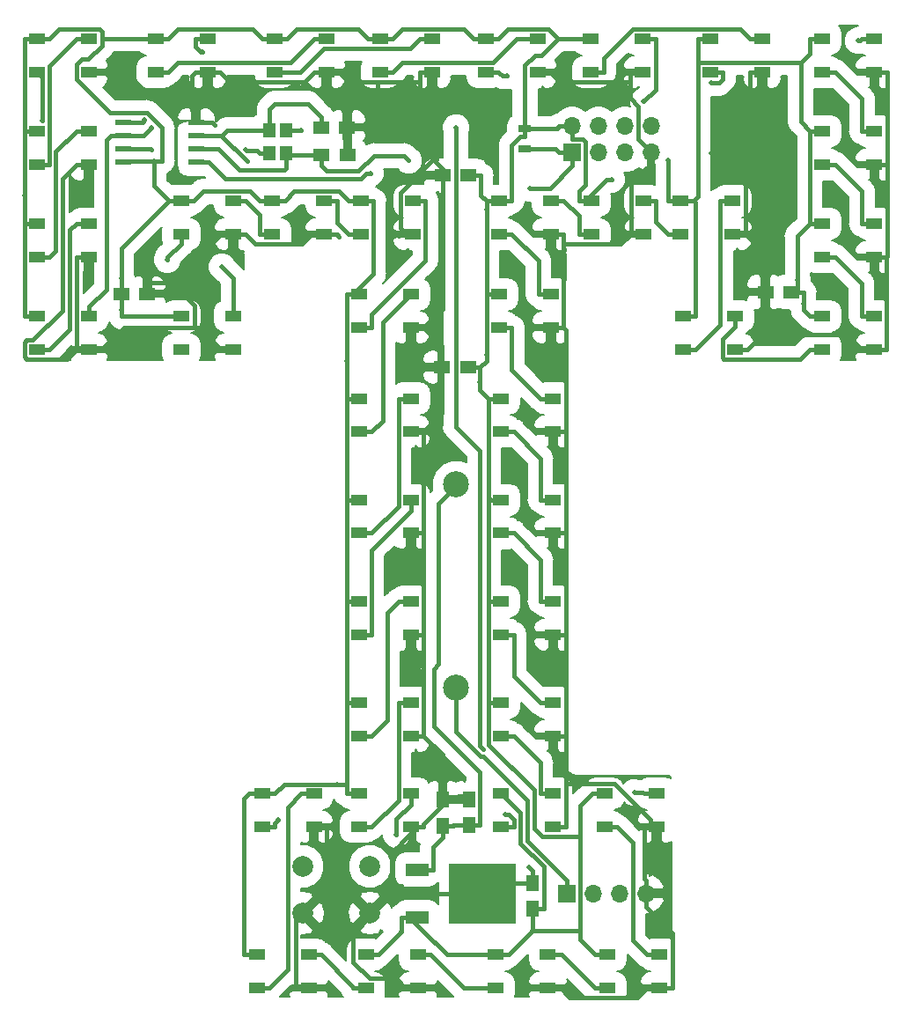
<source format=gbr>
G04 #@! TF.GenerationSoftware,KiCad,Pcbnew,(5.0.0)*
G04 #@! TF.CreationDate,2019-03-24T20:36:12-04:00*
G04 #@! TF.ProjectId,WS2812B Tiny T,575332383132422054696E7920542E6B,rev?*
G04 #@! TF.SameCoordinates,Original*
G04 #@! TF.FileFunction,Copper,L1,Top,Signal*
G04 #@! TF.FilePolarity,Positive*
%FSLAX46Y46*%
G04 Gerber Fmt 4.6, Leading zero omitted, Abs format (unit mm)*
G04 Created by KiCad (PCBNEW (5.0.0)) date 03/24/19 20:36:12*
%MOMM*%
%LPD*%
G01*
G04 APERTURE LIST*
G04 #@! TA.AperFunction,ComponentPad*
%ADD10C,2.500000*%
G04 #@! TD*
G04 #@! TA.AperFunction,SMDPad,CuDef*
%ADD11R,1.600000X1.000000*%
G04 #@! TD*
G04 #@! TA.AperFunction,SMDPad,CuDef*
%ADD12R,1.500000X1.250000*%
G04 #@! TD*
G04 #@! TA.AperFunction,SMDPad,CuDef*
%ADD13R,1.250000X1.500000*%
G04 #@! TD*
G04 #@! TA.AperFunction,ComponentPad*
%ADD14O,1.700000X1.700000*%
G04 #@! TD*
G04 #@! TA.AperFunction,ComponentPad*
%ADD15R,1.700000X1.700000*%
G04 #@! TD*
G04 #@! TA.AperFunction,ComponentPad*
%ADD16C,2.000000*%
G04 #@! TD*
G04 #@! TA.AperFunction,SMDPad,CuDef*
%ADD17R,3.050000X2.750000*%
G04 #@! TD*
G04 #@! TA.AperFunction,SMDPad,CuDef*
%ADD18R,6.400000X5.800000*%
G04 #@! TD*
G04 #@! TA.AperFunction,SMDPad,CuDef*
%ADD19R,2.200000X1.200000*%
G04 #@! TD*
G04 #@! TA.AperFunction,SMDPad,CuDef*
%ADD20R,1.300000X0.700000*%
G04 #@! TD*
G04 #@! TA.AperFunction,SMDPad,CuDef*
%ADD21R,1.550000X0.600000*%
G04 #@! TD*
G04 #@! TA.AperFunction,SMDPad,CuDef*
%ADD22R,1.150000X1.400000*%
G04 #@! TD*
G04 #@! TA.AperFunction,ViaPad*
%ADD23C,0.500000*%
G04 #@! TD*
G04 #@! TA.AperFunction,Conductor*
%ADD24C,0.400000*%
G04 #@! TD*
G04 #@! TA.AperFunction,Conductor*
%ADD25C,0.200000*%
G04 #@! TD*
G04 APERTURE END LIST*
D10*
G04 #@! TO.P,J1,1*
G04 #@! TO.N,Net-(J1-Pad1)*
X127512000Y-121412000D03*
G04 #@! TO.P,J1,2*
G04 #@! TO.N,+BATT*
X127512000Y-101912000D03*
G04 #@! TD*
D11*
G04 #@! TO.P,U1,1*
G04 #@! TO.N,+5V*
X87162000Y-85712500D03*
G04 #@! TO.P,U1,2*
G04 #@! TO.N,Net-(U1-Pad2)*
X87162000Y-88912500D03*
G04 #@! TO.P,U1,4*
G04 #@! TO.N,DIN*
X92162000Y-85712500D03*
G04 #@! TO.P,U1,3*
G04 #@! TO.N,GND*
X92162000Y-88912500D03*
G04 #@! TD*
G04 #@! TO.P,U2,3*
G04 #@! TO.N,GND*
X92162000Y-80022500D03*
G04 #@! TO.P,U2,4*
G04 #@! TO.N,Net-(U1-Pad2)*
X92162000Y-76822500D03*
G04 #@! TO.P,U2,2*
G04 #@! TO.N,Net-(U2-Pad2)*
X87162000Y-80022500D03*
G04 #@! TO.P,U2,1*
G04 #@! TO.N,+5V*
X87162000Y-76822500D03*
G04 #@! TD*
G04 #@! TO.P,U3,1*
G04 #@! TO.N,+5V*
X87162000Y-67932500D03*
G04 #@! TO.P,U3,2*
G04 #@! TO.N,Net-(U3-Pad2)*
X87162000Y-71132500D03*
G04 #@! TO.P,U3,4*
G04 #@! TO.N,Net-(U2-Pad2)*
X92162000Y-67932500D03*
G04 #@! TO.P,U3,3*
G04 #@! TO.N,GND*
X92162000Y-71132500D03*
G04 #@! TD*
G04 #@! TO.P,U4,3*
G04 #@! TO.N,GND*
X92162000Y-62242500D03*
G04 #@! TO.P,U4,4*
G04 #@! TO.N,Net-(U3-Pad2)*
X92162000Y-59042500D03*
G04 #@! TO.P,U4,2*
G04 #@! TO.N,Net-(U4-Pad2)*
X87162000Y-62242500D03*
G04 #@! TO.P,U4,1*
G04 #@! TO.N,+5V*
X87162000Y-59042500D03*
G04 #@! TD*
G04 #@! TO.P,U5,1*
G04 #@! TO.N,+5V*
X98592000Y-59042500D03*
G04 #@! TO.P,U5,2*
G04 #@! TO.N,Net-(U5-Pad2)*
X98592000Y-62242500D03*
G04 #@! TO.P,U5,4*
G04 #@! TO.N,Net-(U4-Pad2)*
X103592000Y-59042500D03*
G04 #@! TO.P,U5,3*
G04 #@! TO.N,GND*
X103592000Y-62242500D03*
G04 #@! TD*
G04 #@! TO.P,U6,3*
G04 #@! TO.N,GND*
X115022000Y-62242500D03*
G04 #@! TO.P,U6,4*
G04 #@! TO.N,Net-(U5-Pad2)*
X115022000Y-59042500D03*
G04 #@! TO.P,U6,2*
G04 #@! TO.N,Net-(U6-Pad2)*
X110022000Y-62242500D03*
G04 #@! TO.P,U6,1*
G04 #@! TO.N,+5V*
X110022000Y-59042500D03*
G04 #@! TD*
G04 #@! TO.P,U7,1*
G04 #@! TO.N,+5V*
X120182000Y-59042500D03*
G04 #@! TO.P,U7,2*
G04 #@! TO.N,Net-(U7-Pad2)*
X120182000Y-62242500D03*
G04 #@! TO.P,U7,4*
G04 #@! TO.N,Net-(U6-Pad2)*
X125182000Y-59042500D03*
G04 #@! TO.P,U7,3*
G04 #@! TO.N,GND*
X125182000Y-62242500D03*
G04 #@! TD*
G04 #@! TO.P,U8,3*
G04 #@! TO.N,GND*
X135342000Y-62242500D03*
G04 #@! TO.P,U8,4*
G04 #@! TO.N,Net-(U7-Pad2)*
X135342000Y-59042500D03*
G04 #@! TO.P,U8,2*
G04 #@! TO.N,Net-(U8-Pad2)*
X130342000Y-62242500D03*
G04 #@! TO.P,U8,1*
G04 #@! TO.N,+5V*
X130342000Y-59042500D03*
G04 #@! TD*
G04 #@! TO.P,U9,1*
G04 #@! TO.N,+5V*
X140462000Y-59042500D03*
G04 #@! TO.P,U9,2*
G04 #@! TO.N,Net-(U10-Pad4)*
X140462000Y-62242500D03*
G04 #@! TO.P,U9,4*
G04 #@! TO.N,Net-(U8-Pad2)*
X145462000Y-59042500D03*
G04 #@! TO.P,U9,3*
G04 #@! TO.N,GND*
X145462000Y-62242500D03*
G04 #@! TD*
G04 #@! TO.P,U10,3*
G04 #@! TO.N,GND*
X156932000Y-62242500D03*
G04 #@! TO.P,U10,4*
G04 #@! TO.N,Net-(U10-Pad4)*
X156932000Y-59042500D03*
G04 #@! TO.P,U10,2*
G04 #@! TO.N,Net-(U10-Pad2)*
X151932000Y-62242500D03*
G04 #@! TO.P,U10,1*
G04 #@! TO.N,+5V*
X151932000Y-59042500D03*
G04 #@! TD*
G04 #@! TO.P,U11,1*
G04 #@! TO.N,+5V*
X162727000Y-59042500D03*
G04 #@! TO.P,U11,2*
G04 #@! TO.N,Net-(U11-Pad2)*
X162727000Y-62242500D03*
G04 #@! TO.P,U11,4*
G04 #@! TO.N,Net-(U10-Pad2)*
X167727000Y-59042500D03*
G04 #@! TO.P,U11,3*
G04 #@! TO.N,GND*
X167727000Y-62242500D03*
G04 #@! TD*
G04 #@! TO.P,U12,3*
G04 #@! TO.N,GND*
X167727000Y-71132500D03*
G04 #@! TO.P,U12,4*
G04 #@! TO.N,Net-(U11-Pad2)*
X167727000Y-67932500D03*
G04 #@! TO.P,U12,2*
G04 #@! TO.N,Net-(U12-Pad2)*
X162727000Y-71132500D03*
G04 #@! TO.P,U12,1*
G04 #@! TO.N,+5V*
X162727000Y-67932500D03*
G04 #@! TD*
G04 #@! TO.P,U13,1*
G04 #@! TO.N,+5V*
X162727000Y-76822500D03*
G04 #@! TO.P,U13,2*
G04 #@! TO.N,Net-(U13-Pad2)*
X162727000Y-80022500D03*
G04 #@! TO.P,U13,4*
G04 #@! TO.N,Net-(U12-Pad2)*
X167727000Y-76822500D03*
G04 #@! TO.P,U13,3*
G04 #@! TO.N,GND*
X167727000Y-80022500D03*
G04 #@! TD*
G04 #@! TO.P,U15,3*
G04 #@! TO.N,GND*
X154301000Y-88912500D03*
G04 #@! TO.P,U15,4*
G04 #@! TO.N,Net-(U14-Pad2)*
X154301000Y-85712500D03*
G04 #@! TO.P,U15,2*
G04 #@! TO.N,Net-(U15-Pad2)*
X149301000Y-88912500D03*
G04 #@! TO.P,U15,1*
G04 #@! TO.N,+5V*
X149301000Y-85712500D03*
G04 #@! TD*
G04 #@! TO.P,U16,1*
G04 #@! TO.N,+5V*
X149098000Y-74622500D03*
G04 #@! TO.P,U16,2*
G04 #@! TO.N,Net-(U16-Pad2)*
X149098000Y-77822500D03*
G04 #@! TO.P,U16,4*
G04 #@! TO.N,Net-(U15-Pad2)*
X154098000Y-74622500D03*
G04 #@! TO.P,U16,3*
G04 #@! TO.N,GND*
X154098000Y-77822500D03*
G04 #@! TD*
G04 #@! TO.P,U17,3*
G04 #@! TO.N,GND*
X145502000Y-77822500D03*
G04 #@! TO.P,U17,4*
G04 #@! TO.N,Net-(U16-Pad2)*
X145502000Y-74622500D03*
G04 #@! TO.P,U17,2*
G04 #@! TO.N,Net-(U17-Pad2)*
X140502000Y-77822500D03*
G04 #@! TO.P,U17,1*
G04 #@! TO.N,+5V*
X140502000Y-74622500D03*
G04 #@! TD*
G04 #@! TO.P,U18,1*
G04 #@! TO.N,+5V*
X131612000Y-74622500D03*
G04 #@! TO.P,U18,2*
G04 #@! TO.N,Net-(U18-Pad2)*
X131612000Y-77822500D03*
G04 #@! TO.P,U18,4*
G04 #@! TO.N,Net-(U17-Pad2)*
X136612000Y-74622500D03*
G04 #@! TO.P,U18,3*
G04 #@! TO.N,GND*
X136612000Y-77822500D03*
G04 #@! TD*
G04 #@! TO.P,U19,3*
G04 #@! TO.N,GND*
X136612000Y-86822500D03*
G04 #@! TO.P,U19,4*
G04 #@! TO.N,Net-(U18-Pad2)*
X136612000Y-83622500D03*
G04 #@! TO.P,U19,2*
G04 #@! TO.N,Net-(U19-Pad2)*
X131612000Y-86822500D03*
G04 #@! TO.P,U19,1*
G04 #@! TO.N,+5V*
X131612000Y-83622500D03*
G04 #@! TD*
G04 #@! TO.P,U20,1*
G04 #@! TO.N,+5V*
X131812000Y-93622500D03*
G04 #@! TO.P,U20,2*
G04 #@! TO.N,Net-(U20-Pad2)*
X131812000Y-96822500D03*
G04 #@! TO.P,U20,4*
G04 #@! TO.N,Net-(U19-Pad2)*
X136812000Y-93622500D03*
G04 #@! TO.P,U20,3*
G04 #@! TO.N,GND*
X136812000Y-96822500D03*
G04 #@! TD*
G04 #@! TO.P,U21,1*
G04 #@! TO.N,+5V*
X131812000Y-103372500D03*
G04 #@! TO.P,U21,2*
G04 #@! TO.N,Net-(U21-Pad2)*
X131812000Y-106572500D03*
G04 #@! TO.P,U21,4*
G04 #@! TO.N,Net-(U20-Pad2)*
X136812000Y-103372500D03*
G04 #@! TO.P,U21,3*
G04 #@! TO.N,GND*
X136812000Y-106572500D03*
G04 #@! TD*
G04 #@! TO.P,U22,3*
G04 #@! TO.N,GND*
X136812000Y-116322500D03*
G04 #@! TO.P,U22,4*
G04 #@! TO.N,Net-(U21-Pad2)*
X136812000Y-113122500D03*
G04 #@! TO.P,U22,2*
G04 #@! TO.N,Net-(U22-Pad2)*
X131812000Y-116322500D03*
G04 #@! TO.P,U22,1*
G04 #@! TO.N,+5V*
X131812000Y-113122500D03*
G04 #@! TD*
G04 #@! TO.P,U23,1*
G04 #@! TO.N,+5V*
X131812000Y-122872500D03*
G04 #@! TO.P,U23,2*
G04 #@! TO.N,Net-(U23-Pad2)*
X131812000Y-126072500D03*
G04 #@! TO.P,U23,4*
G04 #@! TO.N,Net-(U22-Pad2)*
X136812000Y-122872500D03*
G04 #@! TO.P,U23,3*
G04 #@! TO.N,GND*
X136812000Y-126072500D03*
G04 #@! TD*
G04 #@! TO.P,U24,3*
G04 #@! TO.N,GND*
X136812000Y-134822500D03*
G04 #@! TO.P,U24,4*
G04 #@! TO.N,Net-(U23-Pad2)*
X136812000Y-131622500D03*
G04 #@! TO.P,U24,2*
G04 #@! TO.N,Net-(U24-Pad2)*
X131812000Y-134822500D03*
G04 #@! TO.P,U24,1*
G04 #@! TO.N,+5V*
X131812000Y-131622500D03*
G04 #@! TD*
G04 #@! TO.P,U25,1*
G04 #@! TO.N,+5V*
X141772000Y-131622500D03*
G04 #@! TO.P,U25,2*
G04 #@! TO.N,Net-(U25-Pad2)*
X141772000Y-134822500D03*
G04 #@! TO.P,U25,4*
G04 #@! TO.N,Net-(U24-Pad2)*
X146772000Y-131622500D03*
G04 #@! TO.P,U25,3*
G04 #@! TO.N,GND*
X146772000Y-134822500D03*
G04 #@! TD*
G04 #@! TO.P,U26,3*
G04 #@! TO.N,GND*
X147062000Y-150322500D03*
G04 #@! TO.P,U26,4*
G04 #@! TO.N,Net-(U25-Pad2)*
X147062000Y-147122500D03*
G04 #@! TO.P,U26,2*
G04 #@! TO.N,Net-(U26-Pad2)*
X142062000Y-150322500D03*
G04 #@! TO.P,U26,1*
G04 #@! TO.N,+5V*
X142062000Y-147122500D03*
G04 #@! TD*
G04 #@! TO.P,U27,1*
G04 #@! TO.N,+5V*
X131312000Y-147122500D03*
G04 #@! TO.P,U27,2*
G04 #@! TO.N,Net-(U27-Pad2)*
X131312000Y-150322500D03*
G04 #@! TO.P,U27,4*
G04 #@! TO.N,Net-(U26-Pad2)*
X136312000Y-147122500D03*
G04 #@! TO.P,U27,3*
G04 #@! TO.N,GND*
X136312000Y-150322500D03*
G04 #@! TD*
G04 #@! TO.P,U28,3*
G04 #@! TO.N,GND*
X123812000Y-150322500D03*
G04 #@! TO.P,U28,4*
G04 #@! TO.N,Net-(U27-Pad2)*
X123812000Y-147122500D03*
G04 #@! TO.P,U28,2*
G04 #@! TO.N,Net-(U28-Pad2)*
X118812000Y-150322500D03*
G04 #@! TO.P,U28,1*
G04 #@! TO.N,+5V*
X118812000Y-147122500D03*
G04 #@! TD*
G04 #@! TO.P,U29,1*
G04 #@! TO.N,+5V*
X108312000Y-147122500D03*
G04 #@! TO.P,U29,2*
G04 #@! TO.N,Net-(U29-Pad2)*
X108312000Y-150322500D03*
G04 #@! TO.P,U29,4*
G04 #@! TO.N,Net-(U28-Pad2)*
X113312000Y-147122500D03*
G04 #@! TO.P,U29,3*
G04 #@! TO.N,GND*
X113312000Y-150322500D03*
G04 #@! TD*
G04 #@! TO.P,U30,3*
G04 #@! TO.N,GND*
X113812000Y-134822500D03*
G04 #@! TO.P,U30,4*
G04 #@! TO.N,Net-(U29-Pad2)*
X113812000Y-131622500D03*
G04 #@! TO.P,U30,2*
G04 #@! TO.N,Net-(U30-Pad2)*
X108812000Y-134822500D03*
G04 #@! TO.P,U30,1*
G04 #@! TO.N,+5V*
X108812000Y-131622500D03*
G04 #@! TD*
G04 #@! TO.P,U31,1*
G04 #@! TO.N,+5V*
X118142000Y-131622500D03*
G04 #@! TO.P,U31,2*
G04 #@! TO.N,Net-(U31-Pad2)*
X118142000Y-134822500D03*
G04 #@! TO.P,U31,4*
G04 #@! TO.N,Net-(U30-Pad2)*
X123142000Y-131622500D03*
G04 #@! TO.P,U31,3*
G04 #@! TO.N,GND*
X123142000Y-134822500D03*
G04 #@! TD*
G04 #@! TO.P,U32,3*
G04 #@! TO.N,GND*
X123142000Y-126072500D03*
G04 #@! TO.P,U32,4*
G04 #@! TO.N,Net-(U31-Pad2)*
X123142000Y-122872500D03*
G04 #@! TO.P,U32,2*
G04 #@! TO.N,Net-(U32-Pad2)*
X118142000Y-126072500D03*
G04 #@! TO.P,U32,1*
G04 #@! TO.N,+5V*
X118142000Y-122872500D03*
G04 #@! TD*
G04 #@! TO.P,U33,1*
G04 #@! TO.N,+5V*
X118142000Y-113122500D03*
G04 #@! TO.P,U33,2*
G04 #@! TO.N,Net-(U33-Pad2)*
X118142000Y-116322500D03*
G04 #@! TO.P,U33,4*
G04 #@! TO.N,Net-(U32-Pad2)*
X123142000Y-113122500D03*
G04 #@! TO.P,U33,3*
G04 #@! TO.N,GND*
X123142000Y-116322500D03*
G04 #@! TD*
G04 #@! TO.P,U34,3*
G04 #@! TO.N,GND*
X123142000Y-106572500D03*
G04 #@! TO.P,U34,4*
G04 #@! TO.N,Net-(U33-Pad2)*
X123142000Y-103372500D03*
G04 #@! TO.P,U34,2*
G04 #@! TO.N,Net-(U34-Pad2)*
X118142000Y-106572500D03*
G04 #@! TO.P,U34,1*
G04 #@! TO.N,+5V*
X118142000Y-103372500D03*
G04 #@! TD*
G04 #@! TO.P,U35,1*
G04 #@! TO.N,+5V*
X118142000Y-93622500D03*
G04 #@! TO.P,U35,2*
G04 #@! TO.N,Net-(U35-Pad2)*
X118142000Y-96822500D03*
G04 #@! TO.P,U35,4*
G04 #@! TO.N,Net-(U34-Pad2)*
X123142000Y-93622500D03*
G04 #@! TO.P,U35,3*
G04 #@! TO.N,GND*
X123142000Y-96822500D03*
G04 #@! TD*
G04 #@! TO.P,U36,3*
G04 #@! TO.N,GND*
X123142000Y-86822500D03*
G04 #@! TO.P,U36,4*
G04 #@! TO.N,Net-(U35-Pad2)*
X123142000Y-83622500D03*
G04 #@! TO.P,U36,2*
G04 #@! TO.N,Net-(U36-Pad2)*
X118142000Y-86822500D03*
G04 #@! TO.P,U36,1*
G04 #@! TO.N,+5V*
X118142000Y-83622500D03*
G04 #@! TD*
G04 #@! TO.P,U37,1*
G04 #@! TO.N,+5V*
X118312000Y-74622500D03*
G04 #@! TO.P,U37,2*
G04 #@! TO.N,Net-(U37-Pad2)*
X118312000Y-77822500D03*
G04 #@! TO.P,U37,4*
G04 #@! TO.N,Net-(U36-Pad2)*
X123312000Y-74622500D03*
G04 #@! TO.P,U37,3*
G04 #@! TO.N,GND*
X123312000Y-77822500D03*
G04 #@! TD*
G04 #@! TO.P,U38,3*
G04 #@! TO.N,GND*
X114812000Y-77822500D03*
G04 #@! TO.P,U38,4*
G04 #@! TO.N,Net-(U37-Pad2)*
X114812000Y-74622500D03*
G04 #@! TO.P,U38,2*
G04 #@! TO.N,Net-(U38-Pad2)*
X109812000Y-77822500D03*
G04 #@! TO.P,U38,1*
G04 #@! TO.N,+5V*
X109812000Y-74622500D03*
G04 #@! TD*
G04 #@! TO.P,U39,1*
G04 #@! TO.N,+5V*
X101062000Y-74622500D03*
G04 #@! TO.P,U39,2*
G04 #@! TO.N,Net-(U39-Pad2)*
X101062000Y-77822500D03*
G04 #@! TO.P,U39,4*
G04 #@! TO.N,Net-(U38-Pad2)*
X106062000Y-74622500D03*
G04 #@! TO.P,U39,3*
G04 #@! TO.N,GND*
X106062000Y-77822500D03*
G04 #@! TD*
G04 #@! TO.P,U14,1*
G04 #@! TO.N,+5V*
X162687000Y-85712500D03*
G04 #@! TO.P,U14,2*
G04 #@! TO.N,Net-(U14-Pad2)*
X162687000Y-88912500D03*
G04 #@! TO.P,U14,4*
G04 #@! TO.N,Net-(U13-Pad2)*
X167687000Y-85712500D03*
G04 #@! TO.P,U14,3*
G04 #@! TO.N,GND*
X167687000Y-88912500D03*
G04 #@! TD*
D12*
G04 #@! TO.P,C1,1*
G04 #@! TO.N,PB3*
X114554000Y-70231000D03*
G04 #@! TO.P,C1,2*
G04 #@! TO.N,GND*
X117054000Y-70231000D03*
G04 #@! TD*
G04 #@! TO.P,C2,2*
G04 #@! TO.N,GND*
X116990500Y-67564000D03*
G04 #@! TO.P,C2,1*
G04 #@! TO.N,PB4*
X114490500Y-67564000D03*
G04 #@! TD*
D13*
G04 #@! TO.P,C3,2*
G04 #@! TO.N,GND*
X134874000Y-140195500D03*
G04 #@! TO.P,C3,1*
G04 #@! TO.N,+5V*
X134874000Y-142695500D03*
G04 #@! TD*
D12*
G04 #@! TO.P,C4,1*
G04 #@! TO.N,+5V*
X128687000Y-72174100D03*
G04 #@! TO.P,C4,2*
G04 #@! TO.N,GND*
X126187000Y-72174100D03*
G04 #@! TD*
G04 #@! TO.P,C5,2*
G04 #@! TO.N,GND*
X97770000Y-83553300D03*
G04 #@! TO.P,C5,1*
G04 #@! TO.N,+5V*
X95270000Y-83553300D03*
G04 #@! TD*
G04 #@! TO.P,C6,1*
G04 #@! TO.N,+5V*
X128626000Y-90614500D03*
G04 #@! TO.P,C6,2*
G04 #@! TO.N,GND*
X126126000Y-90614500D03*
G04 #@! TD*
G04 #@! TO.P,C7,2*
G04 #@! TO.N,GND*
X157246000Y-83400900D03*
G04 #@! TO.P,C7,1*
G04 #@! TO.N,+5V*
X159746000Y-83400900D03*
G04 #@! TD*
D13*
G04 #@! TO.P,C8,1*
G04 #@! TO.N,+BATT*
X126187000Y-134688500D03*
G04 #@! TO.P,C8,2*
G04 #@! TO.N,GND*
X126187000Y-132188500D03*
G04 #@! TD*
G04 #@! TO.P,C9,2*
G04 #@! TO.N,GND*
X128701000Y-132169500D03*
G04 #@! TO.P,C9,1*
G04 #@! TO.N,+BATT*
X128701000Y-134669500D03*
G04 #@! TD*
D14*
G04 #@! TO.P,J2,4*
G04 #@! TO.N,GND*
X145732000Y-141222500D03*
G04 #@! TO.P,J2,3*
G04 #@! TO.N,Net-(J1-Pad1)*
X143192000Y-141222500D03*
G04 #@! TO.P,J2,2*
X140652000Y-141222500D03*
D15*
G04 #@! TO.P,J2,1*
X138112000Y-141222500D03*
G04 #@! TD*
D11*
G04 #@! TO.P,U40,1*
G04 #@! TO.N,+5V*
X101062000Y-85722500D03*
G04 #@! TO.P,U40,2*
G04 #@! TO.N,N/C*
X101062000Y-88922500D03*
G04 #@! TO.P,U40,4*
G04 #@! TO.N,Net-(U39-Pad2)*
X106062000Y-85722500D03*
G04 #@! TO.P,U40,3*
G04 #@! TO.N,GND*
X106062000Y-88922500D03*
G04 #@! TD*
D16*
G04 #@! TO.P,SW1,1*
G04 #@! TO.N,BTN*
X119212000Y-138622500D03*
G04 #@! TO.P,SW1,2*
G04 #@! TO.N,GND*
X119212000Y-143122500D03*
G04 #@! TO.P,SW1,1*
G04 #@! TO.N,BTN*
X112712000Y-138622500D03*
G04 #@! TO.P,SW1,2*
G04 #@! TO.N,GND*
X112712000Y-143122500D03*
G04 #@! TD*
D17*
G04 #@! TO.P,U41,2*
G04 #@! TO.N,GND*
X128373000Y-142736500D03*
X131723000Y-139686500D03*
X128373000Y-139686500D03*
X131723000Y-142736500D03*
D18*
X130048000Y-141211500D03*
D19*
G04 #@! TO.P,U41,3*
G04 #@! TO.N,+5V*
X123748000Y-143491500D03*
G04 #@! TO.P,U41,1*
G04 #@! TO.N,+BATT*
X123748000Y-138931500D03*
G04 #@! TD*
D14*
G04 #@! TO.P,J3,8*
G04 #@! TO.N,PB0*
X146300000Y-67453500D03*
G04 #@! TO.P,J3,7*
G04 #@! TO.N,GND*
X146300000Y-69993500D03*
G04 #@! TO.P,J3,6*
G04 #@! TO.N,DIN*
X143760000Y-67453500D03*
G04 #@! TO.P,J3,5*
G04 #@! TO.N,PB4*
X143760000Y-69993500D03*
G04 #@! TO.P,J3,4*
G04 #@! TO.N,BTN*
X141220000Y-67453500D03*
G04 #@! TO.P,J3,3*
G04 #@! TO.N,PB3*
X141220000Y-69993500D03*
G04 #@! TO.P,J3,2*
G04 #@! TO.N,+5V*
X138680000Y-67453500D03*
D15*
G04 #@! TO.P,J3,1*
G04 #@! TO.N,RST*
X138680000Y-69993500D03*
G04 #@! TD*
D20*
G04 #@! TO.P,R1,2*
G04 #@! TO.N,RST*
X134112000Y-69603700D03*
G04 #@! TO.P,R1,1*
G04 #@! TO.N,+5V*
X134112000Y-67703700D03*
G04 #@! TD*
D21*
G04 #@! TO.P,MCU1,1*
G04 #@! TO.N,RST*
X102489000Y-70866000D03*
G04 #@! TO.P,MCU1,2*
G04 #@! TO.N,PB3*
X102489000Y-69596000D03*
G04 #@! TO.P,MCU1,3*
G04 #@! TO.N,PB4*
X102489000Y-68326000D03*
G04 #@! TO.P,MCU1,4*
G04 #@! TO.N,GND*
X102489000Y-67056000D03*
G04 #@! TO.P,MCU1,5*
G04 #@! TO.N,PB0*
X95489000Y-67056000D03*
G04 #@! TO.P,MCU1,6*
G04 #@! TO.N,DIN*
X95489000Y-68326000D03*
G04 #@! TO.P,MCU1,7*
G04 #@! TO.N,BTN*
X95489000Y-69596000D03*
G04 #@! TO.P,MCU1,8*
G04 #@! TO.N,+5V*
X95489000Y-70861000D03*
G04 #@! TD*
D22*
G04 #@! TO.P,Y1,4*
G04 #@! TO.N,GND*
X109537500Y-70018000D03*
G04 #@! TO.P,Y1,3*
G04 #@! TO.N,PB4*
X109537500Y-67818000D03*
G04 #@! TO.P,Y1,2*
G04 #@! TO.N,GND*
X111137500Y-67818000D03*
G04 #@! TO.P,Y1,1*
G04 #@! TO.N,PB3*
X111137500Y-70018000D03*
G04 #@! TD*
D23*
G04 #@! TO.N,GND*
X116225100Y-78067800D03*
X121955500Y-77972000D03*
X134531300Y-138692800D03*
X152047700Y-70009700D03*
X107251500Y-69723000D03*
X92011500Y-72707500D03*
X95707000Y-62242500D03*
X112585500Y-67818000D03*
X104267000Y-67310000D03*
X119253000Y-67564000D03*
G04 #@! TO.N,+5V*
X147889500Y-70724800D03*
X142424800Y-72576000D03*
X130401700Y-89446100D03*
X160326200Y-82232500D03*
X130401700Y-75425300D03*
X98440400Y-70777100D03*
X134874000Y-144770800D03*
X124268700Y-144767300D03*
X122237700Y-144907100D03*
X95270000Y-85077300D03*
X95270000Y-82080100D03*
X160906300Y-84518500D03*
X129786300Y-92087700D03*
X116931700Y-90055700D03*
X85951700Y-74104500D03*
X116027200Y-130712100D03*
X137273400Y-59042500D03*
G04 #@! TO.N,DIN*
X98179100Y-67549200D03*
G04 #@! TO.N,Net-(U4-Pad2)*
X103067500Y-60337300D03*
X87676300Y-66875700D03*
G04 #@! TO.N,Net-(U8-Pad2)*
X132397900Y-62628200D03*
X145535500Y-65088700D03*
G04 #@! TO.N,Net-(U10-Pad2)*
X166160800Y-59240000D03*
X152047700Y-63300500D03*
G04 #@! TO.N,Net-(U24-Pad2)*
X144618900Y-131522200D03*
X132217200Y-133637400D03*
G04 #@! TO.N,Net-(U30-Pad2)*
X121751400Y-135565400D03*
X110356800Y-134167800D03*
G04 #@! TO.N,BTN*
X130128100Y-127357400D03*
X127509500Y-67577200D03*
X98179100Y-69678300D03*
G04 #@! TO.N,Net-(U39-Pad2)*
X99720400Y-80302100D03*
X104952800Y-80962500D03*
G04 #@! TO.N,PB3*
X122938600Y-70749800D03*
G04 #@! TO.N,PB4*
X107378500Y-70802500D03*
G04 #@! TO.N,PB0*
X97498000Y-66864000D03*
G04 #@! TO.N,RST*
X119227600Y-71970900D03*
X134569200Y-73393300D03*
G04 #@! TD*
D24*
G04 #@! TO.N,GND*
X122406000Y-77521500D02*
X122101600Y-77217200D01*
X122101600Y-77217200D02*
X122101600Y-73878200D01*
X122101600Y-73878200D02*
X125222600Y-70757200D01*
X125222600Y-70757200D02*
X125298900Y-70757200D01*
X125298900Y-70757200D02*
X125341900Y-70714200D01*
X122706900Y-77822500D02*
X122406000Y-77521500D01*
X122406000Y-77521500D02*
X121955500Y-77972000D01*
X114812000Y-77822500D02*
X116022300Y-77822500D01*
X116225100Y-78067800D02*
X116022300Y-77865000D01*
X116022300Y-77865000D02*
X116022300Y-77822500D01*
X90951700Y-88912500D02*
X90041300Y-89822900D01*
X90041300Y-89822900D02*
X86141000Y-89822900D01*
X86141000Y-89822900D02*
X85951600Y-89633500D01*
X85951600Y-89633500D02*
X85951600Y-88206000D01*
X85951600Y-88206000D02*
X86155500Y-88002100D01*
X86155500Y-88002100D02*
X86761800Y-88002100D01*
X86761800Y-88002100D02*
X89593100Y-85170800D01*
X89593100Y-85170800D02*
X89593100Y-72491100D01*
X89593100Y-72491100D02*
X90951700Y-71132500D01*
X90951700Y-80022500D02*
X90951700Y-88912500D01*
X92162000Y-71132500D02*
X90951700Y-71132500D01*
X102306300Y-86770500D02*
X95514300Y-86770500D01*
X95514300Y-86770500D02*
X93372300Y-88912500D01*
X104851700Y-88922500D02*
X102699700Y-86770500D01*
X102699700Y-86770500D02*
X102306300Y-86770500D01*
X102306300Y-86770500D02*
X102306300Y-84668100D01*
X102306300Y-84668100D02*
X100156200Y-82518000D01*
X92162000Y-88912500D02*
X93372300Y-88912500D01*
X122223500Y-140449000D02*
X121885500Y-140449000D01*
X121885500Y-140449000D02*
X119212000Y-143122500D01*
X123747200Y-134822500D02*
X122223500Y-136346200D01*
X128373000Y-140449000D02*
X128373000Y-141211500D01*
X128373000Y-139686500D02*
X128373000Y-140449000D01*
X103592000Y-62242500D02*
X104802300Y-62242500D01*
X115022000Y-62242500D02*
X113811700Y-62242500D01*
X113811700Y-62242500D02*
X112901400Y-63152800D01*
X112901400Y-63152800D02*
X105712600Y-63152800D01*
X105712600Y-63152800D02*
X104802300Y-62242500D01*
X115627200Y-62242500D02*
X115022000Y-62242500D01*
X115627200Y-62242500D02*
X116232300Y-62242500D01*
X144251700Y-63152800D02*
X144251700Y-64738600D01*
X144251700Y-64738600D02*
X145030000Y-65516900D01*
X145030000Y-65516900D02*
X145030000Y-68014600D01*
X134874000Y-140195500D02*
X134874000Y-139035200D01*
X134531300Y-138692800D02*
X134873700Y-139035200D01*
X134873700Y-139035200D02*
X134874000Y-139035200D01*
X155308300Y-70009700D02*
X152047700Y-70009700D01*
X155721700Y-62242500D02*
X155721700Y-69596300D01*
X155721700Y-69596300D02*
X155308300Y-70009700D01*
X155308300Y-70009700D02*
X155308300Y-77822500D01*
X168897300Y-80022500D02*
X168937300Y-79982500D01*
X168937300Y-79982500D02*
X168937300Y-71132500D01*
X168784700Y-80022500D02*
X168897300Y-80022500D01*
X168897300Y-88912500D02*
X168897300Y-80022500D01*
X167727000Y-80022500D02*
X168784700Y-80022500D01*
X157246000Y-87465000D02*
X165029200Y-87465000D01*
X165029200Y-87465000D02*
X166476700Y-88912500D01*
X155511300Y-88912500D02*
X156958800Y-87465000D01*
X156958800Y-87465000D02*
X157246000Y-87465000D01*
X157246000Y-84436200D02*
X157246000Y-87465000D01*
X167687000Y-88912500D02*
X166476700Y-88912500D01*
X137822300Y-78781200D02*
X137822300Y-77822500D01*
X137822300Y-86822500D02*
X137822300Y-78781200D01*
X137822300Y-78781200D02*
X143333000Y-78781200D01*
X143333000Y-78781200D02*
X144291700Y-77822500D01*
X138022300Y-96822500D02*
X138022300Y-87022500D01*
X138022300Y-87022500D02*
X137822300Y-86822500D01*
X137869700Y-96822500D02*
X138022300Y-96822500D01*
X136812000Y-96822500D02*
X137869700Y-96822500D01*
X138022300Y-106572500D02*
X138022300Y-96822500D01*
X137869700Y-106572500D02*
X138022300Y-106572500D01*
X136812000Y-106572500D02*
X137869700Y-106572500D01*
X138022300Y-116322500D02*
X138022300Y-106572500D01*
X137869700Y-116322500D02*
X138022300Y-116322500D01*
X136812000Y-116322500D02*
X137869700Y-116322500D01*
X138022300Y-130703200D02*
X138022300Y-126072500D01*
X138022300Y-134822500D02*
X138022300Y-130703200D01*
X146166900Y-134822500D02*
X146166900Y-134129600D01*
X146166900Y-134129600D02*
X142740500Y-130703200D01*
X142740500Y-130703200D02*
X138022300Y-130703200D01*
X146166900Y-134822500D02*
X145561700Y-134822500D01*
X146772000Y-134822500D02*
X146166900Y-134822500D01*
X147062000Y-150322500D02*
X145851700Y-150322500D01*
X136312000Y-150322500D02*
X137522300Y-150322500D01*
X137522300Y-150322500D02*
X138432600Y-151232800D01*
X138432600Y-151232800D02*
X144941400Y-151232800D01*
X144941400Y-151232800D02*
X145851700Y-150322500D01*
X124352300Y-86822500D02*
X126187000Y-84987800D01*
X126187000Y-84987800D02*
X126187000Y-72174100D01*
X124199700Y-86822500D02*
X124352300Y-86822500D01*
X123142000Y-86822500D02*
X124199700Y-86822500D01*
X123747200Y-134822500D02*
X124352300Y-134822500D01*
X123142000Y-134822500D02*
X123747200Y-134822500D01*
X124352300Y-126072500D02*
X126187000Y-127907200D01*
X126187000Y-127907200D02*
X126187000Y-132188500D01*
X124199700Y-126072500D02*
X124352300Y-126072500D01*
X123142000Y-126072500D02*
X124199700Y-126072500D01*
X124352300Y-96822500D02*
X124352300Y-106572500D01*
X124199700Y-96822500D02*
X124352300Y-96822500D01*
X123142000Y-96822500D02*
X124199700Y-96822500D01*
X125341900Y-70714200D02*
X124330000Y-69702100D01*
X126187000Y-72174100D02*
X126187000Y-71559300D01*
X126187000Y-71559300D02*
X125341900Y-70714200D01*
X123312000Y-77822500D02*
X122706900Y-77822500D01*
X114812000Y-77822500D02*
X113601700Y-77822500D01*
X106062000Y-77822500D02*
X107272300Y-77822500D01*
X107272300Y-77822500D02*
X108182600Y-78732800D01*
X108182600Y-78732800D02*
X112691400Y-78732800D01*
X112691400Y-78732800D02*
X113601700Y-77822500D01*
X105456900Y-77822500D02*
X106062000Y-77822500D01*
X105456900Y-77822500D02*
X104851700Y-77822500D01*
X167687000Y-88912500D02*
X168897300Y-88912500D01*
X100156200Y-82518000D02*
X104851700Y-77822500D01*
X97770000Y-82518000D02*
X100156200Y-82518000D01*
X106062000Y-88922500D02*
X104851700Y-88922500D01*
X92162000Y-88912500D02*
X90951700Y-88912500D01*
X92162000Y-80022500D02*
X90951700Y-80022500D01*
X123971700Y-63154000D02*
X123971700Y-62242500D01*
X124330000Y-66166800D02*
X123971700Y-65808500D01*
X123971700Y-65808500D02*
X123971700Y-63154000D01*
X116232300Y-62242500D02*
X117143800Y-63154000D01*
X135342000Y-62242500D02*
X136552300Y-62242500D01*
X144251700Y-63152800D02*
X144251700Y-62242500D01*
X136552300Y-62242500D02*
X137462600Y-63152800D01*
X137462600Y-63152800D02*
X144251700Y-63152800D01*
X156932000Y-62242500D02*
X155721700Y-62242500D01*
X167727000Y-62242500D02*
X168937300Y-62242500D01*
X167727000Y-71132500D02*
X168937300Y-71132500D01*
X168937300Y-71132500D02*
X168937300Y-62242500D01*
X157246000Y-83400900D02*
X157246000Y-84436200D01*
X154301000Y-88912500D02*
X155511300Y-88912500D01*
X145502000Y-77822500D02*
X144291700Y-77822500D01*
X144291700Y-77822500D02*
X144291700Y-72931900D01*
X144291700Y-72931900D02*
X145748600Y-71475000D01*
X136612000Y-77822500D02*
X137822300Y-77822500D01*
X136612000Y-86822500D02*
X137822300Y-86822500D01*
X138022300Y-116322500D02*
X138022300Y-126072500D01*
X136812000Y-126072500D02*
X138022300Y-126072500D01*
X136812000Y-134822500D02*
X138022300Y-134822500D01*
X145732000Y-141222500D02*
X145732000Y-142482800D01*
X147062000Y-150322500D02*
X148272300Y-150322500D01*
X148272300Y-150322500D02*
X148272300Y-145023100D01*
X148272300Y-145023100D02*
X145732000Y-142482800D01*
X123812000Y-150322500D02*
X122601700Y-150322500D01*
X122601700Y-150322500D02*
X121691400Y-149412200D01*
X121691400Y-149412200D02*
X119185800Y-149412200D01*
X119185800Y-149412200D02*
X117583400Y-147809800D01*
X117583400Y-147809800D02*
X117583400Y-144751100D01*
X117583400Y-144751100D02*
X119212000Y-143122500D01*
X113812000Y-134822500D02*
X115022300Y-134822500D01*
X115022300Y-134822500D02*
X115022300Y-140812200D01*
X115022300Y-140812200D02*
X112712000Y-143122500D01*
X124352300Y-126072500D02*
X124352300Y-116322500D01*
X123142000Y-116322500D02*
X124352300Y-116322500D01*
X123142000Y-106572500D02*
X124352300Y-106572500D01*
X124352300Y-106572500D02*
X124352300Y-116322500D01*
X126126000Y-90614500D02*
X126126000Y-95048800D01*
X126126000Y-95048800D02*
X124352300Y-96822500D01*
X126126000Y-90096800D02*
X126126000Y-90614500D01*
X126126000Y-90096800D02*
X126126000Y-89579200D01*
X126126000Y-89579200D02*
X126126000Y-88596200D01*
X126126000Y-88596200D02*
X124352300Y-86822500D01*
X126704700Y-132188500D02*
X124352300Y-134540900D01*
X124352300Y-134540900D02*
X124352300Y-134822500D01*
X126704700Y-132188500D02*
X127222300Y-132188500D01*
X126187000Y-132188500D02*
X126704700Y-132188500D01*
X131723000Y-140195500D02*
X131723000Y-139686500D01*
X97770000Y-83553300D02*
X97770000Y-82518000D01*
X154098000Y-77822500D02*
X155308300Y-77822500D01*
X157246000Y-83400900D02*
X157246000Y-79760200D01*
X157246000Y-79760200D02*
X155308300Y-77822500D01*
X128701000Y-132169500D02*
X127241300Y-132169500D01*
X127241300Y-132169500D02*
X127222300Y-132188500D01*
X145732000Y-141222500D02*
X145732000Y-139962200D01*
X145732000Y-139962200D02*
X145561700Y-139791900D01*
X145561700Y-139791900D02*
X145561700Y-134822500D01*
X113312000Y-150322500D02*
X112101700Y-150322500D01*
X112712000Y-143122500D02*
X112101700Y-143732800D01*
X112101700Y-143732800D02*
X112101700Y-150322500D01*
X103592000Y-62242500D02*
X102381700Y-62242500D01*
X102031300Y-62592900D02*
X102381700Y-62242500D01*
X131723000Y-142736500D02*
X131723000Y-140195500D01*
X131723000Y-140195500D02*
X133838700Y-140195500D01*
X134874000Y-140195500D02*
X133838700Y-140195500D01*
X130048000Y-141211500D02*
X128373000Y-141211500D01*
X131723000Y-142736500D02*
X130198000Y-141211500D01*
X130198000Y-141211500D02*
X130048000Y-141211500D01*
X128373000Y-141211500D02*
X128373000Y-142736500D01*
X145462000Y-62242500D02*
X144251700Y-62242500D01*
X124330000Y-67202100D02*
X124330000Y-66166800D01*
X125182000Y-62242500D02*
X123971700Y-62242500D01*
X124330000Y-67202100D02*
X124330000Y-69702100D01*
X122223500Y-136346200D02*
X122223500Y-136386600D01*
X122223500Y-136386600D02*
X121310400Y-137299700D01*
X121310400Y-137299700D02*
X121310400Y-140042900D01*
X122479000Y-141211500D02*
X130048000Y-141211500D01*
X121310400Y-140042900D02*
X122479000Y-141211500D01*
X108562500Y-70018000D02*
X108331000Y-69786500D01*
X109537500Y-70018000D02*
X108562500Y-70018000D01*
X108331000Y-69786500D02*
X107315000Y-69786500D01*
X107315000Y-69786500D02*
X107251500Y-69723000D01*
X92276500Y-71247000D02*
X92162000Y-71132500D01*
X102489000Y-66356000D02*
X102031300Y-65898300D01*
X102489000Y-67056000D02*
X102489000Y-66356000D01*
X92011500Y-71283000D02*
X92162000Y-71132500D01*
X92011500Y-72707500D02*
X92011500Y-71283000D01*
X97472500Y-64008000D02*
X102031300Y-64008000D01*
X95707000Y-62242500D02*
X95707000Y-62242500D01*
X92162000Y-62242500D02*
X95707000Y-62242500D01*
X102031300Y-65898300D02*
X102031300Y-64008000D01*
X102031300Y-64008000D02*
X102031300Y-62592900D01*
X95707000Y-62242500D02*
X97472500Y-64008000D01*
X111137500Y-67818000D02*
X112585500Y-67818000D01*
X104013000Y-67056000D02*
X104267000Y-67310000D01*
X102489000Y-67056000D02*
X104013000Y-67056000D01*
X116990500Y-70167500D02*
X117054000Y-70231000D01*
X116990500Y-67564000D02*
X116990500Y-70167500D01*
X116990500Y-67564000D02*
X119253000Y-67564000D01*
X119253000Y-67564000D02*
X119697500Y-67564000D01*
X119951500Y-67310000D02*
X119951500Y-63154000D01*
X119697500Y-67564000D02*
X119951500Y-67310000D01*
X117143800Y-63154000D02*
X119951500Y-63154000D01*
X119951500Y-63154000D02*
X123971700Y-63154000D01*
X145030000Y-68723500D02*
X146300000Y-69993500D01*
X145030000Y-68014600D02*
X145030000Y-68723500D01*
X146020581Y-71475000D02*
X145748600Y-71475000D01*
X146300000Y-71195581D02*
X146020581Y-71475000D01*
X146300000Y-69993500D02*
X146300000Y-71195581D01*
G04 #@! TO.N,+5V*
X93437500Y-59042500D02*
X93437500Y-59682700D01*
X93437500Y-59682700D02*
X92105800Y-61014400D01*
X92105800Y-61014400D02*
X91456500Y-61014400D01*
X91456500Y-61014400D02*
X90951600Y-61519300D01*
X90951600Y-61519300D02*
X90951600Y-62948700D01*
X90951600Y-62948700D02*
X94156800Y-66153900D01*
X94156800Y-66153900D02*
X97722700Y-66153900D01*
X97722700Y-66153900D02*
X99188400Y-67619600D01*
X99188400Y-67619600D02*
X99188400Y-70777100D01*
X88372300Y-59042500D02*
X89282600Y-58132200D01*
X89282600Y-58132200D02*
X93210000Y-58132200D01*
X93210000Y-58132200D02*
X93437500Y-58359700D01*
X93437500Y-58359700D02*
X93437500Y-59042500D01*
X93437500Y-59042500D02*
X97381700Y-59042500D01*
X98440400Y-70777100D02*
X98440400Y-70777100D01*
X139382000Y-135759700D02*
X135794300Y-135759700D01*
X135794300Y-135759700D02*
X134991300Y-134956700D01*
X134991300Y-134956700D02*
X134991300Y-131286800D01*
X134991300Y-131286800D02*
X130601700Y-126897200D01*
X130601700Y-126897200D02*
X130601700Y-122872500D01*
X149098000Y-74622500D02*
X147887700Y-74622500D01*
X147889500Y-70724800D02*
X147887700Y-70726600D01*
X147887700Y-70726600D02*
X147887700Y-74622500D01*
X139886700Y-74622500D02*
X141933200Y-72576000D01*
X141933200Y-72576000D02*
X142424800Y-72576000D01*
X139886700Y-74622500D02*
X139291700Y-74622500D01*
X140502000Y-74622500D02*
X139886700Y-74622500D01*
X98592000Y-59042500D02*
X97381700Y-59042500D01*
X87162000Y-59042500D02*
X88372300Y-59042500D01*
X86556900Y-59042500D02*
X87162000Y-59042500D01*
X86556900Y-59042500D02*
X85951700Y-59042500D01*
X86709500Y-85712500D02*
X87162000Y-85712500D01*
X86709500Y-85712500D02*
X85951700Y-85712500D01*
X85951700Y-67932500D02*
X85951700Y-74104500D01*
X86104300Y-67932500D02*
X85951700Y-67932500D01*
X87162000Y-67932500D02*
X86104300Y-67932500D01*
X110022000Y-59042500D02*
X108811700Y-59042500D01*
X98592000Y-59042500D02*
X99802300Y-59042500D01*
X99802300Y-59042500D02*
X100712600Y-58132200D01*
X100712600Y-58132200D02*
X107901400Y-58132200D01*
X107901400Y-58132200D02*
X108811700Y-59042500D01*
X137264600Y-59033700D02*
X137273400Y-59042500D01*
X137273400Y-59042500D02*
X139251700Y-59042500D01*
X131552300Y-59042500D02*
X132462600Y-58132200D01*
X132462600Y-58132200D02*
X136363100Y-58132200D01*
X136363100Y-58132200D02*
X137264600Y-59033700D01*
X137264600Y-59033700D02*
X135655800Y-60642500D01*
X135655800Y-60642500D02*
X135053700Y-60642500D01*
X135053700Y-60642500D02*
X134112000Y-61584200D01*
X134112000Y-61584200D02*
X134112000Y-66943400D01*
X130342000Y-59042500D02*
X131552300Y-59042500D01*
X129736900Y-59042500D02*
X130342000Y-59042500D01*
X129736900Y-59042500D02*
X129131700Y-59042500D01*
X120182000Y-59042500D02*
X121392300Y-59042500D01*
X129131700Y-59042500D02*
X128221400Y-58132200D01*
X128221400Y-58132200D02*
X122302600Y-58132200D01*
X122302600Y-58132200D02*
X121392300Y-59042500D01*
X162727000Y-59042500D02*
X161516700Y-59042500D01*
X160619600Y-61332100D02*
X160619600Y-67035400D01*
X160619600Y-67035400D02*
X161516700Y-67932500D01*
X161516700Y-59042500D02*
X161516700Y-60435000D01*
X161516700Y-60435000D02*
X160619600Y-61332100D01*
X150721700Y-61332100D02*
X160619600Y-61332100D01*
X150721700Y-61332100D02*
X150721700Y-74209100D01*
X150721700Y-74209100D02*
X150308300Y-74622500D01*
X150721700Y-59042500D02*
X150721700Y-61332100D01*
X161516700Y-76822500D02*
X161516700Y-67932500D01*
X161669300Y-76822500D02*
X161516700Y-76822500D01*
X162727000Y-76822500D02*
X161669300Y-76822500D01*
X162727000Y-67932500D02*
X161516700Y-67932500D01*
X140462000Y-59042500D02*
X139251700Y-59042500D01*
X130401700Y-83622500D02*
X130401700Y-75425300D01*
X130554300Y-83622500D02*
X130401700Y-83622500D01*
X131612000Y-83622500D02*
X130554300Y-83622500D01*
X130806900Y-103372500D02*
X130601700Y-103167300D01*
X130601700Y-103167300D02*
X130601700Y-93622500D01*
X130806900Y-103372500D02*
X130601700Y-103372500D01*
X131812000Y-103372500D02*
X130806900Y-103372500D01*
X130601700Y-113122500D02*
X130601700Y-103372500D01*
X130754300Y-113122500D02*
X130601700Y-113122500D01*
X131812000Y-113122500D02*
X130754300Y-113122500D01*
X139382000Y-135759700D02*
X139382000Y-132802200D01*
X139382000Y-132802200D02*
X140561700Y-131622500D01*
X139382000Y-144770800D02*
X139382000Y-135759700D01*
X140851700Y-147122500D02*
X139382000Y-145652800D01*
X139382000Y-145652800D02*
X139382000Y-144770800D01*
X139382000Y-144770800D02*
X134874000Y-144770800D01*
X141772000Y-131622500D02*
X140561700Y-131622500D01*
X108812000Y-131622500D02*
X107601700Y-131622500D01*
X108312000Y-147122500D02*
X107101700Y-147122500D01*
X107101700Y-147122500D02*
X107101700Y-132122500D01*
X107101700Y-132122500D02*
X107601700Y-131622500D01*
X118312000Y-74622500D02*
X119522300Y-74622500D01*
X117536900Y-83622500D02*
X119522300Y-81637100D01*
X119522300Y-81637100D02*
X119522300Y-74622500D01*
X117536900Y-83622500D02*
X116931700Y-83622500D01*
X118142000Y-83622500D02*
X117536900Y-83622500D01*
X116931700Y-113122500D02*
X116931700Y-122872500D01*
X117084300Y-113122500D02*
X116931700Y-113122500D01*
X118142000Y-113122500D02*
X117084300Y-113122500D01*
X116931700Y-103372500D02*
X116931700Y-113122500D01*
X117084300Y-103372500D02*
X116931700Y-103372500D01*
X118142000Y-103372500D02*
X117084300Y-103372500D01*
X95270000Y-84436000D02*
X95270000Y-85077300D01*
X95270000Y-85722500D02*
X99851700Y-85722500D01*
X95270000Y-84070900D02*
X95270000Y-84436000D01*
X109812000Y-74622500D02*
X108601700Y-74622500D01*
X101062000Y-74622500D02*
X102272300Y-74622500D01*
X102272300Y-74622500D02*
X103182600Y-73712200D01*
X103182600Y-73712200D02*
X107691400Y-73712200D01*
X107691400Y-73712200D02*
X108601700Y-74622500D01*
X100456900Y-74622500D02*
X101062000Y-74622500D01*
X100456900Y-74622500D02*
X99851700Y-74622500D01*
X160326200Y-83400900D02*
X160326200Y-82232500D01*
X160326200Y-78013000D02*
X161516700Y-76822500D01*
X160326200Y-83400900D02*
X160906300Y-83400900D01*
X159746000Y-83400900D02*
X160326200Y-83400900D01*
X95270000Y-83553300D02*
X95270000Y-82080100D01*
X95270000Y-79204200D02*
X99851700Y-74622500D01*
X98440400Y-70777100D02*
X98440400Y-73211200D01*
X98440400Y-73211200D02*
X99851700Y-74622500D01*
X95270000Y-84070900D02*
X95270000Y-83553300D01*
X87162000Y-76822500D02*
X85951700Y-76822500D01*
X85951700Y-76822500D02*
X85951700Y-85712500D01*
X85951700Y-59042500D02*
X85951700Y-67932500D01*
X120182000Y-59042500D02*
X118971700Y-59042500D01*
X110022000Y-59042500D02*
X111232300Y-59042500D01*
X111232300Y-59042500D02*
X112142600Y-58132200D01*
X112142600Y-58132200D02*
X118061400Y-58132200D01*
X118061400Y-58132200D02*
X118971700Y-59042500D01*
X134112000Y-67703700D02*
X134112000Y-66943400D01*
X151932000Y-59042500D02*
X150721700Y-59042500D01*
X149098000Y-74622500D02*
X150308300Y-74622500D01*
X149301000Y-85712500D02*
X150511300Y-85712500D01*
X150511300Y-85712500D02*
X150511300Y-74825500D01*
X150511300Y-74825500D02*
X150308300Y-74622500D01*
X131612000Y-74622500D02*
X132822300Y-74622500D01*
X134112000Y-67703700D02*
X134112000Y-68464000D01*
X134112000Y-68464000D02*
X133636800Y-68464000D01*
X133636800Y-68464000D02*
X132822300Y-69278500D01*
X132822300Y-69278500D02*
X132822300Y-74622500D01*
X137419700Y-67453500D02*
X137169500Y-67703700D01*
X137169500Y-67703700D02*
X134112000Y-67703700D01*
X130401700Y-83622500D02*
X130401700Y-89446100D01*
X130401700Y-89999100D02*
X129786300Y-90614500D01*
X131812000Y-122872500D02*
X130601700Y-122872500D01*
X130601700Y-113122500D02*
X130601700Y-122872500D01*
X134874000Y-142695500D02*
X135909300Y-142695500D01*
X131812000Y-131622500D02*
X133658400Y-133468900D01*
X133658400Y-133468900D02*
X133658400Y-136406400D01*
X133658400Y-136406400D02*
X135909300Y-138657300D01*
X135909300Y-138657300D02*
X135909300Y-142695500D01*
X142062000Y-147122500D02*
X140851700Y-147122500D01*
X134874000Y-144770800D02*
X132522300Y-147122500D01*
X134874000Y-143855800D02*
X134874000Y-144770800D01*
X122992900Y-143491500D02*
X124268700Y-144767300D01*
X126623900Y-147122500D02*
X131312000Y-147122500D01*
X122992900Y-143491500D02*
X122237700Y-143491500D01*
X123748000Y-143491500D02*
X122992900Y-143491500D01*
X108812000Y-131622500D02*
X110022300Y-131622500D01*
X116931700Y-130712100D02*
X116931700Y-131622500D01*
X116931700Y-122872500D02*
X116931700Y-130712100D01*
X110022300Y-131622500D02*
X110932700Y-130712100D01*
X110932700Y-130712100D02*
X116027200Y-130712100D01*
X118142000Y-131622500D02*
X116931700Y-131622500D01*
X118142000Y-122872500D02*
X116931700Y-122872500D01*
X116931700Y-103372500D02*
X116931700Y-93622500D01*
X118142000Y-93622500D02*
X116931700Y-93622500D01*
X116931700Y-83622500D02*
X116931700Y-90055700D01*
X118312000Y-74622500D02*
X117101700Y-74622500D01*
X109812000Y-74622500D02*
X111022300Y-74622500D01*
X111022300Y-74622500D02*
X111932600Y-73712200D01*
X111932600Y-73712200D02*
X116191400Y-73712200D01*
X116191400Y-73712200D02*
X117101700Y-74622500D01*
X131612000Y-74622500D02*
X130401700Y-74622500D01*
X128687000Y-72174100D02*
X129847300Y-72174100D01*
X129847300Y-72174100D02*
X129847300Y-73748900D01*
X129847300Y-74068100D02*
X130401700Y-74622500D01*
X131812000Y-93622500D02*
X130601700Y-93622500D01*
X128626000Y-90614500D02*
X129786300Y-90614500D01*
X129786300Y-90614500D02*
X129786300Y-92087700D01*
X129786300Y-92807100D02*
X130601700Y-93622500D01*
X131312000Y-147122500D02*
X132522300Y-147122500D01*
X134874000Y-142695500D02*
X134874000Y-143855800D01*
X101062000Y-85722500D02*
X99851700Y-85722500D01*
X162687000Y-85712500D02*
X161476700Y-85712500D01*
X160906300Y-83400900D02*
X160906300Y-84518500D01*
X160906300Y-85142100D02*
X161476700Y-85712500D01*
X118812000Y-147122500D02*
X120022300Y-147122500D01*
X122237700Y-143491500D02*
X122237700Y-144907100D01*
X122237700Y-144907100D02*
X120022300Y-147122500D01*
X138680000Y-67453500D02*
X138680000Y-68713800D01*
X138680000Y-68713800D02*
X139704000Y-68713800D01*
X139704000Y-68713800D02*
X139940300Y-68950100D01*
X139940300Y-68950100D02*
X139940300Y-73063600D01*
X139940300Y-73063600D02*
X139291700Y-73712200D01*
X139291700Y-73712200D02*
X139291700Y-74622500D01*
X138049900Y-67453500D02*
X138680000Y-67453500D01*
X138049900Y-67453500D02*
X137419700Y-67453500D01*
X130401700Y-89446100D02*
X130401700Y-89999100D01*
X160326200Y-82232500D02*
X160326200Y-78013000D01*
X130401700Y-75425300D02*
X130401700Y-74622500D01*
X98440400Y-70777100D02*
X99188400Y-70777100D01*
X134874000Y-144770800D02*
X134874000Y-144770800D01*
X124268700Y-144767300D02*
X126623900Y-147122500D01*
X122237700Y-144907100D02*
X122237700Y-144907100D01*
X95270000Y-85077300D02*
X95270000Y-85722500D01*
X95270000Y-82080100D02*
X95270000Y-79204200D01*
X129847300Y-73748900D02*
X129847300Y-74068100D01*
X160906300Y-84518500D02*
X160906300Y-85142100D01*
X129786300Y-92087700D02*
X129786300Y-92807100D01*
X116931700Y-90055700D02*
X116931700Y-93622500D01*
X85951700Y-74104500D02*
X85951700Y-76822500D01*
X116027200Y-130712100D02*
X116931700Y-130712100D01*
X137273400Y-59042500D02*
X137273400Y-59042500D01*
X95572900Y-70777100D02*
X95489000Y-70861000D01*
X98440400Y-70777100D02*
X95572900Y-70777100D01*
G04 #@! TO.N,Net-(U1-Pad2)*
X87162000Y-88912500D02*
X88372300Y-88912500D01*
X92162000Y-76822500D02*
X90951700Y-76822500D01*
X90951700Y-76822500D02*
X90341300Y-77432900D01*
X90341300Y-77432900D02*
X90341300Y-86943500D01*
X90341300Y-86943500D02*
X88372300Y-88912500D01*
G04 #@! TO.N,DIN*
X97491200Y-68237100D02*
X98179100Y-67549200D01*
X93828000Y-83146900D02*
X92162000Y-84812500D01*
X92162000Y-84812500D02*
X92162000Y-85712500D01*
X97402300Y-68326000D02*
X97491200Y-68237100D01*
X95489000Y-68326000D02*
X97402300Y-68326000D01*
X94314000Y-68326000D02*
X93853000Y-68787000D01*
X95489000Y-68326000D02*
X94314000Y-68326000D01*
X93853000Y-83121900D02*
X93828000Y-83146900D01*
X93853000Y-68787000D02*
X93853000Y-83121900D01*
G04 #@! TO.N,Net-(U2-Pad2)*
X92162000Y-67932500D02*
X90951700Y-67932500D01*
X87162000Y-80022500D02*
X88372300Y-80022500D01*
X88372300Y-80022500D02*
X88982700Y-79412100D01*
X88982700Y-79412100D02*
X88982700Y-69901500D01*
X88982700Y-69901500D02*
X90951700Y-67932500D01*
G04 #@! TO.N,Net-(U3-Pad2)*
X87162000Y-71132500D02*
X88372300Y-71132500D01*
X92162000Y-59042500D02*
X90951700Y-59042500D01*
X90951700Y-59042500D02*
X88372300Y-61621900D01*
X88372300Y-61621900D02*
X88372300Y-71132500D01*
G04 #@! TO.N,Net-(U4-Pad2)*
X103592000Y-59042500D02*
X102381700Y-59042500D01*
X103067500Y-60337300D02*
X102937600Y-60337300D01*
X102937600Y-60337300D02*
X102381700Y-59781400D01*
X102381700Y-59781400D02*
X102381700Y-59042500D01*
X87162000Y-62242500D02*
X87676300Y-62756800D01*
X87676300Y-62756800D02*
X87676300Y-66875700D01*
G04 #@! TO.N,Net-(U5-Pad2)*
X98592000Y-62242500D02*
X99802300Y-62242500D01*
X115022000Y-59042500D02*
X113811700Y-59042500D01*
X113811700Y-59042500D02*
X111522000Y-61332200D01*
X111522000Y-61332200D02*
X100712600Y-61332200D01*
X100712600Y-61332200D02*
X99802300Y-62242500D01*
G04 #@! TO.N,Net-(U6-Pad2)*
X125182000Y-59042500D02*
X123971700Y-59042500D01*
X123971700Y-59042500D02*
X123061400Y-59952800D01*
X123061400Y-59952800D02*
X114806700Y-59952800D01*
X114806700Y-59952800D02*
X112517000Y-62242500D01*
X112517000Y-62242500D02*
X110022000Y-62242500D01*
G04 #@! TO.N,Net-(U7-Pad2)*
X120182000Y-62242500D02*
X121392300Y-62242500D01*
X121392300Y-62242500D02*
X122302600Y-61332200D01*
X122302600Y-61332200D02*
X131012700Y-61332200D01*
X131012700Y-61332200D02*
X133302400Y-59042500D01*
X133302400Y-59042500D02*
X135342000Y-59042500D01*
G04 #@! TO.N,Net-(U8-Pad2)*
X145462000Y-59042500D02*
X146672300Y-59042500D01*
X130342000Y-62242500D02*
X131552300Y-62242500D01*
X132397900Y-62628200D02*
X131938000Y-62628200D01*
X131938000Y-62628200D02*
X131552300Y-62242500D01*
X146672300Y-59042500D02*
X146672300Y-63951900D01*
X146672300Y-63951900D02*
X145535500Y-65088700D01*
G04 #@! TO.N,Net-(U10-Pad4)*
X140462000Y-62242500D02*
X141672300Y-62242500D01*
X156932000Y-59042500D02*
X155721700Y-59042500D01*
X155721700Y-59042500D02*
X154811400Y-58132200D01*
X154811400Y-58132200D02*
X144478500Y-58132200D01*
X144478500Y-58132200D02*
X141672300Y-60938400D01*
X141672300Y-60938400D02*
X141672300Y-62242500D01*
G04 #@! TO.N,Net-(U10-Pad2)*
X151932000Y-62242500D02*
X153142300Y-62242500D01*
X167727000Y-59042500D02*
X166516700Y-59042500D01*
X166160800Y-59240000D02*
X166319200Y-59240000D01*
X166319200Y-59240000D02*
X166516700Y-59042500D01*
X153142300Y-62242500D02*
X153142300Y-62936800D01*
X153142300Y-62936800D02*
X152778600Y-63300500D01*
X152778600Y-63300500D02*
X152047700Y-63300500D01*
G04 #@! TO.N,Net-(U11-Pad2)*
X162727000Y-62242500D02*
X163937300Y-62242500D01*
X167727000Y-67932500D02*
X166516700Y-67932500D01*
X166516700Y-67932500D02*
X166516700Y-64821900D01*
X166516700Y-64821900D02*
X163937300Y-62242500D01*
G04 #@! TO.N,Net-(U12-Pad2)*
X162727000Y-71132500D02*
X163937300Y-71132500D01*
X167727000Y-76822500D02*
X166516700Y-76822500D01*
X166516700Y-76822500D02*
X166516700Y-73711900D01*
X166516700Y-73711900D02*
X163937300Y-71132500D01*
G04 #@! TO.N,Net-(U13-Pad2)*
X162727000Y-80022500D02*
X163937300Y-80022500D01*
X167687000Y-85712500D02*
X166476700Y-85712500D01*
X166476700Y-85712500D02*
X166476700Y-82561900D01*
X166476700Y-82561900D02*
X163937300Y-80022500D01*
G04 #@! TO.N,Net-(U14-Pad2)*
X162687000Y-88912500D02*
X161476700Y-88912500D01*
X161476700Y-88912500D02*
X160566400Y-89822800D01*
X160566400Y-89822800D02*
X153223900Y-89822800D01*
X153223900Y-89822800D02*
X153090600Y-89689500D01*
X153090600Y-89689500D02*
X153090600Y-87917900D01*
X153090600Y-87917900D02*
X154301000Y-86707500D01*
X154301000Y-86707500D02*
X154301000Y-85712500D01*
G04 #@! TO.N,Net-(U15-Pad2)*
X154098000Y-74622500D02*
X152887700Y-74622500D01*
X149301000Y-88912500D02*
X150511300Y-88912500D01*
X150511300Y-88912500D02*
X152887700Y-86536100D01*
X152887700Y-86536100D02*
X152887700Y-74622500D01*
G04 #@! TO.N,Net-(U16-Pad2)*
X149098000Y-77822500D02*
X147887700Y-77822500D01*
X145502000Y-74622500D02*
X146712300Y-74622500D01*
X146712300Y-74622500D02*
X146712300Y-76647100D01*
X146712300Y-76647100D02*
X147887700Y-77822500D01*
G04 #@! TO.N,Net-(U17-Pad2)*
X136612000Y-74622500D02*
X137822300Y-74622500D01*
X140502000Y-77822500D02*
X139291700Y-77822500D01*
X139291700Y-77822500D02*
X139291700Y-76091900D01*
X139291700Y-76091900D02*
X137822300Y-74622500D01*
G04 #@! TO.N,Net-(U18-Pad2)*
X131612000Y-77822500D02*
X132822300Y-77822500D01*
X136612000Y-83622500D02*
X135401700Y-83622500D01*
X135401700Y-83622500D02*
X135401700Y-80401900D01*
X135401700Y-80401900D02*
X132822300Y-77822500D01*
G04 #@! TO.N,Net-(U19-Pad2)*
X136812000Y-93622500D02*
X135601700Y-93622500D01*
X131612000Y-86822500D02*
X132822300Y-86822500D01*
X132822300Y-86822500D02*
X132822300Y-90843100D01*
X132822300Y-90843100D02*
X135601700Y-93622500D01*
G04 #@! TO.N,Net-(U20-Pad2)*
X131812000Y-96822500D02*
X133022300Y-96822500D01*
X136812000Y-103372500D02*
X135601700Y-103372500D01*
X135601700Y-103372500D02*
X135601700Y-99401900D01*
X135601700Y-99401900D02*
X133022300Y-96822500D01*
G04 #@! TO.N,Net-(U21-Pad2)*
X131812000Y-106572500D02*
X133022300Y-106572500D01*
X136812000Y-113122500D02*
X135601700Y-113122500D01*
X135601700Y-113122500D02*
X135601700Y-109151900D01*
X135601700Y-109151900D02*
X133022300Y-106572500D01*
G04 #@! TO.N,Net-(U22-Pad2)*
X136812000Y-122872500D02*
X135601700Y-122872500D01*
X131812000Y-116322500D02*
X133022300Y-116322500D01*
X133022300Y-116322500D02*
X133022300Y-120293100D01*
X133022300Y-120293100D02*
X135601700Y-122872500D01*
G04 #@! TO.N,Net-(U23-Pad2)*
X131812000Y-126072500D02*
X133022300Y-126072500D01*
X136812000Y-131622500D02*
X135601700Y-131622500D01*
X135601700Y-131622500D02*
X135601700Y-128651900D01*
X135601700Y-128651900D02*
X133022300Y-126072500D01*
G04 #@! TO.N,Net-(U24-Pad2)*
X131812000Y-134822500D02*
X133022300Y-134822500D01*
X146772000Y-131622500D02*
X145561700Y-131622500D01*
X144618900Y-131522200D02*
X145461400Y-131522200D01*
X145461400Y-131522200D02*
X145561700Y-131622500D01*
X133022300Y-134822500D02*
X133022300Y-134113400D01*
X133022300Y-134113400D02*
X132546300Y-133637400D01*
X132546300Y-133637400D02*
X132217200Y-133637400D01*
G04 #@! TO.N,Net-(U25-Pad2)*
X141772000Y-134822500D02*
X142982300Y-134822500D01*
X147062000Y-147122500D02*
X145851700Y-147122500D01*
X145851700Y-147122500D02*
X144465700Y-145736500D01*
X144465700Y-145736500D02*
X144465700Y-136305900D01*
X144465700Y-136305900D02*
X142982300Y-134822500D01*
G04 #@! TO.N,Net-(U26-Pad2)*
X142062000Y-150322500D02*
X140851700Y-150322500D01*
X140851700Y-150322500D02*
X137651700Y-147122500D01*
X137651700Y-147122500D02*
X136312000Y-147122500D01*
G04 #@! TO.N,Net-(U27-Pad2)*
X123812000Y-147122500D02*
X125022300Y-147122500D01*
X125022300Y-147122500D02*
X128222300Y-150322500D01*
X128222300Y-150322500D02*
X131312000Y-150322500D01*
G04 #@! TO.N,Net-(U28-Pad2)*
X118812000Y-150322500D02*
X117601700Y-150322500D01*
X113312000Y-147122500D02*
X114522300Y-147122500D01*
X117601700Y-150322500D02*
X117601700Y-150201900D01*
X117601700Y-150201900D02*
X114522300Y-147122500D01*
G04 #@! TO.N,Net-(U29-Pad2)*
X108312000Y-150322500D02*
X109522300Y-150322500D01*
X113812000Y-131622500D02*
X112601700Y-131622500D01*
X112601700Y-131622500D02*
X111301600Y-132922600D01*
X111301600Y-132922600D02*
X111301600Y-148543200D01*
X111301600Y-148543200D02*
X109522300Y-150322500D01*
G04 #@! TO.N,Net-(U30-Pad2)*
X108812000Y-134822500D02*
X110022300Y-134822500D01*
X121751400Y-135565400D02*
X121751400Y-134084200D01*
X121751400Y-134084200D02*
X123142000Y-132693600D01*
X123142000Y-132693600D02*
X123142000Y-131622500D01*
X110022300Y-134822500D02*
X110022300Y-134502300D01*
X110022300Y-134502300D02*
X110356800Y-134167800D01*
G04 #@! TO.N,Net-(U31-Pad2)*
X118142000Y-134822500D02*
X119352300Y-134822500D01*
X123142000Y-122872500D02*
X121931700Y-122872500D01*
X121931700Y-122872500D02*
X121931700Y-132243100D01*
X121931700Y-132243100D02*
X119352300Y-134822500D01*
G04 #@! TO.N,Net-(U32-Pad2)*
X123142000Y-113122500D02*
X121931700Y-113122500D01*
X118142000Y-126072500D02*
X119352300Y-126072500D01*
X119352300Y-126072500D02*
X120852400Y-124572400D01*
X120852400Y-124572400D02*
X120852400Y-114201800D01*
X120852400Y-114201800D02*
X121931700Y-113122500D01*
G04 #@! TO.N,Net-(U33-Pad2)*
X118142000Y-116322500D02*
X119352300Y-116322500D01*
X119352300Y-116322500D02*
X119352300Y-108233300D01*
X119352300Y-108233300D02*
X123142000Y-104443600D01*
X123142000Y-104443600D02*
X123142000Y-103372500D01*
G04 #@! TO.N,Net-(U34-Pad2)*
X123142000Y-93622500D02*
X121931700Y-93622500D01*
X118142000Y-106572500D02*
X119352300Y-106572500D01*
X119352300Y-106572500D02*
X121931700Y-103993100D01*
X121931700Y-103993100D02*
X121931700Y-93622500D01*
G04 #@! TO.N,Net-(U35-Pad2)*
X118142000Y-96822500D02*
X119352300Y-96822500D01*
X123142000Y-83622500D02*
X120431600Y-86332900D01*
X120431600Y-86332900D02*
X120431600Y-95743200D01*
X120431600Y-95743200D02*
X119352300Y-96822500D01*
G04 #@! TO.N,Net-(U36-Pad2)*
X123312000Y-74622500D02*
X124522300Y-74622500D01*
X118142000Y-86822500D02*
X119352300Y-86822500D01*
X119352300Y-86822500D02*
X119352300Y-85511600D01*
X119352300Y-85511600D02*
X124522300Y-80341600D01*
X124522300Y-80341600D02*
X124522300Y-74622500D01*
G04 #@! TO.N,Net-(U37-Pad2)*
X118312000Y-77822500D02*
X117101700Y-77822500D01*
X114812000Y-74622500D02*
X116022300Y-74622500D01*
X116022300Y-74622500D02*
X116022300Y-76743100D01*
X116022300Y-76743100D02*
X117101700Y-77822500D01*
G04 #@! TO.N,Net-(U38-Pad2)*
X106062000Y-74622500D02*
X107272300Y-74622500D01*
X109812000Y-77822500D02*
X108601700Y-77822500D01*
X108601700Y-77822500D02*
X108601700Y-75951900D01*
X108601700Y-75951900D02*
X107272300Y-74622500D01*
G04 #@! TO.N,+BATT*
X124202700Y-138931500D02*
X123748000Y-138931500D01*
X124202700Y-138931500D02*
X125258300Y-138931500D01*
X126187000Y-134688500D02*
X127222300Y-134688500D01*
X128701000Y-134669500D02*
X127241300Y-134669500D01*
X127241300Y-134669500D02*
X127222300Y-134688500D01*
X126187000Y-134688500D02*
X126187000Y-135848800D01*
X125258300Y-138931500D02*
X125258300Y-136777500D01*
X125258300Y-136777500D02*
X126187000Y-135848800D01*
X129736300Y-134669500D02*
X128701000Y-134669500D01*
X127512000Y-102022500D02*
X125810900Y-103723600D01*
X125810900Y-103723600D02*
X125810900Y-119172100D01*
X125810900Y-119172100D02*
X125349000Y-119634000D01*
X125349000Y-119634000D02*
X125349000Y-125182500D01*
X125349000Y-125182500D02*
X129736300Y-129569800D01*
X129736300Y-129569800D02*
X129736300Y-134669500D01*
G04 #@! TO.N,Net-(J1-Pad1)*
X127512000Y-121522500D02*
X127512000Y-125675000D01*
X127512000Y-125675000D02*
X129854700Y-128017700D01*
X129854700Y-128017700D02*
X130093600Y-128017700D01*
X130093600Y-128017700D02*
X134312000Y-132236100D01*
X134312000Y-132236100D02*
X134312000Y-136162200D01*
X134312000Y-136162200D02*
X138112000Y-139962200D01*
X138112000Y-141222500D02*
X138112000Y-139962200D01*
G04 #@! TO.N,BTN*
X127509500Y-67577200D02*
X127465600Y-67621100D01*
X127465600Y-67621100D02*
X127465600Y-96351800D01*
X127465600Y-96351800D02*
X129797800Y-98684000D01*
X129797800Y-98684000D02*
X129797800Y-127027100D01*
X129797800Y-127027100D02*
X130128100Y-127357400D01*
X95489000Y-69596000D02*
X96720200Y-69596000D01*
X98096800Y-69596000D02*
X98179100Y-69678300D01*
X95489000Y-69596000D02*
X98096800Y-69596000D01*
G04 #@! TO.N,Net-(U39-Pad2)*
X101062000Y-78722500D02*
X99720400Y-80064100D01*
X101062000Y-77822500D02*
X101062000Y-78722500D01*
X99720400Y-80064100D02*
X99720400Y-80302100D01*
X106062000Y-82071700D02*
X106062000Y-85722500D01*
X104952800Y-80962500D02*
X106062000Y-82071700D01*
G04 #@! TO.N,PB3*
X111350500Y-70231000D02*
X111137500Y-70018000D01*
X114554000Y-70231000D02*
X111350500Y-70231000D01*
X102489000Y-69596000D02*
X104584500Y-69596000D01*
X104584500Y-69596000D02*
X106616500Y-71628000D01*
X106616500Y-71628000D02*
X110998000Y-71628000D01*
X111137500Y-71488500D02*
X111137500Y-70018000D01*
X110998000Y-71628000D02*
X111137500Y-71488500D01*
X114554000Y-71256000D02*
X115053000Y-71755000D01*
X114554000Y-70231000D02*
X114554000Y-71256000D01*
X115053000Y-71755000D02*
X118110000Y-71755000D01*
X118110000Y-71755000D02*
X119570500Y-70294500D01*
X122483300Y-70294500D02*
X122938600Y-70749800D01*
X119570500Y-70294500D02*
X122483300Y-70294500D01*
G04 #@! TO.N,PB4*
X109537500Y-67818000D02*
X105473500Y-67818000D01*
X105473500Y-67818000D02*
X104965500Y-68326000D01*
X114490500Y-66539000D02*
X113229500Y-65278000D01*
X114490500Y-67564000D02*
X114490500Y-66539000D01*
X113229500Y-65278000D02*
X110045500Y-65278000D01*
X109537500Y-65786000D02*
X109537500Y-67818000D01*
X110045500Y-65278000D02*
X109537500Y-65786000D01*
X104902000Y-68326000D02*
X104267000Y-68326000D01*
X107378500Y-70802500D02*
X104902000Y-68326000D01*
X104965500Y-68326000D02*
X104267000Y-68326000D01*
X104267000Y-68326000D02*
X102489000Y-68326000D01*
G04 #@! TO.N,PB0*
X97394900Y-66967100D02*
X97498000Y-66864000D01*
X97306000Y-67056000D02*
X97498000Y-66864000D01*
X95489000Y-67056000D02*
X97306000Y-67056000D01*
G04 #@! TO.N,RST*
X138680000Y-69993500D02*
X137419700Y-69993500D01*
X134112000Y-69603700D02*
X137029900Y-69603700D01*
X137029900Y-69603700D02*
X137419700Y-69993500D01*
X138680000Y-71243500D02*
X138680000Y-69993500D01*
X136530200Y-73393300D02*
X138680000Y-71243500D01*
X134569200Y-73393300D02*
X136530200Y-73393300D01*
X118874047Y-71970900D02*
X118327947Y-72517000D01*
X119227600Y-71970900D02*
X118874047Y-71970900D01*
X103664000Y-70866000D02*
X102489000Y-70866000D01*
X105315000Y-72517000D02*
X103664000Y-70866000D01*
X118327947Y-72517000D02*
X105315000Y-72517000D01*
G04 #@! TD*
D25*
G04 #@! TO.N,GND*
G36*
X144841926Y-147951202D02*
X144914453Y-148059747D01*
X145344465Y-148347073D01*
X145435252Y-148365132D01*
X145468944Y-148415556D01*
X145832801Y-148658677D01*
X146153661Y-148722500D01*
X146043196Y-148722500D01*
X145638900Y-148889965D01*
X145329465Y-149199400D01*
X145162000Y-149603697D01*
X145162000Y-149797500D01*
X145437000Y-150072500D01*
X146662000Y-150072500D01*
X146662000Y-149902500D01*
X147462000Y-149902500D01*
X147462000Y-150072500D01*
X147482000Y-150072500D01*
X147482000Y-150572500D01*
X147462000Y-150572500D01*
X147462000Y-150742500D01*
X146662000Y-150742500D01*
X146662000Y-150572500D01*
X145437000Y-150572500D01*
X145162000Y-150847500D01*
X145162000Y-151041303D01*
X145211787Y-151161500D01*
X143916119Y-151161500D01*
X143983550Y-150822500D01*
X143983550Y-149822500D01*
X143898177Y-149393301D01*
X143655056Y-149029444D01*
X143291199Y-148786323D01*
X142970339Y-148722500D01*
X143291199Y-148658677D01*
X143655056Y-148415556D01*
X143898177Y-148051699D01*
X143983550Y-147622500D01*
X143983550Y-147092826D01*
X144841926Y-147951202D01*
X144841926Y-147951202D01*
G37*
X144841926Y-147951202D02*
X144914453Y-148059747D01*
X145344465Y-148347073D01*
X145435252Y-148365132D01*
X145468944Y-148415556D01*
X145832801Y-148658677D01*
X146153661Y-148722500D01*
X146043196Y-148722500D01*
X145638900Y-148889965D01*
X145329465Y-149199400D01*
X145162000Y-149603697D01*
X145162000Y-149797500D01*
X145437000Y-150072500D01*
X146662000Y-150072500D01*
X146662000Y-149902500D01*
X147462000Y-149902500D01*
X147462000Y-150072500D01*
X147482000Y-150072500D01*
X147482000Y-150572500D01*
X147462000Y-150572500D01*
X147462000Y-150742500D01*
X146662000Y-150742500D01*
X146662000Y-150572500D01*
X145437000Y-150572500D01*
X145162000Y-150847500D01*
X145162000Y-151041303D01*
X145211787Y-151161500D01*
X143916119Y-151161500D01*
X143983550Y-150822500D01*
X143983550Y-149822500D01*
X143898177Y-149393301D01*
X143655056Y-149029444D01*
X143291199Y-148786323D01*
X142970339Y-148722500D01*
X143291199Y-148658677D01*
X143655056Y-148415556D01*
X143898177Y-148051699D01*
X143983550Y-147622500D01*
X143983550Y-147092826D01*
X144841926Y-147951202D01*
G36*
X116373668Y-150812346D02*
X116377127Y-150829735D01*
X116588902Y-151146677D01*
X116598806Y-151161500D01*
X115162213Y-151161500D01*
X115212000Y-151041303D01*
X115212000Y-150847500D01*
X114937000Y-150572500D01*
X113712000Y-150572500D01*
X113712000Y-150742500D01*
X112912000Y-150742500D01*
X112912000Y-150572500D01*
X111687000Y-150572500D01*
X111412000Y-150847500D01*
X111412000Y-151041303D01*
X111461787Y-151161500D01*
X110525194Y-151161500D01*
X110532076Y-151151200D01*
X111648889Y-150034389D01*
X111687000Y-150072500D01*
X112912000Y-150072500D01*
X112912000Y-149902500D01*
X113712000Y-149902500D01*
X113712000Y-150072500D01*
X114937000Y-150072500D01*
X115212000Y-149797500D01*
X115212000Y-149650677D01*
X116373668Y-150812346D01*
X116373668Y-150812346D01*
G37*
X116373668Y-150812346D02*
X116377127Y-150829735D01*
X116588902Y-151146677D01*
X116598806Y-151161500D01*
X115162213Y-151161500D01*
X115212000Y-151041303D01*
X115212000Y-150847500D01*
X114937000Y-150572500D01*
X113712000Y-150572500D01*
X113712000Y-150742500D01*
X112912000Y-150742500D01*
X112912000Y-150572500D01*
X111687000Y-150572500D01*
X111412000Y-150847500D01*
X111412000Y-151041303D01*
X111461787Y-151161500D01*
X110525194Y-151161500D01*
X110532076Y-151151200D01*
X111648889Y-150034389D01*
X111687000Y-150072500D01*
X112912000Y-150072500D01*
X112912000Y-149902500D01*
X113712000Y-149902500D01*
X113712000Y-150072500D01*
X114937000Y-150072500D01*
X115212000Y-149797500D01*
X115212000Y-149650677D01*
X116373668Y-150812346D01*
G36*
X134390450Y-147622500D02*
X134475823Y-148051699D01*
X134718944Y-148415556D01*
X135082801Y-148658677D01*
X135403661Y-148722500D01*
X135293196Y-148722500D01*
X134888900Y-148889965D01*
X134579465Y-149199400D01*
X134412000Y-149603697D01*
X134412000Y-149797500D01*
X134687000Y-150072500D01*
X135912000Y-150072500D01*
X135912000Y-149902500D01*
X136712000Y-149902500D01*
X136712000Y-150072500D01*
X137937000Y-150072500D01*
X138212000Y-149797500D01*
X138212000Y-149603697D01*
X138153720Y-149462997D01*
X139841928Y-151151205D01*
X139848806Y-151161500D01*
X138162213Y-151161500D01*
X138212000Y-151041303D01*
X138212000Y-150847500D01*
X137937000Y-150572500D01*
X136712000Y-150572500D01*
X136712000Y-150742500D01*
X135912000Y-150742500D01*
X135912000Y-150572500D01*
X134687000Y-150572500D01*
X134412000Y-150847500D01*
X134412000Y-151041303D01*
X134461787Y-151161500D01*
X133166119Y-151161500D01*
X133233550Y-150822500D01*
X133233550Y-149822500D01*
X133148177Y-149393301D01*
X132905056Y-149029444D01*
X132541199Y-148786323D01*
X132220339Y-148722500D01*
X132541199Y-148658677D01*
X132905056Y-148415556D01*
X132938748Y-148365132D01*
X133029535Y-148347073D01*
X133459547Y-148059747D01*
X133532076Y-147951200D01*
X134390450Y-147092827D01*
X134390450Y-147622500D01*
X134390450Y-147622500D01*
G37*
X134390450Y-147622500D02*
X134475823Y-148051699D01*
X134718944Y-148415556D01*
X135082801Y-148658677D01*
X135403661Y-148722500D01*
X135293196Y-148722500D01*
X134888900Y-148889965D01*
X134579465Y-149199400D01*
X134412000Y-149603697D01*
X134412000Y-149797500D01*
X134687000Y-150072500D01*
X135912000Y-150072500D01*
X135912000Y-149902500D01*
X136712000Y-149902500D01*
X136712000Y-150072500D01*
X137937000Y-150072500D01*
X138212000Y-149797500D01*
X138212000Y-149603697D01*
X138153720Y-149462997D01*
X139841928Y-151151205D01*
X139848806Y-151161500D01*
X138162213Y-151161500D01*
X138212000Y-151041303D01*
X138212000Y-150847500D01*
X137937000Y-150572500D01*
X136712000Y-150572500D01*
X136712000Y-150742500D01*
X135912000Y-150742500D01*
X135912000Y-150572500D01*
X134687000Y-150572500D01*
X134412000Y-150847500D01*
X134412000Y-151041303D01*
X134461787Y-151161500D01*
X133166119Y-151161500D01*
X133233550Y-150822500D01*
X133233550Y-149822500D01*
X133148177Y-149393301D01*
X132905056Y-149029444D01*
X132541199Y-148786323D01*
X132220339Y-148722500D01*
X132541199Y-148658677D01*
X132905056Y-148415556D01*
X132938748Y-148365132D01*
X133029535Y-148347073D01*
X133459547Y-148059747D01*
X133532076Y-147951200D01*
X134390450Y-147092827D01*
X134390450Y-147622500D01*
G36*
X121890450Y-147622500D02*
X121975823Y-148051699D01*
X122218944Y-148415556D01*
X122582801Y-148658677D01*
X122903661Y-148722500D01*
X122793196Y-148722500D01*
X122388900Y-148889965D01*
X122079465Y-149199400D01*
X121912000Y-149603697D01*
X121912000Y-149797500D01*
X122187000Y-150072500D01*
X123412000Y-150072500D01*
X123412000Y-149902500D01*
X124212000Y-149902500D01*
X124212000Y-150072500D01*
X125437000Y-150072500D01*
X125712000Y-149797500D01*
X125712000Y-149650677D01*
X127212528Y-151151205D01*
X127219406Y-151161500D01*
X125662213Y-151161500D01*
X125712000Y-151041303D01*
X125712000Y-150847500D01*
X125437000Y-150572500D01*
X124212000Y-150572500D01*
X124212000Y-150742500D01*
X123412000Y-150742500D01*
X123412000Y-150572500D01*
X122187000Y-150572500D01*
X121912000Y-150847500D01*
X121912000Y-151041303D01*
X121961787Y-151161500D01*
X120666119Y-151161500D01*
X120733550Y-150822500D01*
X120733550Y-149822500D01*
X120648177Y-149393301D01*
X120405056Y-149029444D01*
X120041199Y-148786323D01*
X119720339Y-148722500D01*
X120041199Y-148658677D01*
X120405056Y-148415556D01*
X120438748Y-148365132D01*
X120529535Y-148347073D01*
X120959547Y-148059747D01*
X121032076Y-147951200D01*
X121890450Y-147092826D01*
X121890450Y-147622500D01*
X121890450Y-147622500D01*
G37*
X121890450Y-147622500D02*
X121975823Y-148051699D01*
X122218944Y-148415556D01*
X122582801Y-148658677D01*
X122903661Y-148722500D01*
X122793196Y-148722500D01*
X122388900Y-148889965D01*
X122079465Y-149199400D01*
X121912000Y-149603697D01*
X121912000Y-149797500D01*
X122187000Y-150072500D01*
X123412000Y-150072500D01*
X123412000Y-149902500D01*
X124212000Y-149902500D01*
X124212000Y-150072500D01*
X125437000Y-150072500D01*
X125712000Y-149797500D01*
X125712000Y-149650677D01*
X127212528Y-151151205D01*
X127219406Y-151161500D01*
X125662213Y-151161500D01*
X125712000Y-151041303D01*
X125712000Y-150847500D01*
X125437000Y-150572500D01*
X124212000Y-150572500D01*
X124212000Y-150742500D01*
X123412000Y-150742500D01*
X123412000Y-150572500D01*
X122187000Y-150572500D01*
X121912000Y-150847500D01*
X121912000Y-151041303D01*
X121961787Y-151161500D01*
X120666119Y-151161500D01*
X120733550Y-150822500D01*
X120733550Y-149822500D01*
X120648177Y-149393301D01*
X120405056Y-149029444D01*
X120041199Y-148786323D01*
X119720339Y-148722500D01*
X120041199Y-148658677D01*
X120405056Y-148415556D01*
X120438748Y-148365132D01*
X120529535Y-148347073D01*
X120959547Y-148059747D01*
X121032076Y-147951200D01*
X121890450Y-147092826D01*
X121890450Y-147622500D01*
G36*
X115994453Y-132559747D02*
X116424465Y-132847073D01*
X116515252Y-132865132D01*
X116548944Y-132915556D01*
X116912801Y-133158677D01*
X117233661Y-133222500D01*
X116912801Y-133286323D01*
X116548944Y-133529444D01*
X116305823Y-133893301D01*
X116220450Y-134322500D01*
X116220450Y-135322500D01*
X116305823Y-135751699D01*
X116548944Y-136115556D01*
X116912801Y-136358677D01*
X117342000Y-136444050D01*
X118942000Y-136444050D01*
X119371199Y-136358677D01*
X119735056Y-136115556D01*
X119768748Y-136065132D01*
X119859535Y-136047073D01*
X120289547Y-135759747D01*
X120362076Y-135651200D01*
X120401400Y-135611876D01*
X120401400Y-135833932D01*
X120606925Y-136330114D01*
X120986686Y-136709875D01*
X121482868Y-136915400D01*
X122019932Y-136915400D01*
X122516114Y-136709875D01*
X122895875Y-136330114D01*
X123101400Y-135833932D01*
X123101400Y-135296868D01*
X123051400Y-135176157D01*
X123051400Y-134622677D01*
X123271577Y-134402500D01*
X123542000Y-134402500D01*
X123542000Y-134572500D01*
X123562000Y-134572500D01*
X123562000Y-135072500D01*
X123542000Y-135072500D01*
X123542000Y-136147500D01*
X123817000Y-136422500D01*
X124003446Y-136422500D01*
X123932833Y-136777500D01*
X123958301Y-136905537D01*
X123958301Y-137209950D01*
X122648000Y-137209950D01*
X122218801Y-137295323D01*
X121854944Y-137538444D01*
X121611823Y-137902301D01*
X121526450Y-138331500D01*
X121526450Y-139531500D01*
X121611823Y-139960699D01*
X121854944Y-140324556D01*
X122218801Y-140567677D01*
X122648000Y-140653050D01*
X124848000Y-140653050D01*
X125277199Y-140567677D01*
X125641056Y-140324556D01*
X125748000Y-140164503D01*
X125748000Y-142258497D01*
X125641056Y-142098444D01*
X125277199Y-141855323D01*
X124848000Y-141769950D01*
X122648000Y-141769950D01*
X122218801Y-141855323D01*
X121854944Y-142098444D01*
X121744192Y-142264197D01*
X121730465Y-142266927D01*
X121300453Y-142554253D01*
X121259498Y-142615546D01*
X121226975Y-142398372D01*
X121148838Y-142209733D01*
X120783734Y-142116451D01*
X119777685Y-143122500D01*
X119791828Y-143136643D01*
X119226143Y-143702328D01*
X119212000Y-143688185D01*
X118205951Y-144694234D01*
X118299233Y-145059338D01*
X119109909Y-145261206D01*
X119936128Y-145137475D01*
X120124767Y-145059338D01*
X120218048Y-144694236D01*
X120415068Y-144891256D01*
X119773291Y-145533033D01*
X119612000Y-145500950D01*
X118012000Y-145500950D01*
X117582801Y-145586323D01*
X117218944Y-145829444D01*
X116975823Y-146193301D01*
X116890450Y-146622500D01*
X116890450Y-147622500D01*
X116897818Y-147659541D01*
X115532076Y-146293800D01*
X115459547Y-146185253D01*
X115029535Y-145897927D01*
X114938748Y-145879868D01*
X114905056Y-145829444D01*
X114541199Y-145586323D01*
X114112000Y-145500950D01*
X112601600Y-145500950D01*
X112601600Y-145259137D01*
X112609909Y-145261206D01*
X113436128Y-145137475D01*
X113624767Y-145059338D01*
X113718049Y-144694234D01*
X112712000Y-143688185D01*
X112697858Y-143702328D01*
X112601600Y-143606070D01*
X112601600Y-143122500D01*
X113277685Y-143122500D01*
X114283734Y-144128549D01*
X114648838Y-144035267D01*
X114850706Y-143224591D01*
X114820129Y-143020409D01*
X117073294Y-143020409D01*
X117197025Y-143846628D01*
X117275162Y-144035267D01*
X117640266Y-144128549D01*
X118646315Y-143122500D01*
X117640266Y-142116451D01*
X117275162Y-142209733D01*
X117073294Y-143020409D01*
X114820129Y-143020409D01*
X114726975Y-142398372D01*
X114648838Y-142209733D01*
X114283734Y-142116451D01*
X113277685Y-143122500D01*
X112601600Y-143122500D01*
X112601600Y-142638930D01*
X112697858Y-142542673D01*
X112712000Y-142556815D01*
X113718049Y-141550766D01*
X118205951Y-141550766D01*
X119212000Y-142556815D01*
X120218049Y-141550766D01*
X120124767Y-141185662D01*
X119314091Y-140983794D01*
X118487872Y-141107525D01*
X118299233Y-141185662D01*
X118205951Y-141550766D01*
X113718049Y-141550766D01*
X113624767Y-141185662D01*
X112814091Y-140983794D01*
X112601600Y-141015616D01*
X112601600Y-140722500D01*
X113129716Y-140722500D01*
X113901554Y-140402794D01*
X114492294Y-139812054D01*
X114812000Y-139040216D01*
X114812000Y-138204784D01*
X117112000Y-138204784D01*
X117112000Y-139040216D01*
X117431706Y-139812054D01*
X118022446Y-140402794D01*
X118794284Y-140722500D01*
X119629716Y-140722500D01*
X120401554Y-140402794D01*
X120992294Y-139812054D01*
X121312000Y-139040216D01*
X121312000Y-138204784D01*
X120992294Y-137432946D01*
X120401554Y-136842206D01*
X119629716Y-136522500D01*
X118794284Y-136522500D01*
X118022446Y-136842206D01*
X117431706Y-137432946D01*
X117112000Y-138204784D01*
X114812000Y-138204784D01*
X114492294Y-137432946D01*
X113901554Y-136842206D01*
X113129716Y-136522500D01*
X112601600Y-136522500D01*
X112601600Y-136343138D01*
X112793196Y-136422500D01*
X113137000Y-136422500D01*
X113412000Y-136147500D01*
X113412000Y-135072500D01*
X114212000Y-135072500D01*
X114212000Y-136147500D01*
X114487000Y-136422500D01*
X114830804Y-136422500D01*
X115235100Y-136255035D01*
X115544535Y-135945600D01*
X115712000Y-135541303D01*
X115712000Y-135347500D01*
X115437000Y-135072500D01*
X114212000Y-135072500D01*
X113412000Y-135072500D01*
X113392000Y-135072500D01*
X113392000Y-134572500D01*
X113412000Y-134572500D01*
X113412000Y-134402500D01*
X114212000Y-134402500D01*
X114212000Y-134572500D01*
X115437000Y-134572500D01*
X115712000Y-134297500D01*
X115712000Y-134103697D01*
X115544535Y-133699400D01*
X115235100Y-133389965D01*
X114830804Y-133222500D01*
X114720339Y-133222500D01*
X115041199Y-133158677D01*
X115405056Y-132915556D01*
X115648177Y-132551699D01*
X115726380Y-132158548D01*
X115994453Y-132559747D01*
X115994453Y-132559747D01*
G37*
X115994453Y-132559747D02*
X116424465Y-132847073D01*
X116515252Y-132865132D01*
X116548944Y-132915556D01*
X116912801Y-133158677D01*
X117233661Y-133222500D01*
X116912801Y-133286323D01*
X116548944Y-133529444D01*
X116305823Y-133893301D01*
X116220450Y-134322500D01*
X116220450Y-135322500D01*
X116305823Y-135751699D01*
X116548944Y-136115556D01*
X116912801Y-136358677D01*
X117342000Y-136444050D01*
X118942000Y-136444050D01*
X119371199Y-136358677D01*
X119735056Y-136115556D01*
X119768748Y-136065132D01*
X119859535Y-136047073D01*
X120289547Y-135759747D01*
X120362076Y-135651200D01*
X120401400Y-135611876D01*
X120401400Y-135833932D01*
X120606925Y-136330114D01*
X120986686Y-136709875D01*
X121482868Y-136915400D01*
X122019932Y-136915400D01*
X122516114Y-136709875D01*
X122895875Y-136330114D01*
X123101400Y-135833932D01*
X123101400Y-135296868D01*
X123051400Y-135176157D01*
X123051400Y-134622677D01*
X123271577Y-134402500D01*
X123542000Y-134402500D01*
X123542000Y-134572500D01*
X123562000Y-134572500D01*
X123562000Y-135072500D01*
X123542000Y-135072500D01*
X123542000Y-136147500D01*
X123817000Y-136422500D01*
X124003446Y-136422500D01*
X123932833Y-136777500D01*
X123958301Y-136905537D01*
X123958301Y-137209950D01*
X122648000Y-137209950D01*
X122218801Y-137295323D01*
X121854944Y-137538444D01*
X121611823Y-137902301D01*
X121526450Y-138331500D01*
X121526450Y-139531500D01*
X121611823Y-139960699D01*
X121854944Y-140324556D01*
X122218801Y-140567677D01*
X122648000Y-140653050D01*
X124848000Y-140653050D01*
X125277199Y-140567677D01*
X125641056Y-140324556D01*
X125748000Y-140164503D01*
X125748000Y-142258497D01*
X125641056Y-142098444D01*
X125277199Y-141855323D01*
X124848000Y-141769950D01*
X122648000Y-141769950D01*
X122218801Y-141855323D01*
X121854944Y-142098444D01*
X121744192Y-142264197D01*
X121730465Y-142266927D01*
X121300453Y-142554253D01*
X121259498Y-142615546D01*
X121226975Y-142398372D01*
X121148838Y-142209733D01*
X120783734Y-142116451D01*
X119777685Y-143122500D01*
X119791828Y-143136643D01*
X119226143Y-143702328D01*
X119212000Y-143688185D01*
X118205951Y-144694234D01*
X118299233Y-145059338D01*
X119109909Y-145261206D01*
X119936128Y-145137475D01*
X120124767Y-145059338D01*
X120218048Y-144694236D01*
X120415068Y-144891256D01*
X119773291Y-145533033D01*
X119612000Y-145500950D01*
X118012000Y-145500950D01*
X117582801Y-145586323D01*
X117218944Y-145829444D01*
X116975823Y-146193301D01*
X116890450Y-146622500D01*
X116890450Y-147622500D01*
X116897818Y-147659541D01*
X115532076Y-146293800D01*
X115459547Y-146185253D01*
X115029535Y-145897927D01*
X114938748Y-145879868D01*
X114905056Y-145829444D01*
X114541199Y-145586323D01*
X114112000Y-145500950D01*
X112601600Y-145500950D01*
X112601600Y-145259137D01*
X112609909Y-145261206D01*
X113436128Y-145137475D01*
X113624767Y-145059338D01*
X113718049Y-144694234D01*
X112712000Y-143688185D01*
X112697858Y-143702328D01*
X112601600Y-143606070D01*
X112601600Y-143122500D01*
X113277685Y-143122500D01*
X114283734Y-144128549D01*
X114648838Y-144035267D01*
X114850706Y-143224591D01*
X114820129Y-143020409D01*
X117073294Y-143020409D01*
X117197025Y-143846628D01*
X117275162Y-144035267D01*
X117640266Y-144128549D01*
X118646315Y-143122500D01*
X117640266Y-142116451D01*
X117275162Y-142209733D01*
X117073294Y-143020409D01*
X114820129Y-143020409D01*
X114726975Y-142398372D01*
X114648838Y-142209733D01*
X114283734Y-142116451D01*
X113277685Y-143122500D01*
X112601600Y-143122500D01*
X112601600Y-142638930D01*
X112697858Y-142542673D01*
X112712000Y-142556815D01*
X113718049Y-141550766D01*
X118205951Y-141550766D01*
X119212000Y-142556815D01*
X120218049Y-141550766D01*
X120124767Y-141185662D01*
X119314091Y-140983794D01*
X118487872Y-141107525D01*
X118299233Y-141185662D01*
X118205951Y-141550766D01*
X113718049Y-141550766D01*
X113624767Y-141185662D01*
X112814091Y-140983794D01*
X112601600Y-141015616D01*
X112601600Y-140722500D01*
X113129716Y-140722500D01*
X113901554Y-140402794D01*
X114492294Y-139812054D01*
X114812000Y-139040216D01*
X114812000Y-138204784D01*
X117112000Y-138204784D01*
X117112000Y-139040216D01*
X117431706Y-139812054D01*
X118022446Y-140402794D01*
X118794284Y-140722500D01*
X119629716Y-140722500D01*
X120401554Y-140402794D01*
X120992294Y-139812054D01*
X121312000Y-139040216D01*
X121312000Y-138204784D01*
X120992294Y-137432946D01*
X120401554Y-136842206D01*
X119629716Y-136522500D01*
X118794284Y-136522500D01*
X118022446Y-136842206D01*
X117431706Y-137432946D01*
X117112000Y-138204784D01*
X114812000Y-138204784D01*
X114492294Y-137432946D01*
X113901554Y-136842206D01*
X113129716Y-136522500D01*
X112601600Y-136522500D01*
X112601600Y-136343138D01*
X112793196Y-136422500D01*
X113137000Y-136422500D01*
X113412000Y-136147500D01*
X113412000Y-135072500D01*
X114212000Y-135072500D01*
X114212000Y-136147500D01*
X114487000Y-136422500D01*
X114830804Y-136422500D01*
X115235100Y-136255035D01*
X115544535Y-135945600D01*
X115712000Y-135541303D01*
X115712000Y-135347500D01*
X115437000Y-135072500D01*
X114212000Y-135072500D01*
X113412000Y-135072500D01*
X113392000Y-135072500D01*
X113392000Y-134572500D01*
X113412000Y-134572500D01*
X113412000Y-134402500D01*
X114212000Y-134402500D01*
X114212000Y-134572500D01*
X115437000Y-134572500D01*
X115712000Y-134297500D01*
X115712000Y-134103697D01*
X115544535Y-133699400D01*
X115235100Y-133389965D01*
X114830804Y-133222500D01*
X114720339Y-133222500D01*
X115041199Y-133158677D01*
X115405056Y-132915556D01*
X115648177Y-132551699D01*
X115726380Y-132158548D01*
X115994453Y-132559747D01*
G36*
X143854186Y-132666675D02*
X144350368Y-132872200D01*
X144887432Y-132872200D01*
X145008143Y-132822200D01*
X145017240Y-132822200D01*
X145054465Y-132847073D01*
X145145252Y-132865132D01*
X145178944Y-132915556D01*
X145542801Y-133158677D01*
X145863661Y-133222500D01*
X145753196Y-133222500D01*
X145348900Y-133389965D01*
X145039465Y-133699400D01*
X144872000Y-134103697D01*
X144872000Y-134297500D01*
X145147000Y-134572500D01*
X146372000Y-134572500D01*
X146372000Y-134402500D01*
X147172000Y-134402500D01*
X147172000Y-134572500D01*
X147192000Y-134572500D01*
X147192000Y-135072500D01*
X147172000Y-135072500D01*
X147172000Y-136147500D01*
X147447000Y-136422500D01*
X147790804Y-136422500D01*
X148177000Y-136262532D01*
X148177001Y-145563608D01*
X147862000Y-145500950D01*
X146262000Y-145500950D01*
X146100709Y-145533033D01*
X145765700Y-145198024D01*
X145765700Y-143172500D01*
X146132002Y-143172500D01*
X146132002Y-142849039D01*
X146425636Y-143044962D01*
X146530215Y-143001669D01*
X147150313Y-142560774D01*
X147554486Y-141916139D01*
X147365557Y-141622500D01*
X146132000Y-141622500D01*
X146132000Y-141642500D01*
X145765700Y-141642500D01*
X145765700Y-140802500D01*
X146132000Y-140802500D01*
X146132000Y-140822500D01*
X147365557Y-140822500D01*
X147554486Y-140528861D01*
X147150313Y-139884226D01*
X146530215Y-139443331D01*
X146425636Y-139400038D01*
X146132002Y-139595961D01*
X146132002Y-139272500D01*
X145765700Y-139272500D01*
X145765700Y-136433931D01*
X145767974Y-136422500D01*
X146097000Y-136422500D01*
X146372000Y-136147500D01*
X146372000Y-135072500D01*
X145147000Y-135072500D01*
X145108889Y-135110611D01*
X143992076Y-133993800D01*
X143919547Y-133885253D01*
X143489535Y-133597927D01*
X143398748Y-133579868D01*
X143365056Y-133529444D01*
X143001199Y-133286323D01*
X142680339Y-133222500D01*
X143001199Y-133158677D01*
X143365056Y-132915556D01*
X143608177Y-132551699D01*
X143629917Y-132442406D01*
X143854186Y-132666675D01*
X143854186Y-132666675D01*
G37*
X143854186Y-132666675D02*
X144350368Y-132872200D01*
X144887432Y-132872200D01*
X145008143Y-132822200D01*
X145017240Y-132822200D01*
X145054465Y-132847073D01*
X145145252Y-132865132D01*
X145178944Y-132915556D01*
X145542801Y-133158677D01*
X145863661Y-133222500D01*
X145753196Y-133222500D01*
X145348900Y-133389965D01*
X145039465Y-133699400D01*
X144872000Y-134103697D01*
X144872000Y-134297500D01*
X145147000Y-134572500D01*
X146372000Y-134572500D01*
X146372000Y-134402500D01*
X147172000Y-134402500D01*
X147172000Y-134572500D01*
X147192000Y-134572500D01*
X147192000Y-135072500D01*
X147172000Y-135072500D01*
X147172000Y-136147500D01*
X147447000Y-136422500D01*
X147790804Y-136422500D01*
X148177000Y-136262532D01*
X148177001Y-145563608D01*
X147862000Y-145500950D01*
X146262000Y-145500950D01*
X146100709Y-145533033D01*
X145765700Y-145198024D01*
X145765700Y-143172500D01*
X146132002Y-143172500D01*
X146132002Y-142849039D01*
X146425636Y-143044962D01*
X146530215Y-143001669D01*
X147150313Y-142560774D01*
X147554486Y-141916139D01*
X147365557Y-141622500D01*
X146132000Y-141622500D01*
X146132000Y-141642500D01*
X145765700Y-141642500D01*
X145765700Y-140802500D01*
X146132000Y-140802500D01*
X146132000Y-140822500D01*
X147365557Y-140822500D01*
X147554486Y-140528861D01*
X147150313Y-139884226D01*
X146530215Y-139443331D01*
X146425636Y-139400038D01*
X146132002Y-139595961D01*
X146132002Y-139272500D01*
X145765700Y-139272500D01*
X145765700Y-136433931D01*
X145767974Y-136422500D01*
X146097000Y-136422500D01*
X146372000Y-136147500D01*
X146372000Y-135072500D01*
X145147000Y-135072500D01*
X145108889Y-135110611D01*
X143992076Y-133993800D01*
X143919547Y-133885253D01*
X143489535Y-133597927D01*
X143398748Y-133579868D01*
X143365056Y-133529444D01*
X143001199Y-133286323D01*
X142680339Y-133222500D01*
X143001199Y-133158677D01*
X143365056Y-132915556D01*
X143608177Y-132551699D01*
X143629917Y-132442406D01*
X143854186Y-132666675D01*
G36*
X128436300Y-130108278D02*
X128436300Y-130319500D01*
X128300998Y-130319500D01*
X128300998Y-130506998D01*
X128113500Y-130319500D01*
X127857197Y-130319500D01*
X127452900Y-130486965D01*
X127434251Y-130505614D01*
X127030803Y-130338500D01*
X126774500Y-130338500D01*
X126499500Y-130613500D01*
X126499500Y-131813500D01*
X127637000Y-131813500D01*
X127656000Y-131794500D01*
X128388500Y-131794500D01*
X128388500Y-131749500D01*
X128436301Y-131749500D01*
X128436301Y-132589500D01*
X128388500Y-132589500D01*
X128388500Y-132544500D01*
X127251000Y-132544500D01*
X127232000Y-132563500D01*
X126499500Y-132563500D01*
X126499500Y-132608500D01*
X125874500Y-132608500D01*
X125874500Y-132563500D01*
X125767000Y-132563500D01*
X125767000Y-131813500D01*
X125874500Y-131813500D01*
X125874500Y-130613500D01*
X125599500Y-130338500D01*
X125343197Y-130338500D01*
X124938900Y-130505965D01*
X124887409Y-130557456D01*
X124735056Y-130329444D01*
X124371199Y-130086323D01*
X123942000Y-130000950D01*
X123231700Y-130000950D01*
X123231700Y-127672500D01*
X123542002Y-127672500D01*
X123542002Y-127397502D01*
X123817000Y-127672500D01*
X124160804Y-127672500D01*
X124565100Y-127505035D01*
X124874535Y-127195600D01*
X125042000Y-126791303D01*
X125042000Y-126713976D01*
X128436300Y-130108278D01*
X128436300Y-130108278D01*
G37*
X128436300Y-130108278D02*
X128436300Y-130319500D01*
X128300998Y-130319500D01*
X128300998Y-130506998D01*
X128113500Y-130319500D01*
X127857197Y-130319500D01*
X127452900Y-130486965D01*
X127434251Y-130505614D01*
X127030803Y-130338500D01*
X126774500Y-130338500D01*
X126499500Y-130613500D01*
X126499500Y-131813500D01*
X127637000Y-131813500D01*
X127656000Y-131794500D01*
X128388500Y-131794500D01*
X128388500Y-131749500D01*
X128436301Y-131749500D01*
X128436301Y-132589500D01*
X128388500Y-132589500D01*
X128388500Y-132544500D01*
X127251000Y-132544500D01*
X127232000Y-132563500D01*
X126499500Y-132563500D01*
X126499500Y-132608500D01*
X125874500Y-132608500D01*
X125874500Y-132563500D01*
X125767000Y-132563500D01*
X125767000Y-131813500D01*
X125874500Y-131813500D01*
X125874500Y-130613500D01*
X125599500Y-130338500D01*
X125343197Y-130338500D01*
X124938900Y-130505965D01*
X124887409Y-130557456D01*
X124735056Y-130329444D01*
X124371199Y-130086323D01*
X123942000Y-130000950D01*
X123231700Y-130000950D01*
X123231700Y-127672500D01*
X123542002Y-127672500D01*
X123542002Y-127397502D01*
X123817000Y-127672500D01*
X124160804Y-127672500D01*
X124565100Y-127505035D01*
X124874535Y-127195600D01*
X125042000Y-126791303D01*
X125042000Y-126713976D01*
X128436300Y-130108278D01*
G36*
X134591928Y-123701205D02*
X134664453Y-123809747D01*
X134772994Y-123882272D01*
X134772996Y-123882274D01*
X134886219Y-123957927D01*
X135094465Y-124097073D01*
X135185252Y-124115132D01*
X135218944Y-124165556D01*
X135582801Y-124408677D01*
X135903661Y-124472500D01*
X135793196Y-124472500D01*
X135388900Y-124639965D01*
X135079465Y-124949400D01*
X134912000Y-125353697D01*
X134912000Y-125547500D01*
X135187000Y-125822500D01*
X136412000Y-125822500D01*
X136412000Y-125652500D01*
X137212000Y-125652500D01*
X137212000Y-125822500D01*
X137232000Y-125822500D01*
X137232000Y-126322500D01*
X137212000Y-126322500D01*
X137212000Y-127397500D01*
X137487000Y-127672500D01*
X137830804Y-127672500D01*
X138017001Y-127595375D01*
X138017001Y-128598771D01*
X137993981Y-128714500D01*
X138085175Y-129172962D01*
X138344873Y-129561627D01*
X138733538Y-129821325D01*
X139076276Y-129889500D01*
X139192000Y-129912519D01*
X139307724Y-129889500D01*
X147730883Y-129889500D01*
X147935810Y-129923609D01*
X148031996Y-129975509D01*
X148106186Y-130055767D01*
X148159935Y-130177345D01*
X148162011Y-130193774D01*
X148001199Y-130086323D01*
X147572000Y-130000950D01*
X145972000Y-130000950D01*
X145542801Y-130086323D01*
X145342023Y-130220478D01*
X145333367Y-130222200D01*
X145008143Y-130222200D01*
X144887432Y-130172200D01*
X144350368Y-130172200D01*
X143854186Y-130377725D01*
X143580312Y-130651599D01*
X143365056Y-130329444D01*
X143001199Y-130086323D01*
X142572000Y-130000950D01*
X140972000Y-130000950D01*
X140542801Y-130086323D01*
X140178944Y-130329444D01*
X140145252Y-130379868D01*
X140054465Y-130397927D01*
X139624453Y-130685253D01*
X139551926Y-130793798D01*
X138733550Y-131612174D01*
X138733550Y-131122500D01*
X138648177Y-130693301D01*
X138405056Y-130329444D01*
X138041199Y-130086323D01*
X137612000Y-130000950D01*
X136901700Y-130000950D01*
X136901700Y-128779931D01*
X136927167Y-128651899D01*
X136901700Y-128523868D01*
X136901700Y-128523863D01*
X136826273Y-128144665D01*
X136662491Y-127899549D01*
X136611474Y-127823196D01*
X136611472Y-127823194D01*
X136538947Y-127714653D01*
X136430405Y-127642128D01*
X136298889Y-127510611D01*
X136412000Y-127397500D01*
X136412000Y-126322500D01*
X135187000Y-126322500D01*
X135148888Y-126360612D01*
X134032076Y-125243800D01*
X133959547Y-125135253D01*
X133529535Y-124847927D01*
X133438748Y-124829868D01*
X133405056Y-124779444D01*
X133041199Y-124536323D01*
X132720339Y-124472500D01*
X133041199Y-124408677D01*
X133405056Y-124165556D01*
X133648177Y-123801699D01*
X133733550Y-123372500D01*
X133733550Y-122842827D01*
X134591928Y-123701205D01*
X134591928Y-123701205D01*
G37*
X134591928Y-123701205D02*
X134664453Y-123809747D01*
X134772994Y-123882272D01*
X134772996Y-123882274D01*
X134886219Y-123957927D01*
X135094465Y-124097073D01*
X135185252Y-124115132D01*
X135218944Y-124165556D01*
X135582801Y-124408677D01*
X135903661Y-124472500D01*
X135793196Y-124472500D01*
X135388900Y-124639965D01*
X135079465Y-124949400D01*
X134912000Y-125353697D01*
X134912000Y-125547500D01*
X135187000Y-125822500D01*
X136412000Y-125822500D01*
X136412000Y-125652500D01*
X137212000Y-125652500D01*
X137212000Y-125822500D01*
X137232000Y-125822500D01*
X137232000Y-126322500D01*
X137212000Y-126322500D01*
X137212000Y-127397500D01*
X137487000Y-127672500D01*
X137830804Y-127672500D01*
X138017001Y-127595375D01*
X138017001Y-128598771D01*
X137993981Y-128714500D01*
X138085175Y-129172962D01*
X138344873Y-129561627D01*
X138733538Y-129821325D01*
X139076276Y-129889500D01*
X139192000Y-129912519D01*
X139307724Y-129889500D01*
X147730883Y-129889500D01*
X147935810Y-129923609D01*
X148031996Y-129975509D01*
X148106186Y-130055767D01*
X148159935Y-130177345D01*
X148162011Y-130193774D01*
X148001199Y-130086323D01*
X147572000Y-130000950D01*
X145972000Y-130000950D01*
X145542801Y-130086323D01*
X145342023Y-130220478D01*
X145333367Y-130222200D01*
X145008143Y-130222200D01*
X144887432Y-130172200D01*
X144350368Y-130172200D01*
X143854186Y-130377725D01*
X143580312Y-130651599D01*
X143365056Y-130329444D01*
X143001199Y-130086323D01*
X142572000Y-130000950D01*
X140972000Y-130000950D01*
X140542801Y-130086323D01*
X140178944Y-130329444D01*
X140145252Y-130379868D01*
X140054465Y-130397927D01*
X139624453Y-130685253D01*
X139551926Y-130793798D01*
X138733550Y-131612174D01*
X138733550Y-131122500D01*
X138648177Y-130693301D01*
X138405056Y-130329444D01*
X138041199Y-130086323D01*
X137612000Y-130000950D01*
X136901700Y-130000950D01*
X136901700Y-128779931D01*
X136927167Y-128651899D01*
X136901700Y-128523868D01*
X136901700Y-128523863D01*
X136826273Y-128144665D01*
X136662491Y-127899549D01*
X136611474Y-127823196D01*
X136611472Y-127823194D01*
X136538947Y-127714653D01*
X136430405Y-127642128D01*
X136298889Y-127510611D01*
X136412000Y-127397500D01*
X136412000Y-126322500D01*
X135187000Y-126322500D01*
X135148888Y-126360612D01*
X134032076Y-125243800D01*
X133959547Y-125135253D01*
X133529535Y-124847927D01*
X133438748Y-124829868D01*
X133405056Y-124779444D01*
X133041199Y-124536323D01*
X132720339Y-124472500D01*
X133041199Y-124408677D01*
X133405056Y-124165556D01*
X133648177Y-123801699D01*
X133733550Y-123372500D01*
X133733550Y-122842827D01*
X134591928Y-123701205D01*
G36*
X123542000Y-125822500D02*
X123562000Y-125822500D01*
X123562000Y-126322500D01*
X123542000Y-126322500D01*
X123542000Y-126492500D01*
X123231700Y-126492500D01*
X123231700Y-125652500D01*
X123542000Y-125652500D01*
X123542000Y-125822500D01*
X123542000Y-125822500D01*
G37*
X123542000Y-125822500D02*
X123562000Y-125822500D01*
X123562000Y-126322500D01*
X123542000Y-126322500D01*
X123542000Y-126492500D01*
X123231700Y-126492500D01*
X123231700Y-125652500D01*
X123542000Y-125652500D01*
X123542000Y-125822500D01*
G36*
X134301701Y-109690379D02*
X134301700Y-112994463D01*
X134276232Y-113122500D01*
X134377127Y-113629735D01*
X134420446Y-113694566D01*
X134664453Y-114059747D01*
X135094465Y-114347073D01*
X135185251Y-114365131D01*
X135218944Y-114415556D01*
X135582801Y-114658677D01*
X135903661Y-114722500D01*
X135793196Y-114722500D01*
X135388900Y-114889965D01*
X135079465Y-115199400D01*
X134912000Y-115603697D01*
X134912000Y-115797500D01*
X135187000Y-116072500D01*
X136412000Y-116072500D01*
X136412000Y-115902500D01*
X137212000Y-115902500D01*
X137212000Y-116072500D01*
X137232000Y-116072500D01*
X137232000Y-116572500D01*
X137212000Y-116572500D01*
X137212000Y-117647500D01*
X137487000Y-117922500D01*
X137830804Y-117922500D01*
X138017001Y-117845375D01*
X138017001Y-121331510D01*
X137612000Y-121250950D01*
X136012000Y-121250950D01*
X135850710Y-121283033D01*
X134322300Y-119754624D01*
X134322300Y-116847500D01*
X134912000Y-116847500D01*
X134912000Y-117041303D01*
X135079465Y-117445600D01*
X135388900Y-117755035D01*
X135793196Y-117922500D01*
X136137000Y-117922500D01*
X136412000Y-117647500D01*
X136412000Y-116572500D01*
X135187000Y-116572500D01*
X134912000Y-116847500D01*
X134322300Y-116847500D01*
X134322300Y-116450536D01*
X134347768Y-116322500D01*
X134246873Y-115815265D01*
X133959547Y-115385253D01*
X133529535Y-115097927D01*
X133438748Y-115079868D01*
X133405056Y-115029444D01*
X133041199Y-114786323D01*
X132720339Y-114722500D01*
X133041199Y-114658677D01*
X133405056Y-114415556D01*
X133648177Y-114051699D01*
X133733550Y-113622500D01*
X133733550Y-112622500D01*
X133648177Y-112193301D01*
X133405056Y-111829444D01*
X133041199Y-111586323D01*
X132612000Y-111500950D01*
X131901700Y-111500950D01*
X131901700Y-108194050D01*
X132612000Y-108194050D01*
X132773291Y-108161967D01*
X134301701Y-109690379D01*
X134301701Y-109690379D01*
G37*
X134301701Y-109690379D02*
X134301700Y-112994463D01*
X134276232Y-113122500D01*
X134377127Y-113629735D01*
X134420446Y-113694566D01*
X134664453Y-114059747D01*
X135094465Y-114347073D01*
X135185251Y-114365131D01*
X135218944Y-114415556D01*
X135582801Y-114658677D01*
X135903661Y-114722500D01*
X135793196Y-114722500D01*
X135388900Y-114889965D01*
X135079465Y-115199400D01*
X134912000Y-115603697D01*
X134912000Y-115797500D01*
X135187000Y-116072500D01*
X136412000Y-116072500D01*
X136412000Y-115902500D01*
X137212000Y-115902500D01*
X137212000Y-116072500D01*
X137232000Y-116072500D01*
X137232000Y-116572500D01*
X137212000Y-116572500D01*
X137212000Y-117647500D01*
X137487000Y-117922500D01*
X137830804Y-117922500D01*
X138017001Y-117845375D01*
X138017001Y-121331510D01*
X137612000Y-121250950D01*
X136012000Y-121250950D01*
X135850710Y-121283033D01*
X134322300Y-119754624D01*
X134322300Y-116847500D01*
X134912000Y-116847500D01*
X134912000Y-117041303D01*
X135079465Y-117445600D01*
X135388900Y-117755035D01*
X135793196Y-117922500D01*
X136137000Y-117922500D01*
X136412000Y-117647500D01*
X136412000Y-116572500D01*
X135187000Y-116572500D01*
X134912000Y-116847500D01*
X134322300Y-116847500D01*
X134322300Y-116450536D01*
X134347768Y-116322500D01*
X134246873Y-115815265D01*
X133959547Y-115385253D01*
X133529535Y-115097927D01*
X133438748Y-115079868D01*
X133405056Y-115029444D01*
X133041199Y-114786323D01*
X132720339Y-114722500D01*
X133041199Y-114658677D01*
X133405056Y-114415556D01*
X133648177Y-114051699D01*
X133733550Y-113622500D01*
X133733550Y-112622500D01*
X133648177Y-112193301D01*
X133405056Y-111829444D01*
X133041199Y-111586323D01*
X132612000Y-111500950D01*
X131901700Y-111500950D01*
X131901700Y-108194050D01*
X132612000Y-108194050D01*
X132773291Y-108161967D01*
X134301701Y-109690379D01*
G36*
X123542000Y-116072500D02*
X123562000Y-116072500D01*
X123562000Y-116572500D01*
X123542000Y-116572500D01*
X123542000Y-117647500D01*
X123817000Y-117922500D01*
X124160804Y-117922500D01*
X124510901Y-117777485D01*
X124510901Y-118630504D01*
X124411753Y-118696753D01*
X124124427Y-119126766D01*
X124049000Y-119505964D01*
X124049000Y-119505967D01*
X124023533Y-119634000D01*
X124049000Y-119762033D01*
X124049000Y-121272234D01*
X123942000Y-121250950D01*
X122342000Y-121250950D01*
X122152400Y-121288664D01*
X122152400Y-117922500D01*
X122467000Y-117922500D01*
X122742000Y-117647500D01*
X122742000Y-116572500D01*
X122722000Y-116572500D01*
X122722000Y-116072500D01*
X122742000Y-116072500D01*
X122742000Y-115902500D01*
X123542000Y-115902500D01*
X123542000Y-116072500D01*
X123542000Y-116072500D01*
G37*
X123542000Y-116072500D02*
X123562000Y-116072500D01*
X123562000Y-116572500D01*
X123542000Y-116572500D01*
X123542000Y-117647500D01*
X123817000Y-117922500D01*
X124160804Y-117922500D01*
X124510901Y-117777485D01*
X124510901Y-118630504D01*
X124411753Y-118696753D01*
X124124427Y-119126766D01*
X124049000Y-119505964D01*
X124049000Y-119505967D01*
X124023533Y-119634000D01*
X124049000Y-119762033D01*
X124049000Y-121272234D01*
X123942000Y-121250950D01*
X122342000Y-121250950D01*
X122152400Y-121288664D01*
X122152400Y-117922500D01*
X122467000Y-117922500D01*
X122742000Y-117647500D01*
X122742000Y-116572500D01*
X122722000Y-116572500D01*
X122722000Y-116072500D01*
X122742000Y-116072500D01*
X122742000Y-115902500D01*
X123542000Y-115902500D01*
X123542000Y-116072500D01*
G36*
X123542000Y-106322500D02*
X123562000Y-106322500D01*
X123562000Y-106822500D01*
X123542000Y-106822500D01*
X123542000Y-107897500D01*
X123817000Y-108172500D01*
X124160804Y-108172500D01*
X124510900Y-108027485D01*
X124510901Y-111679668D01*
X124371199Y-111586323D01*
X123942000Y-111500950D01*
X122342000Y-111500950D01*
X121912801Y-111586323D01*
X121548944Y-111829444D01*
X121515252Y-111879868D01*
X121424465Y-111897927D01*
X120994453Y-112185253D01*
X120921925Y-112293798D01*
X120652300Y-112563423D01*
X120652300Y-108771776D01*
X121568971Y-107855106D01*
X121718900Y-108005035D01*
X122123196Y-108172500D01*
X122467000Y-108172500D01*
X122742000Y-107897500D01*
X122742000Y-106822500D01*
X122722000Y-106822500D01*
X122722000Y-106702077D01*
X123271578Y-106152500D01*
X123542000Y-106152500D01*
X123542000Y-106322500D01*
X123542000Y-106322500D01*
G37*
X123542000Y-106322500D02*
X123562000Y-106322500D01*
X123562000Y-106822500D01*
X123542000Y-106822500D01*
X123542000Y-107897500D01*
X123817000Y-108172500D01*
X124160804Y-108172500D01*
X124510900Y-108027485D01*
X124510901Y-111679668D01*
X124371199Y-111586323D01*
X123942000Y-111500950D01*
X122342000Y-111500950D01*
X121912801Y-111586323D01*
X121548944Y-111829444D01*
X121515252Y-111879868D01*
X121424465Y-111897927D01*
X120994453Y-112185253D01*
X120921925Y-112293798D01*
X120652300Y-112563423D01*
X120652300Y-108771776D01*
X121568971Y-107855106D01*
X121718900Y-108005035D01*
X122123196Y-108172500D01*
X122467000Y-108172500D01*
X122742000Y-107897500D01*
X122742000Y-106822500D01*
X122722000Y-106822500D01*
X122722000Y-106702077D01*
X123271578Y-106152500D01*
X123542000Y-106152500D01*
X123542000Y-106322500D01*
G36*
X134301701Y-99940379D02*
X134301700Y-103244463D01*
X134276232Y-103372500D01*
X134377127Y-103879735D01*
X134664453Y-104309747D01*
X135094465Y-104597073D01*
X135185252Y-104615132D01*
X135218944Y-104665556D01*
X135582801Y-104908677D01*
X135903661Y-104972500D01*
X135793196Y-104972500D01*
X135388900Y-105139965D01*
X135079465Y-105449400D01*
X134912000Y-105853697D01*
X134912000Y-106047500D01*
X135187000Y-106322500D01*
X136412000Y-106322500D01*
X136412000Y-106152500D01*
X137212000Y-106152500D01*
X137212000Y-106322500D01*
X137232000Y-106322500D01*
X137232000Y-106822500D01*
X137212000Y-106822500D01*
X137212000Y-107897500D01*
X137487000Y-108172500D01*
X137830804Y-108172500D01*
X138017001Y-108095375D01*
X138017001Y-111581510D01*
X137612000Y-111500950D01*
X136901700Y-111500950D01*
X136901700Y-109279931D01*
X136927167Y-109151899D01*
X136901700Y-109023868D01*
X136901700Y-109023863D01*
X136826273Y-108644665D01*
X136691297Y-108442660D01*
X136611474Y-108323196D01*
X136611472Y-108323194D01*
X136538947Y-108214653D01*
X136430405Y-108142128D01*
X136298889Y-108010611D01*
X136412000Y-107897500D01*
X136412000Y-106822500D01*
X135187000Y-106822500D01*
X135148888Y-106860612D01*
X134032076Y-105743800D01*
X133959547Y-105635253D01*
X133529535Y-105347927D01*
X133438748Y-105329868D01*
X133405056Y-105279444D01*
X133041199Y-105036323D01*
X132720339Y-104972500D01*
X133041199Y-104908677D01*
X133405056Y-104665556D01*
X133648177Y-104301699D01*
X133733550Y-103872500D01*
X133733550Y-102872500D01*
X133648177Y-102443301D01*
X133405056Y-102079444D01*
X133041199Y-101836323D01*
X132612000Y-101750950D01*
X131901700Y-101750950D01*
X131901700Y-98444050D01*
X132612000Y-98444050D01*
X132773291Y-98411967D01*
X134301701Y-99940379D01*
X134301701Y-99940379D01*
G37*
X134301701Y-99940379D02*
X134301700Y-103244463D01*
X134276232Y-103372500D01*
X134377127Y-103879735D01*
X134664453Y-104309747D01*
X135094465Y-104597073D01*
X135185252Y-104615132D01*
X135218944Y-104665556D01*
X135582801Y-104908677D01*
X135903661Y-104972500D01*
X135793196Y-104972500D01*
X135388900Y-105139965D01*
X135079465Y-105449400D01*
X134912000Y-105853697D01*
X134912000Y-106047500D01*
X135187000Y-106322500D01*
X136412000Y-106322500D01*
X136412000Y-106152500D01*
X137212000Y-106152500D01*
X137212000Y-106322500D01*
X137232000Y-106322500D01*
X137232000Y-106822500D01*
X137212000Y-106822500D01*
X137212000Y-107897500D01*
X137487000Y-108172500D01*
X137830804Y-108172500D01*
X138017001Y-108095375D01*
X138017001Y-111581510D01*
X137612000Y-111500950D01*
X136901700Y-111500950D01*
X136901700Y-109279931D01*
X136927167Y-109151899D01*
X136901700Y-109023868D01*
X136901700Y-109023863D01*
X136826273Y-108644665D01*
X136691297Y-108442660D01*
X136611474Y-108323196D01*
X136611472Y-108323194D01*
X136538947Y-108214653D01*
X136430405Y-108142128D01*
X136298889Y-108010611D01*
X136412000Y-107897500D01*
X136412000Y-106822500D01*
X135187000Y-106822500D01*
X135148888Y-106860612D01*
X134032076Y-105743800D01*
X133959547Y-105635253D01*
X133529535Y-105347927D01*
X133438748Y-105329868D01*
X133405056Y-105279444D01*
X133041199Y-105036323D01*
X132720339Y-104972500D01*
X133041199Y-104908677D01*
X133405056Y-104665556D01*
X133648177Y-104301699D01*
X133733550Y-103872500D01*
X133733550Y-102872500D01*
X133648177Y-102443301D01*
X133405056Y-102079444D01*
X133041199Y-101836323D01*
X132612000Y-101750950D01*
X131901700Y-101750950D01*
X131901700Y-98444050D01*
X132612000Y-98444050D01*
X132773291Y-98411967D01*
X134301701Y-99940379D01*
G36*
X125786998Y-73899100D02*
X126165600Y-73899100D01*
X126165601Y-96223762D01*
X126140133Y-96351800D01*
X126241027Y-96859034D01*
X126381101Y-97068668D01*
X126528354Y-97289047D01*
X126636898Y-97361574D01*
X128497800Y-99222477D01*
X128497800Y-99776710D01*
X127979444Y-99562000D01*
X127044556Y-99562000D01*
X126180832Y-99919766D01*
X125519766Y-100580832D01*
X125162000Y-101444556D01*
X125162000Y-102379444D01*
X125207275Y-102488748D01*
X125023727Y-102672297D01*
X124978177Y-102443301D01*
X124735056Y-102079444D01*
X124371199Y-101836323D01*
X123942000Y-101750950D01*
X123231700Y-101750950D01*
X123231700Y-98422500D01*
X123542002Y-98422500D01*
X123542002Y-98147502D01*
X123817000Y-98422500D01*
X124160804Y-98422500D01*
X124565100Y-98255035D01*
X124874535Y-97945600D01*
X125042000Y-97541303D01*
X125042000Y-97347500D01*
X124767000Y-97072500D01*
X123542000Y-97072500D01*
X123542000Y-97242500D01*
X123231700Y-97242500D01*
X123231700Y-96402500D01*
X123542000Y-96402500D01*
X123542000Y-96572500D01*
X124767000Y-96572500D01*
X125042000Y-96297500D01*
X125042000Y-96103697D01*
X124874535Y-95699400D01*
X124565100Y-95389965D01*
X124160804Y-95222500D01*
X124050339Y-95222500D01*
X124371199Y-95158677D01*
X124735056Y-94915556D01*
X124978177Y-94551699D01*
X125063550Y-94122500D01*
X125063550Y-93122500D01*
X124978177Y-92693301D01*
X124735056Y-92329444D01*
X124371199Y-92086323D01*
X123942000Y-92000950D01*
X122342000Y-92000950D01*
X121912801Y-92086323D01*
X121731600Y-92207397D01*
X121731600Y-91202000D01*
X124276000Y-91202000D01*
X124276000Y-91458303D01*
X124443465Y-91862600D01*
X124752900Y-92172035D01*
X125157196Y-92339500D01*
X125476000Y-92339500D01*
X125751000Y-92064500D01*
X125751000Y-90927000D01*
X124551000Y-90927000D01*
X124276000Y-91202000D01*
X121731600Y-91202000D01*
X121731600Y-89770697D01*
X124276000Y-89770697D01*
X124276000Y-90027000D01*
X124551000Y-90302000D01*
X125751000Y-90302000D01*
X125751000Y-89164500D01*
X125476000Y-88889500D01*
X125157196Y-88889500D01*
X124752900Y-89056965D01*
X124443465Y-89366400D01*
X124276000Y-89770697D01*
X121731600Y-89770697D01*
X121731600Y-88260296D01*
X122123196Y-88422500D01*
X122467000Y-88422500D01*
X122742000Y-88147500D01*
X122742000Y-87072500D01*
X123542000Y-87072500D01*
X123542000Y-88147500D01*
X123817000Y-88422500D01*
X124160804Y-88422500D01*
X124565100Y-88255035D01*
X124874535Y-87945600D01*
X125042000Y-87541303D01*
X125042000Y-87347500D01*
X124767000Y-87072500D01*
X123542000Y-87072500D01*
X122742000Y-87072500D01*
X122722000Y-87072500D01*
X122722000Y-86572500D01*
X122742000Y-86572500D01*
X122742000Y-86402500D01*
X123542000Y-86402500D01*
X123542000Y-86572500D01*
X124767000Y-86572500D01*
X125042000Y-86297500D01*
X125042000Y-86103697D01*
X124874535Y-85699400D01*
X124565100Y-85389965D01*
X124160804Y-85222500D01*
X124050339Y-85222500D01*
X124371199Y-85158677D01*
X124735056Y-84915556D01*
X124978177Y-84551699D01*
X125063550Y-84122500D01*
X125063550Y-83122500D01*
X124978177Y-82693301D01*
X124735056Y-82329444D01*
X124517979Y-82184398D01*
X125351006Y-81351372D01*
X125459547Y-81278847D01*
X125532072Y-81170306D01*
X125532074Y-81170304D01*
X125746873Y-80848835D01*
X125777678Y-80693968D01*
X125822300Y-80469637D01*
X125822300Y-80469634D01*
X125847767Y-80341601D01*
X125822300Y-80213568D01*
X125822300Y-74750536D01*
X125847768Y-74622500D01*
X125746873Y-74115265D01*
X125576226Y-73859874D01*
X125786998Y-73649102D01*
X125786998Y-73899100D01*
X125786998Y-73899100D01*
G37*
X125786998Y-73899100D02*
X126165600Y-73899100D01*
X126165601Y-96223762D01*
X126140133Y-96351800D01*
X126241027Y-96859034D01*
X126381101Y-97068668D01*
X126528354Y-97289047D01*
X126636898Y-97361574D01*
X128497800Y-99222477D01*
X128497800Y-99776710D01*
X127979444Y-99562000D01*
X127044556Y-99562000D01*
X126180832Y-99919766D01*
X125519766Y-100580832D01*
X125162000Y-101444556D01*
X125162000Y-102379444D01*
X125207275Y-102488748D01*
X125023727Y-102672297D01*
X124978177Y-102443301D01*
X124735056Y-102079444D01*
X124371199Y-101836323D01*
X123942000Y-101750950D01*
X123231700Y-101750950D01*
X123231700Y-98422500D01*
X123542002Y-98422500D01*
X123542002Y-98147502D01*
X123817000Y-98422500D01*
X124160804Y-98422500D01*
X124565100Y-98255035D01*
X124874535Y-97945600D01*
X125042000Y-97541303D01*
X125042000Y-97347500D01*
X124767000Y-97072500D01*
X123542000Y-97072500D01*
X123542000Y-97242500D01*
X123231700Y-97242500D01*
X123231700Y-96402500D01*
X123542000Y-96402500D01*
X123542000Y-96572500D01*
X124767000Y-96572500D01*
X125042000Y-96297500D01*
X125042000Y-96103697D01*
X124874535Y-95699400D01*
X124565100Y-95389965D01*
X124160804Y-95222500D01*
X124050339Y-95222500D01*
X124371199Y-95158677D01*
X124735056Y-94915556D01*
X124978177Y-94551699D01*
X125063550Y-94122500D01*
X125063550Y-93122500D01*
X124978177Y-92693301D01*
X124735056Y-92329444D01*
X124371199Y-92086323D01*
X123942000Y-92000950D01*
X122342000Y-92000950D01*
X121912801Y-92086323D01*
X121731600Y-92207397D01*
X121731600Y-91202000D01*
X124276000Y-91202000D01*
X124276000Y-91458303D01*
X124443465Y-91862600D01*
X124752900Y-92172035D01*
X125157196Y-92339500D01*
X125476000Y-92339500D01*
X125751000Y-92064500D01*
X125751000Y-90927000D01*
X124551000Y-90927000D01*
X124276000Y-91202000D01*
X121731600Y-91202000D01*
X121731600Y-89770697D01*
X124276000Y-89770697D01*
X124276000Y-90027000D01*
X124551000Y-90302000D01*
X125751000Y-90302000D01*
X125751000Y-89164500D01*
X125476000Y-88889500D01*
X125157196Y-88889500D01*
X124752900Y-89056965D01*
X124443465Y-89366400D01*
X124276000Y-89770697D01*
X121731600Y-89770697D01*
X121731600Y-88260296D01*
X122123196Y-88422500D01*
X122467000Y-88422500D01*
X122742000Y-88147500D01*
X122742000Y-87072500D01*
X123542000Y-87072500D01*
X123542000Y-88147500D01*
X123817000Y-88422500D01*
X124160804Y-88422500D01*
X124565100Y-88255035D01*
X124874535Y-87945600D01*
X125042000Y-87541303D01*
X125042000Y-87347500D01*
X124767000Y-87072500D01*
X123542000Y-87072500D01*
X122742000Y-87072500D01*
X122722000Y-87072500D01*
X122722000Y-86572500D01*
X122742000Y-86572500D01*
X122742000Y-86402500D01*
X123542000Y-86402500D01*
X123542000Y-86572500D01*
X124767000Y-86572500D01*
X125042000Y-86297500D01*
X125042000Y-86103697D01*
X124874535Y-85699400D01*
X124565100Y-85389965D01*
X124160804Y-85222500D01*
X124050339Y-85222500D01*
X124371199Y-85158677D01*
X124735056Y-84915556D01*
X124978177Y-84551699D01*
X125063550Y-84122500D01*
X125063550Y-83122500D01*
X124978177Y-82693301D01*
X124735056Y-82329444D01*
X124517979Y-82184398D01*
X125351006Y-81351372D01*
X125459547Y-81278847D01*
X125532072Y-81170306D01*
X125532074Y-81170304D01*
X125746873Y-80848835D01*
X125777678Y-80693968D01*
X125822300Y-80469637D01*
X125822300Y-80469634D01*
X125847767Y-80341601D01*
X125822300Y-80213568D01*
X125822300Y-74750536D01*
X125847768Y-74622500D01*
X125746873Y-74115265D01*
X125576226Y-73859874D01*
X125786998Y-73649102D01*
X125786998Y-73899100D01*
G36*
X134591928Y-94451205D02*
X134664453Y-94559747D01*
X134772994Y-94632272D01*
X134772996Y-94632274D01*
X135032925Y-94805953D01*
X135094465Y-94847073D01*
X135185252Y-94865132D01*
X135218944Y-94915556D01*
X135582801Y-95158677D01*
X135903661Y-95222500D01*
X135793196Y-95222500D01*
X135388900Y-95389965D01*
X135079465Y-95699400D01*
X134912000Y-96103697D01*
X134912000Y-96297500D01*
X135187000Y-96572500D01*
X136412000Y-96572500D01*
X136412000Y-96402500D01*
X137212000Y-96402500D01*
X137212000Y-96572500D01*
X137232000Y-96572500D01*
X137232000Y-97072500D01*
X137212000Y-97072500D01*
X137212000Y-98147500D01*
X137487000Y-98422500D01*
X137830804Y-98422500D01*
X138017000Y-98345375D01*
X138017000Y-101831510D01*
X137612000Y-101750950D01*
X136901700Y-101750950D01*
X136901700Y-99529931D01*
X136927167Y-99401899D01*
X136901700Y-99273868D01*
X136901700Y-99273863D01*
X136826273Y-98894665D01*
X136685511Y-98684000D01*
X136611474Y-98573196D01*
X136611472Y-98573194D01*
X136538947Y-98464653D01*
X136430405Y-98392128D01*
X136298889Y-98260611D01*
X136412000Y-98147500D01*
X136412000Y-97072500D01*
X135187000Y-97072500D01*
X135148888Y-97110612D01*
X134032076Y-95993800D01*
X133959547Y-95885253D01*
X133529535Y-95597927D01*
X133438748Y-95579868D01*
X133405056Y-95529444D01*
X133041199Y-95286323D01*
X132720339Y-95222500D01*
X133041199Y-95158677D01*
X133405056Y-94915556D01*
X133648177Y-94551699D01*
X133733550Y-94122500D01*
X133733550Y-93592827D01*
X134591928Y-94451205D01*
X134591928Y-94451205D01*
G37*
X134591928Y-94451205D02*
X134664453Y-94559747D01*
X134772994Y-94632272D01*
X134772996Y-94632274D01*
X135032925Y-94805953D01*
X135094465Y-94847073D01*
X135185252Y-94865132D01*
X135218944Y-94915556D01*
X135582801Y-95158677D01*
X135903661Y-95222500D01*
X135793196Y-95222500D01*
X135388900Y-95389965D01*
X135079465Y-95699400D01*
X134912000Y-96103697D01*
X134912000Y-96297500D01*
X135187000Y-96572500D01*
X136412000Y-96572500D01*
X136412000Y-96402500D01*
X137212000Y-96402500D01*
X137212000Y-96572500D01*
X137232000Y-96572500D01*
X137232000Y-97072500D01*
X137212000Y-97072500D01*
X137212000Y-98147500D01*
X137487000Y-98422500D01*
X137830804Y-98422500D01*
X138017000Y-98345375D01*
X138017000Y-101831510D01*
X137612000Y-101750950D01*
X136901700Y-101750950D01*
X136901700Y-99529931D01*
X136927167Y-99401899D01*
X136901700Y-99273868D01*
X136901700Y-99273863D01*
X136826273Y-98894665D01*
X136685511Y-98684000D01*
X136611474Y-98573196D01*
X136611472Y-98573194D01*
X136538947Y-98464653D01*
X136430405Y-98392128D01*
X136298889Y-98260611D01*
X136412000Y-98147500D01*
X136412000Y-97072500D01*
X135187000Y-97072500D01*
X135148888Y-97110612D01*
X134032076Y-95993800D01*
X133959547Y-95885253D01*
X133529535Y-95597927D01*
X133438748Y-95579868D01*
X133405056Y-95529444D01*
X133041199Y-95286323D01*
X132720339Y-95222500D01*
X133041199Y-95158677D01*
X133405056Y-94915556D01*
X133648177Y-94551699D01*
X133733550Y-94122500D01*
X133733550Y-93592827D01*
X134591928Y-94451205D01*
G36*
X134101701Y-80940378D02*
X134101700Y-83494463D01*
X134076232Y-83622500D01*
X134177127Y-84129735D01*
X134464453Y-84559747D01*
X134894465Y-84847073D01*
X134985252Y-84865132D01*
X135018944Y-84915556D01*
X135382801Y-85158677D01*
X135703661Y-85222500D01*
X135593196Y-85222500D01*
X135188900Y-85389965D01*
X134879465Y-85699400D01*
X134712000Y-86103697D01*
X134712000Y-86297500D01*
X134987000Y-86572500D01*
X136212000Y-86572500D01*
X136212000Y-86402500D01*
X137012000Y-86402500D01*
X137012000Y-86572500D01*
X137032000Y-86572500D01*
X137032000Y-87072500D01*
X137012000Y-87072500D01*
X137012000Y-88147500D01*
X137287000Y-88422500D01*
X137630804Y-88422500D01*
X138017000Y-88262532D01*
X138017000Y-92081510D01*
X137612000Y-92000950D01*
X136012000Y-92000950D01*
X135850710Y-92033033D01*
X134122300Y-90304624D01*
X134122300Y-87347500D01*
X134712000Y-87347500D01*
X134712000Y-87541303D01*
X134879465Y-87945600D01*
X135188900Y-88255035D01*
X135593196Y-88422500D01*
X135937000Y-88422500D01*
X136212000Y-88147500D01*
X136212000Y-87072500D01*
X134987000Y-87072500D01*
X134712000Y-87347500D01*
X134122300Y-87347500D01*
X134122300Y-86950536D01*
X134147768Y-86822500D01*
X134046873Y-86315265D01*
X133759547Y-85885253D01*
X133329535Y-85597927D01*
X133238748Y-85579868D01*
X133205056Y-85529444D01*
X132841199Y-85286323D01*
X132520339Y-85222500D01*
X132841199Y-85158677D01*
X133205056Y-84915556D01*
X133448177Y-84551699D01*
X133533550Y-84122500D01*
X133533550Y-83122500D01*
X133448177Y-82693301D01*
X133205056Y-82329444D01*
X132841199Y-82086323D01*
X132412000Y-82000950D01*
X131701700Y-82000950D01*
X131701700Y-79444050D01*
X132412000Y-79444050D01*
X132573291Y-79411967D01*
X134101701Y-80940378D01*
X134101701Y-80940378D01*
G37*
X134101701Y-80940378D02*
X134101700Y-83494463D01*
X134076232Y-83622500D01*
X134177127Y-84129735D01*
X134464453Y-84559747D01*
X134894465Y-84847073D01*
X134985252Y-84865132D01*
X135018944Y-84915556D01*
X135382801Y-85158677D01*
X135703661Y-85222500D01*
X135593196Y-85222500D01*
X135188900Y-85389965D01*
X134879465Y-85699400D01*
X134712000Y-86103697D01*
X134712000Y-86297500D01*
X134987000Y-86572500D01*
X136212000Y-86572500D01*
X136212000Y-86402500D01*
X137012000Y-86402500D01*
X137012000Y-86572500D01*
X137032000Y-86572500D01*
X137032000Y-87072500D01*
X137012000Y-87072500D01*
X137012000Y-88147500D01*
X137287000Y-88422500D01*
X137630804Y-88422500D01*
X138017000Y-88262532D01*
X138017000Y-92081510D01*
X137612000Y-92000950D01*
X136012000Y-92000950D01*
X135850710Y-92033033D01*
X134122300Y-90304624D01*
X134122300Y-87347500D01*
X134712000Y-87347500D01*
X134712000Y-87541303D01*
X134879465Y-87945600D01*
X135188900Y-88255035D01*
X135593196Y-88422500D01*
X135937000Y-88422500D01*
X136212000Y-88147500D01*
X136212000Y-87072500D01*
X134987000Y-87072500D01*
X134712000Y-87347500D01*
X134122300Y-87347500D01*
X134122300Y-86950536D01*
X134147768Y-86822500D01*
X134046873Y-86315265D01*
X133759547Y-85885253D01*
X133329535Y-85597927D01*
X133238748Y-85579868D01*
X133205056Y-85529444D01*
X132841199Y-85286323D01*
X132520339Y-85222500D01*
X132841199Y-85158677D01*
X133205056Y-84915556D01*
X133448177Y-84551699D01*
X133533550Y-84122500D01*
X133533550Y-83122500D01*
X133448177Y-82693301D01*
X133205056Y-82329444D01*
X132841199Y-82086323D01*
X132412000Y-82000950D01*
X131701700Y-82000950D01*
X131701700Y-79444050D01*
X132412000Y-79444050D01*
X132573291Y-79411967D01*
X134101701Y-80940378D01*
G36*
X161927000Y-81644050D02*
X163527000Y-81644050D01*
X163688291Y-81611967D01*
X165176701Y-83100378D01*
X165176700Y-85584463D01*
X165151232Y-85712500D01*
X165252127Y-86219735D01*
X165453677Y-86521374D01*
X165539453Y-86649747D01*
X165969465Y-86937073D01*
X166060251Y-86955131D01*
X166093944Y-87005556D01*
X166457801Y-87248677D01*
X166778661Y-87312500D01*
X166668196Y-87312500D01*
X166263900Y-87479965D01*
X165954465Y-87789400D01*
X165787000Y-88193697D01*
X165787000Y-88387500D01*
X166062000Y-88662500D01*
X167287000Y-88662500D01*
X167287000Y-88492500D01*
X168087000Y-88492500D01*
X168087000Y-88662500D01*
X168107000Y-88662500D01*
X168107000Y-89162500D01*
X168087000Y-89162500D01*
X168087000Y-89332500D01*
X167287000Y-89332500D01*
X167287000Y-89162500D01*
X166062000Y-89162500D01*
X165787000Y-89437500D01*
X165787000Y-89631303D01*
X165917973Y-89947500D01*
X164452483Y-89947500D01*
X164523177Y-89841699D01*
X164608550Y-89412500D01*
X164608550Y-88412500D01*
X164523177Y-87983301D01*
X164280056Y-87619444D01*
X163916199Y-87376323D01*
X163595339Y-87312500D01*
X163916199Y-87248677D01*
X164280056Y-87005556D01*
X164523177Y-86641699D01*
X164608550Y-86212500D01*
X164608550Y-85212500D01*
X164523177Y-84783301D01*
X164280056Y-84419444D01*
X163916199Y-84176323D01*
X163487000Y-84090950D01*
X162206300Y-84090950D01*
X162206300Y-83528936D01*
X162231768Y-83400900D01*
X162145222Y-82965800D01*
X162130873Y-82893665D01*
X161843547Y-82463653D01*
X161745181Y-82397927D01*
X161676200Y-82351835D01*
X161676200Y-81963968D01*
X161626200Y-81843257D01*
X161626200Y-81584217D01*
X161927000Y-81644050D01*
X161927000Y-81644050D01*
G37*
X161927000Y-81644050D02*
X163527000Y-81644050D01*
X163688291Y-81611967D01*
X165176701Y-83100378D01*
X165176700Y-85584463D01*
X165151232Y-85712500D01*
X165252127Y-86219735D01*
X165453677Y-86521374D01*
X165539453Y-86649747D01*
X165969465Y-86937073D01*
X166060251Y-86955131D01*
X166093944Y-87005556D01*
X166457801Y-87248677D01*
X166778661Y-87312500D01*
X166668196Y-87312500D01*
X166263900Y-87479965D01*
X165954465Y-87789400D01*
X165787000Y-88193697D01*
X165787000Y-88387500D01*
X166062000Y-88662500D01*
X167287000Y-88662500D01*
X167287000Y-88492500D01*
X168087000Y-88492500D01*
X168087000Y-88662500D01*
X168107000Y-88662500D01*
X168107000Y-89162500D01*
X168087000Y-89162500D01*
X168087000Y-89332500D01*
X167287000Y-89332500D01*
X167287000Y-89162500D01*
X166062000Y-89162500D01*
X165787000Y-89437500D01*
X165787000Y-89631303D01*
X165917973Y-89947500D01*
X164452483Y-89947500D01*
X164523177Y-89841699D01*
X164608550Y-89412500D01*
X164608550Y-88412500D01*
X164523177Y-87983301D01*
X164280056Y-87619444D01*
X163916199Y-87376323D01*
X163595339Y-87312500D01*
X163916199Y-87248677D01*
X164280056Y-87005556D01*
X164523177Y-86641699D01*
X164608550Y-86212500D01*
X164608550Y-85212500D01*
X164523177Y-84783301D01*
X164280056Y-84419444D01*
X163916199Y-84176323D01*
X163487000Y-84090950D01*
X162206300Y-84090950D01*
X162206300Y-83528936D01*
X162231768Y-83400900D01*
X162145222Y-82965800D01*
X162130873Y-82893665D01*
X161843547Y-82463653D01*
X161745181Y-82397927D01*
X161676200Y-82351835D01*
X161676200Y-81963968D01*
X161626200Y-81843257D01*
X161626200Y-81584217D01*
X161927000Y-81644050D01*
G36*
X104140450Y-75122500D02*
X104225823Y-75551699D01*
X104468944Y-75915556D01*
X104832801Y-76158677D01*
X105153661Y-76222500D01*
X105043196Y-76222500D01*
X104638900Y-76389965D01*
X104329465Y-76699400D01*
X104162000Y-77103697D01*
X104162000Y-77297500D01*
X104437000Y-77572500D01*
X105662000Y-77572500D01*
X105662000Y-77402500D01*
X106462000Y-77402500D01*
X106462000Y-77572500D01*
X106482000Y-77572500D01*
X106482000Y-78072500D01*
X106462000Y-78072500D01*
X106462000Y-79147500D01*
X106737000Y-79422500D01*
X107059687Y-79422500D01*
X107005981Y-79692500D01*
X107029000Y-79808224D01*
X107029000Y-81178982D01*
X106999247Y-81134453D01*
X106890703Y-81061926D01*
X106147276Y-80318500D01*
X106097275Y-80197786D01*
X105717514Y-79818025D01*
X105221332Y-79612500D01*
X104684268Y-79612500D01*
X104188086Y-79818025D01*
X103808325Y-80197786D01*
X103602800Y-80693968D01*
X103602800Y-81231032D01*
X103808325Y-81727214D01*
X104188086Y-82106975D01*
X104308800Y-82156976D01*
X104762000Y-82610177D01*
X104762001Y-84233630D01*
X104468944Y-84429444D01*
X104225823Y-84793301D01*
X104140450Y-85222500D01*
X104140450Y-86222500D01*
X104225823Y-86651699D01*
X104468944Y-87015556D01*
X104832801Y-87258677D01*
X105153661Y-87322500D01*
X105043196Y-87322500D01*
X104638900Y-87489965D01*
X104329465Y-87799400D01*
X104162000Y-88203697D01*
X104162000Y-88397500D01*
X104437000Y-88672500D01*
X105662000Y-88672500D01*
X105662000Y-88502500D01*
X106462000Y-88502500D01*
X106462000Y-88672500D01*
X106482000Y-88672500D01*
X106482000Y-89172500D01*
X106462000Y-89172500D01*
X106462000Y-89342500D01*
X105662000Y-89342500D01*
X105662000Y-89172500D01*
X104437000Y-89172500D01*
X104162000Y-89447500D01*
X104162000Y-89641303D01*
X104288831Y-89947500D01*
X102834165Y-89947500D01*
X102898177Y-89851699D01*
X102983550Y-89422500D01*
X102983550Y-88422500D01*
X102898177Y-87993301D01*
X102655056Y-87629444D01*
X102291199Y-87386323D01*
X101970339Y-87322500D01*
X102291199Y-87258677D01*
X102655056Y-87015556D01*
X102898177Y-86651699D01*
X102983550Y-86222500D01*
X102983550Y-85222500D01*
X102898177Y-84793301D01*
X102655056Y-84429444D01*
X102291199Y-84186323D01*
X101862000Y-84100950D01*
X100262000Y-84100950D01*
X99832801Y-84186323D01*
X99620000Y-84328512D01*
X99620000Y-84140800D01*
X99345000Y-83865800D01*
X98145000Y-83865800D01*
X98145000Y-83973300D01*
X97395000Y-83973300D01*
X97395000Y-83865800D01*
X97350000Y-83865800D01*
X97350000Y-83240800D01*
X97395000Y-83240800D01*
X97395000Y-82103300D01*
X98145000Y-82103300D01*
X98145000Y-83240800D01*
X99345000Y-83240800D01*
X99620000Y-82965800D01*
X99620000Y-82709497D01*
X99452535Y-82305200D01*
X99143100Y-81995765D01*
X98738804Y-81828300D01*
X98420000Y-81828300D01*
X98145000Y-82103300D01*
X97395000Y-82103300D01*
X97120000Y-81828300D01*
X96801196Y-81828300D01*
X96620000Y-81903354D01*
X96620000Y-81811568D01*
X96570000Y-81690857D01*
X96570000Y-79742676D01*
X99177763Y-77134914D01*
X99140450Y-77322500D01*
X99140450Y-78322500D01*
X99220597Y-78725427D01*
X98891700Y-79054324D01*
X98783153Y-79126853D01*
X98495827Y-79556866D01*
X98429281Y-79891417D01*
X98370400Y-80033568D01*
X98370400Y-80570632D01*
X98575925Y-81066814D01*
X98955686Y-81446575D01*
X99451868Y-81652100D01*
X99988932Y-81652100D01*
X100485114Y-81446575D01*
X100864875Y-81066814D01*
X101070400Y-80570632D01*
X101070400Y-80552576D01*
X101890702Y-79732274D01*
X101999247Y-79659747D01*
X102186501Y-79379503D01*
X102291199Y-79358677D01*
X102655056Y-79115556D01*
X102898177Y-78751699D01*
X102978577Y-78347500D01*
X104162000Y-78347500D01*
X104162000Y-78541303D01*
X104329465Y-78945600D01*
X104638900Y-79255035D01*
X105043196Y-79422500D01*
X105387000Y-79422500D01*
X105662000Y-79147500D01*
X105662000Y-78072500D01*
X104437000Y-78072500D01*
X104162000Y-78347500D01*
X102978577Y-78347500D01*
X102983550Y-78322500D01*
X102983550Y-77322500D01*
X102898177Y-76893301D01*
X102655056Y-76529444D01*
X102291199Y-76286323D01*
X101970339Y-76222500D01*
X102291199Y-76158677D01*
X102655056Y-75915556D01*
X102688748Y-75865132D01*
X102779535Y-75847073D01*
X103209547Y-75559747D01*
X103282076Y-75451200D01*
X103721077Y-75012200D01*
X104140450Y-75012200D01*
X104140450Y-75122500D01*
X104140450Y-75122500D01*
G37*
X104140450Y-75122500D02*
X104225823Y-75551699D01*
X104468944Y-75915556D01*
X104832801Y-76158677D01*
X105153661Y-76222500D01*
X105043196Y-76222500D01*
X104638900Y-76389965D01*
X104329465Y-76699400D01*
X104162000Y-77103697D01*
X104162000Y-77297500D01*
X104437000Y-77572500D01*
X105662000Y-77572500D01*
X105662000Y-77402500D01*
X106462000Y-77402500D01*
X106462000Y-77572500D01*
X106482000Y-77572500D01*
X106482000Y-78072500D01*
X106462000Y-78072500D01*
X106462000Y-79147500D01*
X106737000Y-79422500D01*
X107059687Y-79422500D01*
X107005981Y-79692500D01*
X107029000Y-79808224D01*
X107029000Y-81178982D01*
X106999247Y-81134453D01*
X106890703Y-81061926D01*
X106147276Y-80318500D01*
X106097275Y-80197786D01*
X105717514Y-79818025D01*
X105221332Y-79612500D01*
X104684268Y-79612500D01*
X104188086Y-79818025D01*
X103808325Y-80197786D01*
X103602800Y-80693968D01*
X103602800Y-81231032D01*
X103808325Y-81727214D01*
X104188086Y-82106975D01*
X104308800Y-82156976D01*
X104762000Y-82610177D01*
X104762001Y-84233630D01*
X104468944Y-84429444D01*
X104225823Y-84793301D01*
X104140450Y-85222500D01*
X104140450Y-86222500D01*
X104225823Y-86651699D01*
X104468944Y-87015556D01*
X104832801Y-87258677D01*
X105153661Y-87322500D01*
X105043196Y-87322500D01*
X104638900Y-87489965D01*
X104329465Y-87799400D01*
X104162000Y-88203697D01*
X104162000Y-88397500D01*
X104437000Y-88672500D01*
X105662000Y-88672500D01*
X105662000Y-88502500D01*
X106462000Y-88502500D01*
X106462000Y-88672500D01*
X106482000Y-88672500D01*
X106482000Y-89172500D01*
X106462000Y-89172500D01*
X106462000Y-89342500D01*
X105662000Y-89342500D01*
X105662000Y-89172500D01*
X104437000Y-89172500D01*
X104162000Y-89447500D01*
X104162000Y-89641303D01*
X104288831Y-89947500D01*
X102834165Y-89947500D01*
X102898177Y-89851699D01*
X102983550Y-89422500D01*
X102983550Y-88422500D01*
X102898177Y-87993301D01*
X102655056Y-87629444D01*
X102291199Y-87386323D01*
X101970339Y-87322500D01*
X102291199Y-87258677D01*
X102655056Y-87015556D01*
X102898177Y-86651699D01*
X102983550Y-86222500D01*
X102983550Y-85222500D01*
X102898177Y-84793301D01*
X102655056Y-84429444D01*
X102291199Y-84186323D01*
X101862000Y-84100950D01*
X100262000Y-84100950D01*
X99832801Y-84186323D01*
X99620000Y-84328512D01*
X99620000Y-84140800D01*
X99345000Y-83865800D01*
X98145000Y-83865800D01*
X98145000Y-83973300D01*
X97395000Y-83973300D01*
X97395000Y-83865800D01*
X97350000Y-83865800D01*
X97350000Y-83240800D01*
X97395000Y-83240800D01*
X97395000Y-82103300D01*
X98145000Y-82103300D01*
X98145000Y-83240800D01*
X99345000Y-83240800D01*
X99620000Y-82965800D01*
X99620000Y-82709497D01*
X99452535Y-82305200D01*
X99143100Y-81995765D01*
X98738804Y-81828300D01*
X98420000Y-81828300D01*
X98145000Y-82103300D01*
X97395000Y-82103300D01*
X97120000Y-81828300D01*
X96801196Y-81828300D01*
X96620000Y-81903354D01*
X96620000Y-81811568D01*
X96570000Y-81690857D01*
X96570000Y-79742676D01*
X99177763Y-77134914D01*
X99140450Y-77322500D01*
X99140450Y-78322500D01*
X99220597Y-78725427D01*
X98891700Y-79054324D01*
X98783153Y-79126853D01*
X98495827Y-79556866D01*
X98429281Y-79891417D01*
X98370400Y-80033568D01*
X98370400Y-80570632D01*
X98575925Y-81066814D01*
X98955686Y-81446575D01*
X99451868Y-81652100D01*
X99988932Y-81652100D01*
X100485114Y-81446575D01*
X100864875Y-81066814D01*
X101070400Y-80570632D01*
X101070400Y-80552576D01*
X101890702Y-79732274D01*
X101999247Y-79659747D01*
X102186501Y-79379503D01*
X102291199Y-79358677D01*
X102655056Y-79115556D01*
X102898177Y-78751699D01*
X102978577Y-78347500D01*
X104162000Y-78347500D01*
X104162000Y-78541303D01*
X104329465Y-78945600D01*
X104638900Y-79255035D01*
X105043196Y-79422500D01*
X105387000Y-79422500D01*
X105662000Y-79147500D01*
X105662000Y-78072500D01*
X104437000Y-78072500D01*
X104162000Y-78347500D01*
X102978577Y-78347500D01*
X102983550Y-78322500D01*
X102983550Y-77322500D01*
X102898177Y-76893301D01*
X102655056Y-76529444D01*
X102291199Y-76286323D01*
X101970339Y-76222500D01*
X102291199Y-76158677D01*
X102655056Y-75915556D01*
X102688748Y-75865132D01*
X102779535Y-75847073D01*
X103209547Y-75559747D01*
X103282076Y-75451200D01*
X103721077Y-75012200D01*
X104140450Y-75012200D01*
X104140450Y-75122500D01*
G36*
X94332753Y-86659747D02*
X94762765Y-86947073D01*
X95141963Y-87022500D01*
X95141964Y-87022500D01*
X95270000Y-87047968D01*
X95398037Y-87022500D01*
X99479336Y-87022500D01*
X99832801Y-87258677D01*
X100153661Y-87322500D01*
X99832801Y-87386323D01*
X99468944Y-87629444D01*
X99225823Y-87993301D01*
X99140450Y-88422500D01*
X99140450Y-89422500D01*
X99225823Y-89851699D01*
X99289835Y-89947500D01*
X93931027Y-89947500D01*
X94062000Y-89631303D01*
X94062000Y-89437500D01*
X93787000Y-89162500D01*
X92562000Y-89162500D01*
X92562000Y-89332500D01*
X91762000Y-89332500D01*
X91762000Y-89162500D01*
X90537000Y-89162500D01*
X90262000Y-89437500D01*
X90262000Y-89631303D01*
X90392973Y-89947500D01*
X89163250Y-89947500D01*
X89309547Y-89849747D01*
X89382076Y-89741200D01*
X90498888Y-88624388D01*
X90537000Y-88662500D01*
X91762000Y-88662500D01*
X91762000Y-88492500D01*
X92562000Y-88492500D01*
X92562000Y-88662500D01*
X93787000Y-88662500D01*
X94062000Y-88387500D01*
X94062000Y-88193697D01*
X93894535Y-87789400D01*
X93585100Y-87479965D01*
X93180804Y-87312500D01*
X93070339Y-87312500D01*
X93391199Y-87248677D01*
X93755056Y-87005556D01*
X93998177Y-86641699D01*
X94072163Y-86269748D01*
X94332753Y-86659747D01*
X94332753Y-86659747D01*
G37*
X94332753Y-86659747D02*
X94762765Y-86947073D01*
X95141963Y-87022500D01*
X95141964Y-87022500D01*
X95270000Y-87047968D01*
X95398037Y-87022500D01*
X99479336Y-87022500D01*
X99832801Y-87258677D01*
X100153661Y-87322500D01*
X99832801Y-87386323D01*
X99468944Y-87629444D01*
X99225823Y-87993301D01*
X99140450Y-88422500D01*
X99140450Y-89422500D01*
X99225823Y-89851699D01*
X99289835Y-89947500D01*
X93931027Y-89947500D01*
X94062000Y-89631303D01*
X94062000Y-89437500D01*
X93787000Y-89162500D01*
X92562000Y-89162500D01*
X92562000Y-89332500D01*
X91762000Y-89332500D01*
X91762000Y-89162500D01*
X90537000Y-89162500D01*
X90262000Y-89437500D01*
X90262000Y-89631303D01*
X90392973Y-89947500D01*
X89163250Y-89947500D01*
X89309547Y-89849747D01*
X89382076Y-89741200D01*
X90498888Y-88624388D01*
X90537000Y-88662500D01*
X91762000Y-88662500D01*
X91762000Y-88492500D01*
X92562000Y-88492500D01*
X92562000Y-88662500D01*
X93787000Y-88662500D01*
X94062000Y-88387500D01*
X94062000Y-88193697D01*
X93894535Y-87789400D01*
X93585100Y-87479965D01*
X93180804Y-87312500D01*
X93070339Y-87312500D01*
X93391199Y-87248677D01*
X93755056Y-87005556D01*
X93998177Y-86641699D01*
X94072163Y-86269748D01*
X94332753Y-86659747D01*
G36*
X155032000Y-62642502D02*
X155156998Y-62642502D01*
X155032000Y-62767500D01*
X155032000Y-62961303D01*
X155199465Y-63365600D01*
X155508900Y-63675035D01*
X155913196Y-63842500D01*
X156257000Y-63842500D01*
X156532000Y-63567500D01*
X156532000Y-62632100D01*
X157332000Y-62632100D01*
X157332000Y-63567500D01*
X157607000Y-63842500D01*
X157950804Y-63842500D01*
X158355100Y-63675035D01*
X158664535Y-63365600D01*
X158832000Y-62961303D01*
X158832000Y-62767500D01*
X158707002Y-62642502D01*
X158832000Y-62642502D01*
X158832000Y-62632100D01*
X159319600Y-62632100D01*
X159319601Y-66907363D01*
X159294133Y-67035400D01*
X159395027Y-67542634D01*
X159609826Y-67864102D01*
X159682354Y-67972647D01*
X159790898Y-68045174D01*
X160216701Y-68470977D01*
X160216700Y-76284023D01*
X159497497Y-77003226D01*
X159388954Y-77075753D01*
X159316427Y-77184297D01*
X159316426Y-77184298D01*
X159101627Y-77505766D01*
X159000733Y-78013000D01*
X159026201Y-78141037D01*
X159026200Y-81654350D01*
X158996000Y-81654350D01*
X158566801Y-81739723D01*
X158491062Y-81790330D01*
X158214804Y-81675900D01*
X157896000Y-81675900D01*
X157621000Y-81950900D01*
X157621000Y-83088400D01*
X157666000Y-83088400D01*
X157666000Y-83713400D01*
X157621000Y-83713400D01*
X157621000Y-84850900D01*
X157896000Y-85125900D01*
X158214804Y-85125900D01*
X158491062Y-85011470D01*
X158566801Y-85062077D01*
X158996000Y-85147450D01*
X159581897Y-85147450D01*
X159606300Y-85270133D01*
X159606300Y-85270137D01*
X159681727Y-85649335D01*
X159969054Y-86079347D01*
X160077598Y-86151874D01*
X160466925Y-86541202D01*
X160539453Y-86649747D01*
X160969465Y-86937073D01*
X161060252Y-86955132D01*
X161093944Y-87005556D01*
X161457801Y-87248677D01*
X161778661Y-87312500D01*
X161457801Y-87376323D01*
X161093944Y-87619444D01*
X161060252Y-87669868D01*
X160969465Y-87687927D01*
X160539453Y-87975253D01*
X160466925Y-88083798D01*
X160027924Y-88522800D01*
X156201000Y-88522800D01*
X156201000Y-88512498D01*
X156076002Y-88512498D01*
X156201000Y-88387500D01*
X156201000Y-88193697D01*
X156033535Y-87789400D01*
X155724100Y-87479965D01*
X155429804Y-87358063D01*
X155498708Y-87254941D01*
X155530199Y-87248677D01*
X155894056Y-87005556D01*
X156137177Y-86641699D01*
X156222550Y-86212500D01*
X156222550Y-85212500D01*
X156198871Y-85093457D01*
X156277196Y-85125900D01*
X156596000Y-85125900D01*
X156871000Y-84850900D01*
X156871000Y-83713400D01*
X155671000Y-83713400D01*
X155396000Y-83988400D01*
X155396000Y-84149629D01*
X155101000Y-84090950D01*
X154187700Y-84090950D01*
X154187700Y-82557097D01*
X155396000Y-82557097D01*
X155396000Y-82813400D01*
X155671000Y-83088400D01*
X156871000Y-83088400D01*
X156871000Y-81950900D01*
X156596000Y-81675900D01*
X156277196Y-81675900D01*
X155872900Y-81843365D01*
X155563465Y-82152800D01*
X155396000Y-82557097D01*
X154187700Y-82557097D01*
X154187700Y-79422500D01*
X154498002Y-79422500D01*
X154498002Y-79147502D01*
X154773000Y-79422500D01*
X155116804Y-79422500D01*
X155521100Y-79255035D01*
X155830535Y-78945600D01*
X155998000Y-78541303D01*
X155998000Y-78347500D01*
X155723000Y-78072500D01*
X154498000Y-78072500D01*
X154498000Y-78242500D01*
X154187700Y-78242500D01*
X154187700Y-77402500D01*
X154498000Y-77402500D01*
X154498000Y-77572500D01*
X155723000Y-77572500D01*
X155998000Y-77297500D01*
X155998000Y-77103697D01*
X155830535Y-76699400D01*
X155521100Y-76389965D01*
X155116804Y-76222500D01*
X155006339Y-76222500D01*
X155327199Y-76158677D01*
X155691056Y-75915556D01*
X155934177Y-75551699D01*
X156019550Y-75122500D01*
X156019550Y-74122500D01*
X155934177Y-73693301D01*
X155691056Y-73329444D01*
X155327199Y-73086323D01*
X154898000Y-73000950D01*
X153298000Y-73000950D01*
X152868801Y-73086323D01*
X152504944Y-73329444D01*
X152471252Y-73379868D01*
X152380465Y-73397927D01*
X152021700Y-73637647D01*
X152021700Y-64650500D01*
X152316232Y-64650500D01*
X152436943Y-64600500D01*
X152650567Y-64600500D01*
X152778600Y-64625967D01*
X152906633Y-64600500D01*
X152906637Y-64600500D01*
X153285835Y-64525073D01*
X153715847Y-64237747D01*
X153788376Y-64129201D01*
X153971002Y-63946575D01*
X154079547Y-63874047D01*
X154366873Y-63444035D01*
X154442300Y-63064836D01*
X154442300Y-63064832D01*
X154467767Y-62936801D01*
X154442300Y-62808769D01*
X154442300Y-62632100D01*
X155032000Y-62632100D01*
X155032000Y-62642502D01*
X155032000Y-62642502D01*
G37*
X155032000Y-62642502D02*
X155156998Y-62642502D01*
X155032000Y-62767500D01*
X155032000Y-62961303D01*
X155199465Y-63365600D01*
X155508900Y-63675035D01*
X155913196Y-63842500D01*
X156257000Y-63842500D01*
X156532000Y-63567500D01*
X156532000Y-62632100D01*
X157332000Y-62632100D01*
X157332000Y-63567500D01*
X157607000Y-63842500D01*
X157950804Y-63842500D01*
X158355100Y-63675035D01*
X158664535Y-63365600D01*
X158832000Y-62961303D01*
X158832000Y-62767500D01*
X158707002Y-62642502D01*
X158832000Y-62642502D01*
X158832000Y-62632100D01*
X159319600Y-62632100D01*
X159319601Y-66907363D01*
X159294133Y-67035400D01*
X159395027Y-67542634D01*
X159609826Y-67864102D01*
X159682354Y-67972647D01*
X159790898Y-68045174D01*
X160216701Y-68470977D01*
X160216700Y-76284023D01*
X159497497Y-77003226D01*
X159388954Y-77075753D01*
X159316427Y-77184297D01*
X159316426Y-77184298D01*
X159101627Y-77505766D01*
X159000733Y-78013000D01*
X159026201Y-78141037D01*
X159026200Y-81654350D01*
X158996000Y-81654350D01*
X158566801Y-81739723D01*
X158491062Y-81790330D01*
X158214804Y-81675900D01*
X157896000Y-81675900D01*
X157621000Y-81950900D01*
X157621000Y-83088400D01*
X157666000Y-83088400D01*
X157666000Y-83713400D01*
X157621000Y-83713400D01*
X157621000Y-84850900D01*
X157896000Y-85125900D01*
X158214804Y-85125900D01*
X158491062Y-85011470D01*
X158566801Y-85062077D01*
X158996000Y-85147450D01*
X159581897Y-85147450D01*
X159606300Y-85270133D01*
X159606300Y-85270137D01*
X159681727Y-85649335D01*
X159969054Y-86079347D01*
X160077598Y-86151874D01*
X160466925Y-86541202D01*
X160539453Y-86649747D01*
X160969465Y-86937073D01*
X161060252Y-86955132D01*
X161093944Y-87005556D01*
X161457801Y-87248677D01*
X161778661Y-87312500D01*
X161457801Y-87376323D01*
X161093944Y-87619444D01*
X161060252Y-87669868D01*
X160969465Y-87687927D01*
X160539453Y-87975253D01*
X160466925Y-88083798D01*
X160027924Y-88522800D01*
X156201000Y-88522800D01*
X156201000Y-88512498D01*
X156076002Y-88512498D01*
X156201000Y-88387500D01*
X156201000Y-88193697D01*
X156033535Y-87789400D01*
X155724100Y-87479965D01*
X155429804Y-87358063D01*
X155498708Y-87254941D01*
X155530199Y-87248677D01*
X155894056Y-87005556D01*
X156137177Y-86641699D01*
X156222550Y-86212500D01*
X156222550Y-85212500D01*
X156198871Y-85093457D01*
X156277196Y-85125900D01*
X156596000Y-85125900D01*
X156871000Y-84850900D01*
X156871000Y-83713400D01*
X155671000Y-83713400D01*
X155396000Y-83988400D01*
X155396000Y-84149629D01*
X155101000Y-84090950D01*
X154187700Y-84090950D01*
X154187700Y-82557097D01*
X155396000Y-82557097D01*
X155396000Y-82813400D01*
X155671000Y-83088400D01*
X156871000Y-83088400D01*
X156871000Y-81950900D01*
X156596000Y-81675900D01*
X156277196Y-81675900D01*
X155872900Y-81843365D01*
X155563465Y-82152800D01*
X155396000Y-82557097D01*
X154187700Y-82557097D01*
X154187700Y-79422500D01*
X154498002Y-79422500D01*
X154498002Y-79147502D01*
X154773000Y-79422500D01*
X155116804Y-79422500D01*
X155521100Y-79255035D01*
X155830535Y-78945600D01*
X155998000Y-78541303D01*
X155998000Y-78347500D01*
X155723000Y-78072500D01*
X154498000Y-78072500D01*
X154498000Y-78242500D01*
X154187700Y-78242500D01*
X154187700Y-77402500D01*
X154498000Y-77402500D01*
X154498000Y-77572500D01*
X155723000Y-77572500D01*
X155998000Y-77297500D01*
X155998000Y-77103697D01*
X155830535Y-76699400D01*
X155521100Y-76389965D01*
X155116804Y-76222500D01*
X155006339Y-76222500D01*
X155327199Y-76158677D01*
X155691056Y-75915556D01*
X155934177Y-75551699D01*
X156019550Y-75122500D01*
X156019550Y-74122500D01*
X155934177Y-73693301D01*
X155691056Y-73329444D01*
X155327199Y-73086323D01*
X154898000Y-73000950D01*
X153298000Y-73000950D01*
X152868801Y-73086323D01*
X152504944Y-73329444D01*
X152471252Y-73379868D01*
X152380465Y-73397927D01*
X152021700Y-73637647D01*
X152021700Y-64650500D01*
X152316232Y-64650500D01*
X152436943Y-64600500D01*
X152650567Y-64600500D01*
X152778600Y-64625967D01*
X152906633Y-64600500D01*
X152906637Y-64600500D01*
X153285835Y-64525073D01*
X153715847Y-64237747D01*
X153788376Y-64129201D01*
X153971002Y-63946575D01*
X154079547Y-63874047D01*
X154366873Y-63444035D01*
X154442300Y-63064836D01*
X154442300Y-63064832D01*
X154467767Y-62936801D01*
X154442300Y-62808769D01*
X154442300Y-62632100D01*
X155032000Y-62632100D01*
X155032000Y-62642502D01*
G36*
X165216701Y-74250378D02*
X165216700Y-76694463D01*
X165191232Y-76822500D01*
X165292127Y-77329735D01*
X165579453Y-77759747D01*
X166009465Y-78047073D01*
X166100252Y-78065132D01*
X166133944Y-78115556D01*
X166497801Y-78358677D01*
X166818661Y-78422500D01*
X166708196Y-78422500D01*
X166303900Y-78589965D01*
X165994465Y-78899400D01*
X165827000Y-79303697D01*
X165827000Y-79497500D01*
X166102000Y-79772500D01*
X167327000Y-79772500D01*
X167327000Y-79602500D01*
X168127000Y-79602500D01*
X168127000Y-79772500D01*
X168147000Y-79772500D01*
X168147000Y-80272500D01*
X168127000Y-80272500D01*
X168127000Y-81347500D01*
X168402000Y-81622500D01*
X168745804Y-81622500D01*
X169005001Y-81515137D01*
X169005001Y-84235658D01*
X168916199Y-84176323D01*
X168487000Y-84090950D01*
X167776700Y-84090950D01*
X167776700Y-82689933D01*
X167802167Y-82561900D01*
X167776700Y-82433867D01*
X167776700Y-82433863D01*
X167701273Y-82054665D01*
X167413947Y-81624653D01*
X167305403Y-81552126D01*
X167213888Y-81460612D01*
X167327000Y-81347500D01*
X167327000Y-80272500D01*
X166102000Y-80272500D01*
X166063888Y-80310612D01*
X164947076Y-79193800D01*
X164874547Y-79085253D01*
X164444535Y-78797927D01*
X164353748Y-78779868D01*
X164320056Y-78729444D01*
X163956199Y-78486323D01*
X163635339Y-78422500D01*
X163956199Y-78358677D01*
X164320056Y-78115556D01*
X164563177Y-77751699D01*
X164648550Y-77322500D01*
X164648550Y-76322500D01*
X164563177Y-75893301D01*
X164320056Y-75529444D01*
X163956199Y-75286323D01*
X163527000Y-75200950D01*
X162816700Y-75200950D01*
X162816700Y-72754050D01*
X163527000Y-72754050D01*
X163688291Y-72721967D01*
X165216701Y-74250378D01*
X165216701Y-74250378D01*
G37*
X165216701Y-74250378D02*
X165216700Y-76694463D01*
X165191232Y-76822500D01*
X165292127Y-77329735D01*
X165579453Y-77759747D01*
X166009465Y-78047073D01*
X166100252Y-78065132D01*
X166133944Y-78115556D01*
X166497801Y-78358677D01*
X166818661Y-78422500D01*
X166708196Y-78422500D01*
X166303900Y-78589965D01*
X165994465Y-78899400D01*
X165827000Y-79303697D01*
X165827000Y-79497500D01*
X166102000Y-79772500D01*
X167327000Y-79772500D01*
X167327000Y-79602500D01*
X168127000Y-79602500D01*
X168127000Y-79772500D01*
X168147000Y-79772500D01*
X168147000Y-80272500D01*
X168127000Y-80272500D01*
X168127000Y-81347500D01*
X168402000Y-81622500D01*
X168745804Y-81622500D01*
X169005001Y-81515137D01*
X169005001Y-84235658D01*
X168916199Y-84176323D01*
X168487000Y-84090950D01*
X167776700Y-84090950D01*
X167776700Y-82689933D01*
X167802167Y-82561900D01*
X167776700Y-82433867D01*
X167776700Y-82433863D01*
X167701273Y-82054665D01*
X167413947Y-81624653D01*
X167305403Y-81552126D01*
X167213888Y-81460612D01*
X167327000Y-81347500D01*
X167327000Y-80272500D01*
X166102000Y-80272500D01*
X166063888Y-80310612D01*
X164947076Y-79193800D01*
X164874547Y-79085253D01*
X164444535Y-78797927D01*
X164353748Y-78779868D01*
X164320056Y-78729444D01*
X163956199Y-78486323D01*
X163635339Y-78422500D01*
X163956199Y-78358677D01*
X164320056Y-78115556D01*
X164563177Y-77751699D01*
X164648550Y-77322500D01*
X164648550Y-76322500D01*
X164563177Y-75893301D01*
X164320056Y-75529444D01*
X163956199Y-75286323D01*
X163527000Y-75200950D01*
X162816700Y-75200950D01*
X162816700Y-72754050D01*
X163527000Y-72754050D01*
X163688291Y-72721967D01*
X165216701Y-74250378D01*
G36*
X92553001Y-82583336D02*
X91641300Y-83494818D01*
X91641300Y-81468200D01*
X91762000Y-81347500D01*
X91762000Y-80272500D01*
X91742000Y-80272500D01*
X91742000Y-79772500D01*
X91762000Y-79772500D01*
X91762000Y-79602500D01*
X92553001Y-79602500D01*
X92553001Y-82583336D01*
X92553001Y-82583336D01*
G37*
X92553001Y-82583336D02*
X91641300Y-83494818D01*
X91641300Y-81468200D01*
X91762000Y-81347500D01*
X91762000Y-80272500D01*
X91742000Y-80272500D01*
X91742000Y-79772500D01*
X91762000Y-79772500D01*
X91762000Y-79602500D01*
X92553001Y-79602500D01*
X92553001Y-82583336D01*
G36*
X97362801Y-60578677D02*
X97683661Y-60642500D01*
X97362801Y-60706323D01*
X96998944Y-60949444D01*
X96755823Y-61313301D01*
X96670450Y-61742500D01*
X96670450Y-62742500D01*
X96755823Y-63171699D01*
X96998944Y-63535556D01*
X97362801Y-63778677D01*
X97792000Y-63864050D01*
X99392000Y-63864050D01*
X99821199Y-63778677D01*
X100185056Y-63535556D01*
X100218748Y-63485132D01*
X100309535Y-63467073D01*
X100739547Y-63179747D01*
X100812076Y-63071200D01*
X101251077Y-62632200D01*
X101692000Y-62632200D01*
X101692000Y-62642502D01*
X101816998Y-62642502D01*
X101692000Y-62767500D01*
X101692000Y-62961303D01*
X101859465Y-63365600D01*
X102168900Y-63675035D01*
X102573196Y-63842500D01*
X102917000Y-63842500D01*
X103192000Y-63567500D01*
X103192000Y-62632200D01*
X103992000Y-62632200D01*
X103992000Y-63567500D01*
X104267000Y-63842500D01*
X104610804Y-63842500D01*
X105015100Y-63675035D01*
X105324535Y-63365600D01*
X105492000Y-62961303D01*
X105492000Y-62767500D01*
X105367002Y-62642502D01*
X105492000Y-62642502D01*
X105492000Y-62632200D01*
X108100450Y-62632200D01*
X108100450Y-62742500D01*
X108185823Y-63171699D01*
X108428944Y-63535556D01*
X108792801Y-63778677D01*
X109222000Y-63864050D01*
X110822000Y-63864050D01*
X111251199Y-63778677D01*
X111604664Y-63542500D01*
X112388967Y-63542500D01*
X112517000Y-63567967D01*
X112645033Y-63542500D01*
X112645037Y-63542500D01*
X113024235Y-63467073D01*
X113264890Y-63306272D01*
X113289465Y-63365600D01*
X113598900Y-63675035D01*
X114003196Y-63842500D01*
X114347000Y-63842500D01*
X114622000Y-63567500D01*
X114622000Y-62492500D01*
X115422000Y-62492500D01*
X115422000Y-63567500D01*
X115697000Y-63842500D01*
X116040804Y-63842500D01*
X116445100Y-63675035D01*
X116754535Y-63365600D01*
X116922000Y-62961303D01*
X116922000Y-62767500D01*
X116647000Y-62492500D01*
X115422000Y-62492500D01*
X114622000Y-62492500D01*
X114602000Y-62492500D01*
X114602000Y-61995977D01*
X114605477Y-61992500D01*
X114622000Y-61992500D01*
X114622000Y-61975977D01*
X114775477Y-61822500D01*
X115422000Y-61822500D01*
X115422000Y-61992500D01*
X116647000Y-61992500D01*
X116922000Y-61717500D01*
X116922000Y-61523697D01*
X116809791Y-61252800D01*
X118386248Y-61252800D01*
X118345823Y-61313301D01*
X118260450Y-61742500D01*
X118260450Y-62742500D01*
X118345823Y-63171699D01*
X118588944Y-63535556D01*
X118952801Y-63778677D01*
X119382000Y-63864050D01*
X120982000Y-63864050D01*
X121411199Y-63778677D01*
X121775056Y-63535556D01*
X121808748Y-63485132D01*
X121899535Y-63467073D01*
X122329547Y-63179747D01*
X122402076Y-63071200D01*
X122841077Y-62632200D01*
X123282000Y-62632200D01*
X123282000Y-62642502D01*
X123406998Y-62642502D01*
X123282000Y-62767500D01*
X123282000Y-62961303D01*
X123449465Y-63365600D01*
X123758900Y-63675035D01*
X124163196Y-63842500D01*
X124507000Y-63842500D01*
X124782000Y-63567500D01*
X124782000Y-62632200D01*
X125582000Y-62632200D01*
X125582000Y-63567500D01*
X125857000Y-63842500D01*
X126200804Y-63842500D01*
X126605100Y-63675035D01*
X126914535Y-63365600D01*
X127082000Y-62961303D01*
X127082000Y-62767500D01*
X126957002Y-62642502D01*
X127082000Y-62642502D01*
X127082000Y-62632200D01*
X128420450Y-62632200D01*
X128420450Y-62742500D01*
X128505823Y-63171699D01*
X128748944Y-63535556D01*
X129112801Y-63778677D01*
X129542000Y-63864050D01*
X131142000Y-63864050D01*
X131377527Y-63817201D01*
X131430765Y-63852773D01*
X131809963Y-63928200D01*
X131809967Y-63928200D01*
X131937999Y-63953667D01*
X132027271Y-63935910D01*
X132129368Y-63978200D01*
X132666432Y-63978200D01*
X132812000Y-63917904D01*
X132812001Y-66465057D01*
X132668944Y-66560644D01*
X132425823Y-66924501D01*
X132340450Y-67353700D01*
X132340450Y-67921874D01*
X131993600Y-68268724D01*
X131885053Y-68341253D01*
X131597727Y-68771266D01*
X131522300Y-69150464D01*
X131522300Y-69150467D01*
X131496833Y-69278500D01*
X131522300Y-69406533D01*
X131522301Y-73000950D01*
X131147300Y-73000950D01*
X131147300Y-72302137D01*
X131172768Y-72174100D01*
X131131186Y-71965050D01*
X131071873Y-71666865D01*
X130784547Y-71236853D01*
X130628372Y-71132500D01*
X130363210Y-70955324D01*
X130230056Y-70756044D01*
X129866199Y-70512923D01*
X129437000Y-70427550D01*
X128765600Y-70427550D01*
X128765600Y-68072427D01*
X128859500Y-67845732D01*
X128859500Y-67308668D01*
X128653975Y-66812486D01*
X128274214Y-66432725D01*
X127778032Y-66227200D01*
X127240968Y-66227200D01*
X126744786Y-66432725D01*
X126365025Y-66812486D01*
X126159500Y-67308668D01*
X126159500Y-67523734D01*
X126140133Y-67621100D01*
X126159500Y-67718466D01*
X126159500Y-67845732D01*
X126165600Y-67860459D01*
X126165600Y-70449100D01*
X125786998Y-70449100D01*
X125786998Y-70699098D01*
X125537000Y-70449100D01*
X125218196Y-70449100D01*
X124813900Y-70616565D01*
X124504465Y-70926000D01*
X124337000Y-71330297D01*
X124337000Y-71586600D01*
X124612000Y-71861600D01*
X125812000Y-71861600D01*
X125812000Y-71754100D01*
X126165600Y-71754100D01*
X126165600Y-72594100D01*
X125812000Y-72594100D01*
X125812000Y-72486600D01*
X124612000Y-72486600D01*
X124337000Y-72761600D01*
X124337000Y-73017903D01*
X124349550Y-73048202D01*
X124112000Y-73000950D01*
X122512000Y-73000950D01*
X122082801Y-73086323D01*
X121718944Y-73329444D01*
X121475823Y-73693301D01*
X121390450Y-74122500D01*
X121390450Y-75122500D01*
X121475823Y-75551699D01*
X121718944Y-75915556D01*
X122082801Y-76158677D01*
X122403661Y-76222500D01*
X122293196Y-76222500D01*
X121888900Y-76389965D01*
X121579465Y-76699400D01*
X121412000Y-77103697D01*
X121412000Y-77297500D01*
X121687000Y-77572500D01*
X122912000Y-77572500D01*
X122912000Y-77402500D01*
X123222301Y-77402500D01*
X123222300Y-78242500D01*
X122912000Y-78242500D01*
X122912000Y-78072500D01*
X121687000Y-78072500D01*
X121412000Y-78347500D01*
X121412000Y-78541303D01*
X121579465Y-78945600D01*
X121888900Y-79255035D01*
X122293196Y-79422500D01*
X122637000Y-79422500D01*
X122911998Y-79147502D01*
X122911998Y-79422500D01*
X123222300Y-79422500D01*
X123222300Y-79803122D01*
X120476605Y-82548819D01*
X120746873Y-82144335D01*
X120822300Y-81765137D01*
X120822300Y-81765133D01*
X120847767Y-81637100D01*
X120822300Y-81509067D01*
X120822300Y-74750536D01*
X120847768Y-74622500D01*
X120746873Y-74115265D01*
X120459547Y-73685253D01*
X120029535Y-73397927D01*
X119938748Y-73379868D01*
X119905056Y-73329444D01*
X119740674Y-73219608D01*
X119992314Y-73115375D01*
X120372075Y-72735614D01*
X120577600Y-72239432D01*
X120577600Y-71702368D01*
X120532920Y-71594500D01*
X121874111Y-71594500D01*
X122173886Y-71894275D01*
X122670068Y-72099800D01*
X123207132Y-72099800D01*
X123703314Y-71894275D01*
X124083075Y-71514514D01*
X124288600Y-71018332D01*
X124288600Y-70481268D01*
X124083075Y-69985086D01*
X123703314Y-69605325D01*
X123582600Y-69555324D01*
X123493076Y-69465799D01*
X123420547Y-69357253D01*
X122990535Y-69069927D01*
X122611337Y-68994500D01*
X122611333Y-68994500D01*
X122483300Y-68969033D01*
X122355267Y-68994500D01*
X119698533Y-68994500D01*
X119570500Y-68969033D01*
X119442467Y-68994500D01*
X119442463Y-68994500D01*
X119063265Y-69069927D01*
X118835595Y-69222052D01*
X118736535Y-68982900D01*
X118619385Y-68865750D01*
X118673035Y-68812100D01*
X118840500Y-68407803D01*
X118840500Y-68151500D01*
X118565500Y-67876500D01*
X117365500Y-67876500D01*
X117365500Y-69014000D01*
X117429000Y-69077500D01*
X117429000Y-69918500D01*
X117474000Y-69918500D01*
X117474000Y-70455000D01*
X116634000Y-70455000D01*
X116634000Y-69918500D01*
X116679000Y-69918500D01*
X116679000Y-68781000D01*
X116615500Y-68717500D01*
X116615500Y-67876500D01*
X116570500Y-67876500D01*
X116570500Y-67251500D01*
X116615500Y-67251500D01*
X116615500Y-66114000D01*
X117365500Y-66114000D01*
X117365500Y-67251500D01*
X118565500Y-67251500D01*
X118840500Y-66976500D01*
X118840500Y-66720197D01*
X118673035Y-66315900D01*
X118363600Y-66006465D01*
X117959304Y-65839000D01*
X117640500Y-65839000D01*
X117365500Y-66114000D01*
X116615500Y-66114000D01*
X116340500Y-65839000D01*
X116021696Y-65839000D01*
X115745438Y-65953430D01*
X115669699Y-65902823D01*
X115622665Y-65893467D01*
X115567446Y-65810827D01*
X115500274Y-65710296D01*
X115500272Y-65710294D01*
X115427747Y-65601753D01*
X115319205Y-65529227D01*
X114239276Y-64449299D01*
X114166747Y-64340753D01*
X113736735Y-64053427D01*
X113357537Y-63978000D01*
X113357533Y-63978000D01*
X113229500Y-63952533D01*
X113101467Y-63978000D01*
X110173531Y-63978000D01*
X110045499Y-63952533D01*
X109917468Y-63978000D01*
X109917463Y-63978000D01*
X109538265Y-64053427D01*
X109108253Y-64340753D01*
X109035725Y-64449298D01*
X108708799Y-64776224D01*
X108600253Y-64848753D01*
X108312927Y-65278766D01*
X108237500Y-65657964D01*
X108237500Y-65657967D01*
X108212033Y-65786000D01*
X108237500Y-65914033D01*
X108237500Y-66279470D01*
X108169444Y-66324944D01*
X108040448Y-66518000D01*
X105601531Y-66518000D01*
X105473499Y-66492533D01*
X105345468Y-66518000D01*
X105345463Y-66518000D01*
X104966265Y-66593427D01*
X104536253Y-66880753D01*
X104463725Y-66989298D01*
X104427023Y-67026000D01*
X104364000Y-67026000D01*
X104364000Y-66655998D01*
X104339002Y-66655998D01*
X104364000Y-66631000D01*
X104364000Y-66537197D01*
X104196535Y-66132900D01*
X103887100Y-65823465D01*
X103482804Y-65656000D01*
X103151500Y-65656000D01*
X102876500Y-65931000D01*
X102876500Y-66904450D01*
X102101500Y-66904450D01*
X102101500Y-65931000D01*
X101826500Y-65656000D01*
X101495196Y-65656000D01*
X101090900Y-65823465D01*
X100781465Y-66132900D01*
X100614000Y-66537197D01*
X100614000Y-66631000D01*
X100889000Y-66906000D01*
X101706208Y-66906000D01*
X101284801Y-66989823D01*
X100961269Y-67206000D01*
X100889000Y-67206000D01*
X100614000Y-67481000D01*
X100614000Y-67574803D01*
X100660073Y-67686034D01*
X100592450Y-68026000D01*
X100592450Y-68626000D01*
X100659086Y-68961000D01*
X100592450Y-69296000D01*
X100592450Y-69896000D01*
X100659086Y-70231000D01*
X100592450Y-70566000D01*
X100592450Y-71166000D01*
X100677823Y-71595199D01*
X100920944Y-71959056D01*
X101284801Y-72202177D01*
X101714000Y-72287550D01*
X103247074Y-72287550D01*
X103371724Y-72412200D01*
X103310633Y-72412200D01*
X103182600Y-72386733D01*
X103054567Y-72412200D01*
X103054563Y-72412200D01*
X102675365Y-72487627D01*
X102245353Y-72774953D01*
X102172825Y-72883498D01*
X102023291Y-73033033D01*
X101862000Y-73000950D01*
X100262000Y-73000950D01*
X100100709Y-73033033D01*
X99740400Y-72672724D01*
X99740400Y-71971762D01*
X100125647Y-71714347D01*
X100412973Y-71284335D01*
X100426153Y-71218073D01*
X100488400Y-70905137D01*
X100513868Y-70777100D01*
X100488400Y-70649063D01*
X100488400Y-67747633D01*
X100513867Y-67619600D01*
X100488400Y-67491567D01*
X100488400Y-67491563D01*
X100412973Y-67112365D01*
X100125647Y-66682353D01*
X100017103Y-66609826D01*
X98732476Y-65325200D01*
X98659947Y-65216653D01*
X98229935Y-64929327D01*
X97850737Y-64853900D01*
X97850733Y-64853900D01*
X97722700Y-64828433D01*
X97594667Y-64853900D01*
X94695278Y-64853900D01*
X93536530Y-63695153D01*
X93585100Y-63675035D01*
X93894535Y-63365600D01*
X94062000Y-62961303D01*
X94062000Y-62767500D01*
X93787000Y-62492500D01*
X92562000Y-62492500D01*
X92562000Y-62662500D01*
X92503876Y-62662500D01*
X92251600Y-62410224D01*
X92251600Y-62310867D01*
X92613035Y-62238973D01*
X92981906Y-61992500D01*
X93787000Y-61992500D01*
X94062000Y-61717500D01*
X94062000Y-61523697D01*
X93894535Y-61119400D01*
X93866906Y-61091771D01*
X94266205Y-60692473D01*
X94374747Y-60619947D01*
X94447272Y-60511406D01*
X94447274Y-60511404D01*
X94560132Y-60342500D01*
X97009336Y-60342500D01*
X97362801Y-60578677D01*
X97362801Y-60578677D01*
G37*
X97362801Y-60578677D02*
X97683661Y-60642500D01*
X97362801Y-60706323D01*
X96998944Y-60949444D01*
X96755823Y-61313301D01*
X96670450Y-61742500D01*
X96670450Y-62742500D01*
X96755823Y-63171699D01*
X96998944Y-63535556D01*
X97362801Y-63778677D01*
X97792000Y-63864050D01*
X99392000Y-63864050D01*
X99821199Y-63778677D01*
X100185056Y-63535556D01*
X100218748Y-63485132D01*
X100309535Y-63467073D01*
X100739547Y-63179747D01*
X100812076Y-63071200D01*
X101251077Y-62632200D01*
X101692000Y-62632200D01*
X101692000Y-62642502D01*
X101816998Y-62642502D01*
X101692000Y-62767500D01*
X101692000Y-62961303D01*
X101859465Y-63365600D01*
X102168900Y-63675035D01*
X102573196Y-63842500D01*
X102917000Y-63842500D01*
X103192000Y-63567500D01*
X103192000Y-62632200D01*
X103992000Y-62632200D01*
X103992000Y-63567500D01*
X104267000Y-63842500D01*
X104610804Y-63842500D01*
X105015100Y-63675035D01*
X105324535Y-63365600D01*
X105492000Y-62961303D01*
X105492000Y-62767500D01*
X105367002Y-62642502D01*
X105492000Y-62642502D01*
X105492000Y-62632200D01*
X108100450Y-62632200D01*
X108100450Y-62742500D01*
X108185823Y-63171699D01*
X108428944Y-63535556D01*
X108792801Y-63778677D01*
X109222000Y-63864050D01*
X110822000Y-63864050D01*
X111251199Y-63778677D01*
X111604664Y-63542500D01*
X112388967Y-63542500D01*
X112517000Y-63567967D01*
X112645033Y-63542500D01*
X112645037Y-63542500D01*
X113024235Y-63467073D01*
X113264890Y-63306272D01*
X113289465Y-63365600D01*
X113598900Y-63675035D01*
X114003196Y-63842500D01*
X114347000Y-63842500D01*
X114622000Y-63567500D01*
X114622000Y-62492500D01*
X115422000Y-62492500D01*
X115422000Y-63567500D01*
X115697000Y-63842500D01*
X116040804Y-63842500D01*
X116445100Y-63675035D01*
X116754535Y-63365600D01*
X116922000Y-62961303D01*
X116922000Y-62767500D01*
X116647000Y-62492500D01*
X115422000Y-62492500D01*
X114622000Y-62492500D01*
X114602000Y-62492500D01*
X114602000Y-61995977D01*
X114605477Y-61992500D01*
X114622000Y-61992500D01*
X114622000Y-61975977D01*
X114775477Y-61822500D01*
X115422000Y-61822500D01*
X115422000Y-61992500D01*
X116647000Y-61992500D01*
X116922000Y-61717500D01*
X116922000Y-61523697D01*
X116809791Y-61252800D01*
X118386248Y-61252800D01*
X118345823Y-61313301D01*
X118260450Y-61742500D01*
X118260450Y-62742500D01*
X118345823Y-63171699D01*
X118588944Y-63535556D01*
X118952801Y-63778677D01*
X119382000Y-63864050D01*
X120982000Y-63864050D01*
X121411199Y-63778677D01*
X121775056Y-63535556D01*
X121808748Y-63485132D01*
X121899535Y-63467073D01*
X122329547Y-63179747D01*
X122402076Y-63071200D01*
X122841077Y-62632200D01*
X123282000Y-62632200D01*
X123282000Y-62642502D01*
X123406998Y-62642502D01*
X123282000Y-62767500D01*
X123282000Y-62961303D01*
X123449465Y-63365600D01*
X123758900Y-63675035D01*
X124163196Y-63842500D01*
X124507000Y-63842500D01*
X124782000Y-63567500D01*
X124782000Y-62632200D01*
X125582000Y-62632200D01*
X125582000Y-63567500D01*
X125857000Y-63842500D01*
X126200804Y-63842500D01*
X126605100Y-63675035D01*
X126914535Y-63365600D01*
X127082000Y-62961303D01*
X127082000Y-62767500D01*
X126957002Y-62642502D01*
X127082000Y-62642502D01*
X127082000Y-62632200D01*
X128420450Y-62632200D01*
X128420450Y-62742500D01*
X128505823Y-63171699D01*
X128748944Y-63535556D01*
X129112801Y-63778677D01*
X129542000Y-63864050D01*
X131142000Y-63864050D01*
X131377527Y-63817201D01*
X131430765Y-63852773D01*
X131809963Y-63928200D01*
X131809967Y-63928200D01*
X131937999Y-63953667D01*
X132027271Y-63935910D01*
X132129368Y-63978200D01*
X132666432Y-63978200D01*
X132812000Y-63917904D01*
X132812001Y-66465057D01*
X132668944Y-66560644D01*
X132425823Y-66924501D01*
X132340450Y-67353700D01*
X132340450Y-67921874D01*
X131993600Y-68268724D01*
X131885053Y-68341253D01*
X131597727Y-68771266D01*
X131522300Y-69150464D01*
X131522300Y-69150467D01*
X131496833Y-69278500D01*
X131522300Y-69406533D01*
X131522301Y-73000950D01*
X131147300Y-73000950D01*
X131147300Y-72302137D01*
X131172768Y-72174100D01*
X131131186Y-71965050D01*
X131071873Y-71666865D01*
X130784547Y-71236853D01*
X130628372Y-71132500D01*
X130363210Y-70955324D01*
X130230056Y-70756044D01*
X129866199Y-70512923D01*
X129437000Y-70427550D01*
X128765600Y-70427550D01*
X128765600Y-68072427D01*
X128859500Y-67845732D01*
X128859500Y-67308668D01*
X128653975Y-66812486D01*
X128274214Y-66432725D01*
X127778032Y-66227200D01*
X127240968Y-66227200D01*
X126744786Y-66432725D01*
X126365025Y-66812486D01*
X126159500Y-67308668D01*
X126159500Y-67523734D01*
X126140133Y-67621100D01*
X126159500Y-67718466D01*
X126159500Y-67845732D01*
X126165600Y-67860459D01*
X126165600Y-70449100D01*
X125786998Y-70449100D01*
X125786998Y-70699098D01*
X125537000Y-70449100D01*
X125218196Y-70449100D01*
X124813900Y-70616565D01*
X124504465Y-70926000D01*
X124337000Y-71330297D01*
X124337000Y-71586600D01*
X124612000Y-71861600D01*
X125812000Y-71861600D01*
X125812000Y-71754100D01*
X126165600Y-71754100D01*
X126165600Y-72594100D01*
X125812000Y-72594100D01*
X125812000Y-72486600D01*
X124612000Y-72486600D01*
X124337000Y-72761600D01*
X124337000Y-73017903D01*
X124349550Y-73048202D01*
X124112000Y-73000950D01*
X122512000Y-73000950D01*
X122082801Y-73086323D01*
X121718944Y-73329444D01*
X121475823Y-73693301D01*
X121390450Y-74122500D01*
X121390450Y-75122500D01*
X121475823Y-75551699D01*
X121718944Y-75915556D01*
X122082801Y-76158677D01*
X122403661Y-76222500D01*
X122293196Y-76222500D01*
X121888900Y-76389965D01*
X121579465Y-76699400D01*
X121412000Y-77103697D01*
X121412000Y-77297500D01*
X121687000Y-77572500D01*
X122912000Y-77572500D01*
X122912000Y-77402500D01*
X123222301Y-77402500D01*
X123222300Y-78242500D01*
X122912000Y-78242500D01*
X122912000Y-78072500D01*
X121687000Y-78072500D01*
X121412000Y-78347500D01*
X121412000Y-78541303D01*
X121579465Y-78945600D01*
X121888900Y-79255035D01*
X122293196Y-79422500D01*
X122637000Y-79422500D01*
X122911998Y-79147502D01*
X122911998Y-79422500D01*
X123222300Y-79422500D01*
X123222300Y-79803122D01*
X120476605Y-82548819D01*
X120746873Y-82144335D01*
X120822300Y-81765137D01*
X120822300Y-81765133D01*
X120847767Y-81637100D01*
X120822300Y-81509067D01*
X120822300Y-74750536D01*
X120847768Y-74622500D01*
X120746873Y-74115265D01*
X120459547Y-73685253D01*
X120029535Y-73397927D01*
X119938748Y-73379868D01*
X119905056Y-73329444D01*
X119740674Y-73219608D01*
X119992314Y-73115375D01*
X120372075Y-72735614D01*
X120577600Y-72239432D01*
X120577600Y-71702368D01*
X120532920Y-71594500D01*
X121874111Y-71594500D01*
X122173886Y-71894275D01*
X122670068Y-72099800D01*
X123207132Y-72099800D01*
X123703314Y-71894275D01*
X124083075Y-71514514D01*
X124288600Y-71018332D01*
X124288600Y-70481268D01*
X124083075Y-69985086D01*
X123703314Y-69605325D01*
X123582600Y-69555324D01*
X123493076Y-69465799D01*
X123420547Y-69357253D01*
X122990535Y-69069927D01*
X122611337Y-68994500D01*
X122611333Y-68994500D01*
X122483300Y-68969033D01*
X122355267Y-68994500D01*
X119698533Y-68994500D01*
X119570500Y-68969033D01*
X119442467Y-68994500D01*
X119442463Y-68994500D01*
X119063265Y-69069927D01*
X118835595Y-69222052D01*
X118736535Y-68982900D01*
X118619385Y-68865750D01*
X118673035Y-68812100D01*
X118840500Y-68407803D01*
X118840500Y-68151500D01*
X118565500Y-67876500D01*
X117365500Y-67876500D01*
X117365500Y-69014000D01*
X117429000Y-69077500D01*
X117429000Y-69918500D01*
X117474000Y-69918500D01*
X117474000Y-70455000D01*
X116634000Y-70455000D01*
X116634000Y-69918500D01*
X116679000Y-69918500D01*
X116679000Y-68781000D01*
X116615500Y-68717500D01*
X116615500Y-67876500D01*
X116570500Y-67876500D01*
X116570500Y-67251500D01*
X116615500Y-67251500D01*
X116615500Y-66114000D01*
X117365500Y-66114000D01*
X117365500Y-67251500D01*
X118565500Y-67251500D01*
X118840500Y-66976500D01*
X118840500Y-66720197D01*
X118673035Y-66315900D01*
X118363600Y-66006465D01*
X117959304Y-65839000D01*
X117640500Y-65839000D01*
X117365500Y-66114000D01*
X116615500Y-66114000D01*
X116340500Y-65839000D01*
X116021696Y-65839000D01*
X115745438Y-65953430D01*
X115669699Y-65902823D01*
X115622665Y-65893467D01*
X115567446Y-65810827D01*
X115500274Y-65710296D01*
X115500272Y-65710294D01*
X115427747Y-65601753D01*
X115319205Y-65529227D01*
X114239276Y-64449299D01*
X114166747Y-64340753D01*
X113736735Y-64053427D01*
X113357537Y-63978000D01*
X113357533Y-63978000D01*
X113229500Y-63952533D01*
X113101467Y-63978000D01*
X110173531Y-63978000D01*
X110045499Y-63952533D01*
X109917468Y-63978000D01*
X109917463Y-63978000D01*
X109538265Y-64053427D01*
X109108253Y-64340753D01*
X109035725Y-64449298D01*
X108708799Y-64776224D01*
X108600253Y-64848753D01*
X108312927Y-65278766D01*
X108237500Y-65657964D01*
X108237500Y-65657967D01*
X108212033Y-65786000D01*
X108237500Y-65914033D01*
X108237500Y-66279470D01*
X108169444Y-66324944D01*
X108040448Y-66518000D01*
X105601531Y-66518000D01*
X105473499Y-66492533D01*
X105345468Y-66518000D01*
X105345463Y-66518000D01*
X104966265Y-66593427D01*
X104536253Y-66880753D01*
X104463725Y-66989298D01*
X104427023Y-67026000D01*
X104364000Y-67026000D01*
X104364000Y-66655998D01*
X104339002Y-66655998D01*
X104364000Y-66631000D01*
X104364000Y-66537197D01*
X104196535Y-66132900D01*
X103887100Y-65823465D01*
X103482804Y-65656000D01*
X103151500Y-65656000D01*
X102876500Y-65931000D01*
X102876500Y-66904450D01*
X102101500Y-66904450D01*
X102101500Y-65931000D01*
X101826500Y-65656000D01*
X101495196Y-65656000D01*
X101090900Y-65823465D01*
X100781465Y-66132900D01*
X100614000Y-66537197D01*
X100614000Y-66631000D01*
X100889000Y-66906000D01*
X101706208Y-66906000D01*
X101284801Y-66989823D01*
X100961269Y-67206000D01*
X100889000Y-67206000D01*
X100614000Y-67481000D01*
X100614000Y-67574803D01*
X100660073Y-67686034D01*
X100592450Y-68026000D01*
X100592450Y-68626000D01*
X100659086Y-68961000D01*
X100592450Y-69296000D01*
X100592450Y-69896000D01*
X100659086Y-70231000D01*
X100592450Y-70566000D01*
X100592450Y-71166000D01*
X100677823Y-71595199D01*
X100920944Y-71959056D01*
X101284801Y-72202177D01*
X101714000Y-72287550D01*
X103247074Y-72287550D01*
X103371724Y-72412200D01*
X103310633Y-72412200D01*
X103182600Y-72386733D01*
X103054567Y-72412200D01*
X103054563Y-72412200D01*
X102675365Y-72487627D01*
X102245353Y-72774953D01*
X102172825Y-72883498D01*
X102023291Y-73033033D01*
X101862000Y-73000950D01*
X100262000Y-73000950D01*
X100100709Y-73033033D01*
X99740400Y-72672724D01*
X99740400Y-71971762D01*
X100125647Y-71714347D01*
X100412973Y-71284335D01*
X100426153Y-71218073D01*
X100488400Y-70905137D01*
X100513868Y-70777100D01*
X100488400Y-70649063D01*
X100488400Y-67747633D01*
X100513867Y-67619600D01*
X100488400Y-67491567D01*
X100488400Y-67491563D01*
X100412973Y-67112365D01*
X100125647Y-66682353D01*
X100017103Y-66609826D01*
X98732476Y-65325200D01*
X98659947Y-65216653D01*
X98229935Y-64929327D01*
X97850737Y-64853900D01*
X97850733Y-64853900D01*
X97722700Y-64828433D01*
X97594667Y-64853900D01*
X94695278Y-64853900D01*
X93536530Y-63695153D01*
X93585100Y-63675035D01*
X93894535Y-63365600D01*
X94062000Y-62961303D01*
X94062000Y-62767500D01*
X93787000Y-62492500D01*
X92562000Y-62492500D01*
X92562000Y-62662500D01*
X92503876Y-62662500D01*
X92251600Y-62410224D01*
X92251600Y-62310867D01*
X92613035Y-62238973D01*
X92981906Y-61992500D01*
X93787000Y-61992500D01*
X94062000Y-61717500D01*
X94062000Y-61523697D01*
X93894535Y-61119400D01*
X93866906Y-61091771D01*
X94266205Y-60692473D01*
X94374747Y-60619947D01*
X94447272Y-60511406D01*
X94447274Y-60511404D01*
X94560132Y-60342500D01*
X97009336Y-60342500D01*
X97362801Y-60578677D01*
G36*
X134300668Y-74743300D02*
X134690450Y-74743300D01*
X134690450Y-75122500D01*
X134775823Y-75551699D01*
X135018944Y-75915556D01*
X135382801Y-76158677D01*
X135703661Y-76222500D01*
X135593196Y-76222500D01*
X135188900Y-76389965D01*
X134879465Y-76699400D01*
X134712000Y-77103697D01*
X134712000Y-77297500D01*
X134987000Y-77572500D01*
X136212000Y-77572500D01*
X136212000Y-77402500D01*
X137012000Y-77402500D01*
X137012000Y-77572500D01*
X137032000Y-77572500D01*
X137032000Y-78072500D01*
X137012000Y-78072500D01*
X137012000Y-79147500D01*
X137287000Y-79422500D01*
X137630804Y-79422500D01*
X138035100Y-79255035D01*
X138143729Y-79146406D01*
X138085175Y-79234038D01*
X137993981Y-79692500D01*
X138017000Y-79808224D01*
X138017000Y-82203789D01*
X137841199Y-82086323D01*
X137412000Y-82000950D01*
X136701700Y-82000950D01*
X136701700Y-80529931D01*
X136727167Y-80401899D01*
X136701700Y-80273868D01*
X136701700Y-80273863D01*
X136626273Y-79894665D01*
X136437736Y-79612500D01*
X136411474Y-79573196D01*
X136411472Y-79573194D01*
X136338947Y-79464653D01*
X136230405Y-79392128D01*
X136098889Y-79260611D01*
X136212000Y-79147500D01*
X136212000Y-78072500D01*
X134987000Y-78072500D01*
X134948888Y-78110612D01*
X133832076Y-76993800D01*
X133759547Y-76885253D01*
X133329535Y-76597927D01*
X133238748Y-76579868D01*
X133205056Y-76529444D01*
X132841199Y-76286323D01*
X132520339Y-76222500D01*
X132841199Y-76158677D01*
X133205056Y-75915556D01*
X133238748Y-75865132D01*
X133329535Y-75847073D01*
X133759547Y-75559747D01*
X134046873Y-75129735D01*
X134137207Y-74675592D01*
X134300668Y-74743300D01*
X134300668Y-74743300D01*
G37*
X134300668Y-74743300D02*
X134690450Y-74743300D01*
X134690450Y-75122500D01*
X134775823Y-75551699D01*
X135018944Y-75915556D01*
X135382801Y-76158677D01*
X135703661Y-76222500D01*
X135593196Y-76222500D01*
X135188900Y-76389965D01*
X134879465Y-76699400D01*
X134712000Y-77103697D01*
X134712000Y-77297500D01*
X134987000Y-77572500D01*
X136212000Y-77572500D01*
X136212000Y-77402500D01*
X137012000Y-77402500D01*
X137012000Y-77572500D01*
X137032000Y-77572500D01*
X137032000Y-78072500D01*
X137012000Y-78072500D01*
X137012000Y-79147500D01*
X137287000Y-79422500D01*
X137630804Y-79422500D01*
X138035100Y-79255035D01*
X138143729Y-79146406D01*
X138085175Y-79234038D01*
X137993981Y-79692500D01*
X138017000Y-79808224D01*
X138017000Y-82203789D01*
X137841199Y-82086323D01*
X137412000Y-82000950D01*
X136701700Y-82000950D01*
X136701700Y-80529931D01*
X136727167Y-80401899D01*
X136701700Y-80273868D01*
X136701700Y-80273863D01*
X136626273Y-79894665D01*
X136437736Y-79612500D01*
X136411474Y-79573196D01*
X136411472Y-79573194D01*
X136338947Y-79464653D01*
X136230405Y-79392128D01*
X136098889Y-79260611D01*
X136212000Y-79147500D01*
X136212000Y-78072500D01*
X134987000Y-78072500D01*
X134948888Y-78110612D01*
X133832076Y-76993800D01*
X133759547Y-76885253D01*
X133329535Y-76597927D01*
X133238748Y-76579868D01*
X133205056Y-76529444D01*
X132841199Y-76286323D01*
X132520339Y-76222500D01*
X132841199Y-76158677D01*
X133205056Y-75915556D01*
X133238748Y-75865132D01*
X133329535Y-75847073D01*
X133759547Y-75559747D01*
X134046873Y-75129735D01*
X134137207Y-74675592D01*
X134300668Y-74743300D01*
G36*
X146700000Y-69593500D02*
X146720000Y-69593500D01*
X146720000Y-70020502D01*
X146539500Y-70456268D01*
X146539500Y-70993332D01*
X146587700Y-71109698D01*
X146587701Y-73057779D01*
X146302000Y-73000950D01*
X144702000Y-73000950D01*
X144272801Y-73086323D01*
X143908944Y-73329444D01*
X143665823Y-73693301D01*
X143580450Y-74122500D01*
X143580450Y-75122500D01*
X143665823Y-75551699D01*
X143908944Y-75915556D01*
X144272801Y-76158677D01*
X144593661Y-76222500D01*
X144483196Y-76222500D01*
X144078900Y-76389965D01*
X143769465Y-76699400D01*
X143602000Y-77103697D01*
X143602000Y-77297500D01*
X143877000Y-77572500D01*
X145102000Y-77572500D01*
X145102000Y-77402500D01*
X145653547Y-77402500D01*
X145775054Y-77584347D01*
X145883598Y-77656874D01*
X145922000Y-77695276D01*
X145922000Y-78072500D01*
X145902000Y-78072500D01*
X145902000Y-78242500D01*
X145102000Y-78242500D01*
X145102000Y-78072500D01*
X143877000Y-78072500D01*
X143602000Y-78347500D01*
X143602000Y-78517500D01*
X142384762Y-78517500D01*
X142423550Y-78322500D01*
X142423550Y-77322500D01*
X142338177Y-76893301D01*
X142095056Y-76529444D01*
X141731199Y-76286323D01*
X141410339Y-76222500D01*
X141731199Y-76158677D01*
X142095056Y-75915556D01*
X142338177Y-75551699D01*
X142423550Y-75122500D01*
X142423550Y-74122500D01*
X142390638Y-73957040D01*
X142421678Y-73926000D01*
X142693332Y-73926000D01*
X143189514Y-73720475D01*
X143569275Y-73340714D01*
X143774800Y-72844532D01*
X143774800Y-72307468D01*
X143624040Y-71943500D01*
X143952054Y-71943500D01*
X144520852Y-71830359D01*
X145068379Y-71464513D01*
X145501785Y-71772669D01*
X145606364Y-71815962D01*
X145900000Y-71620038D01*
X145900000Y-70393500D01*
X145880000Y-70393500D01*
X145880000Y-69593500D01*
X145900000Y-69593500D01*
X145900000Y-69573500D01*
X146700000Y-69573500D01*
X146700000Y-69593500D01*
X146700000Y-69593500D01*
G37*
X146700000Y-69593500D02*
X146720000Y-69593500D01*
X146720000Y-70020502D01*
X146539500Y-70456268D01*
X146539500Y-70993332D01*
X146587700Y-71109698D01*
X146587701Y-73057779D01*
X146302000Y-73000950D01*
X144702000Y-73000950D01*
X144272801Y-73086323D01*
X143908944Y-73329444D01*
X143665823Y-73693301D01*
X143580450Y-74122500D01*
X143580450Y-75122500D01*
X143665823Y-75551699D01*
X143908944Y-75915556D01*
X144272801Y-76158677D01*
X144593661Y-76222500D01*
X144483196Y-76222500D01*
X144078900Y-76389965D01*
X143769465Y-76699400D01*
X143602000Y-77103697D01*
X143602000Y-77297500D01*
X143877000Y-77572500D01*
X145102000Y-77572500D01*
X145102000Y-77402500D01*
X145653547Y-77402500D01*
X145775054Y-77584347D01*
X145883598Y-77656874D01*
X145922000Y-77695276D01*
X145922000Y-78072500D01*
X145902000Y-78072500D01*
X145902000Y-78242500D01*
X145102000Y-78242500D01*
X145102000Y-78072500D01*
X143877000Y-78072500D01*
X143602000Y-78347500D01*
X143602000Y-78517500D01*
X142384762Y-78517500D01*
X142423550Y-78322500D01*
X142423550Y-77322500D01*
X142338177Y-76893301D01*
X142095056Y-76529444D01*
X141731199Y-76286323D01*
X141410339Y-76222500D01*
X141731199Y-76158677D01*
X142095056Y-75915556D01*
X142338177Y-75551699D01*
X142423550Y-75122500D01*
X142423550Y-74122500D01*
X142390638Y-73957040D01*
X142421678Y-73926000D01*
X142693332Y-73926000D01*
X143189514Y-73720475D01*
X143569275Y-73340714D01*
X143774800Y-72844532D01*
X143774800Y-72307468D01*
X143624040Y-71943500D01*
X143952054Y-71943500D01*
X144520852Y-71830359D01*
X145068379Y-71464513D01*
X145501785Y-71772669D01*
X145606364Y-71815962D01*
X145900000Y-71620038D01*
X145900000Y-70393500D01*
X145880000Y-70393500D01*
X145880000Y-69593500D01*
X145900000Y-69593500D01*
X145900000Y-69573500D01*
X146700000Y-69573500D01*
X146700000Y-69593500D01*
G36*
X112890450Y-75122500D02*
X112975823Y-75551699D01*
X113218944Y-75915556D01*
X113582801Y-76158677D01*
X113903661Y-76222500D01*
X113793196Y-76222500D01*
X113388900Y-76389965D01*
X113079465Y-76699400D01*
X112912000Y-77103697D01*
X112912000Y-77297500D01*
X113187000Y-77572500D01*
X114412000Y-77572500D01*
X114412000Y-77402500D01*
X114899402Y-77402500D01*
X114968402Y-77505766D01*
X115085054Y-77680347D01*
X115193597Y-77752874D01*
X115232000Y-77791277D01*
X115232000Y-78072500D01*
X115212000Y-78072500D01*
X115212000Y-78242500D01*
X114412000Y-78242500D01*
X114412000Y-78072500D01*
X113187000Y-78072500D01*
X112912000Y-78347500D01*
X112912000Y-78517500D01*
X111694762Y-78517500D01*
X111733550Y-78322500D01*
X111733550Y-77322500D01*
X111648177Y-76893301D01*
X111405056Y-76529444D01*
X111041199Y-76286323D01*
X110720339Y-76222500D01*
X111041199Y-76158677D01*
X111405056Y-75915556D01*
X111438748Y-75865132D01*
X111529535Y-75847073D01*
X111959547Y-75559747D01*
X112032076Y-75451200D01*
X112471077Y-75012200D01*
X112890450Y-75012200D01*
X112890450Y-75122500D01*
X112890450Y-75122500D01*
G37*
X112890450Y-75122500D02*
X112975823Y-75551699D01*
X113218944Y-75915556D01*
X113582801Y-76158677D01*
X113903661Y-76222500D01*
X113793196Y-76222500D01*
X113388900Y-76389965D01*
X113079465Y-76699400D01*
X112912000Y-77103697D01*
X112912000Y-77297500D01*
X113187000Y-77572500D01*
X114412000Y-77572500D01*
X114412000Y-77402500D01*
X114899402Y-77402500D01*
X114968402Y-77505766D01*
X115085054Y-77680347D01*
X115193597Y-77752874D01*
X115232000Y-77791277D01*
X115232000Y-78072500D01*
X115212000Y-78072500D01*
X115212000Y-78242500D01*
X114412000Y-78242500D01*
X114412000Y-78072500D01*
X113187000Y-78072500D01*
X112912000Y-78347500D01*
X112912000Y-78517500D01*
X111694762Y-78517500D01*
X111733550Y-78322500D01*
X111733550Y-77322500D01*
X111648177Y-76893301D01*
X111405056Y-76529444D01*
X111041199Y-76286323D01*
X110720339Y-76222500D01*
X111041199Y-76158677D01*
X111405056Y-75915556D01*
X111438748Y-75865132D01*
X111529535Y-75847073D01*
X111959547Y-75559747D01*
X112032076Y-75451200D01*
X112471077Y-75012200D01*
X112890450Y-75012200D01*
X112890450Y-75122500D01*
G36*
X92553000Y-75200950D02*
X91362000Y-75200950D01*
X90932801Y-75286323D01*
X90568944Y-75529444D01*
X90535252Y-75579868D01*
X90444465Y-75597927D01*
X90282700Y-75706015D01*
X90282700Y-71901277D01*
X90429465Y-72255600D01*
X90738900Y-72565035D01*
X91143196Y-72732500D01*
X91487000Y-72732500D01*
X91762000Y-72457500D01*
X91762000Y-71382500D01*
X91742000Y-71382500D01*
X91742000Y-70882500D01*
X91762000Y-70882500D01*
X91762000Y-70712500D01*
X92553000Y-70712500D01*
X92553000Y-75200950D01*
X92553000Y-75200950D01*
G37*
X92553000Y-75200950D02*
X91362000Y-75200950D01*
X90932801Y-75286323D01*
X90568944Y-75529444D01*
X90535252Y-75579868D01*
X90444465Y-75597927D01*
X90282700Y-75706015D01*
X90282700Y-71901277D01*
X90429465Y-72255600D01*
X90738900Y-72565035D01*
X91143196Y-72732500D01*
X91487000Y-72732500D01*
X91762000Y-72457500D01*
X91762000Y-71382500D01*
X91742000Y-71382500D01*
X91742000Y-70882500D01*
X91762000Y-70882500D01*
X91762000Y-70712500D01*
X92553000Y-70712500D01*
X92553000Y-75200950D01*
G36*
X165216701Y-65360378D02*
X165216700Y-67804463D01*
X165191232Y-67932500D01*
X165292127Y-68439735D01*
X165579453Y-68869747D01*
X166009465Y-69157073D01*
X166100252Y-69175132D01*
X166133944Y-69225556D01*
X166497801Y-69468677D01*
X166818661Y-69532500D01*
X166708196Y-69532500D01*
X166303900Y-69699965D01*
X165994465Y-70009400D01*
X165827000Y-70413697D01*
X165827000Y-70607500D01*
X166102000Y-70882500D01*
X167327000Y-70882500D01*
X167327000Y-70712500D01*
X168127000Y-70712500D01*
X168127000Y-70882500D01*
X168147000Y-70882500D01*
X168147000Y-71382500D01*
X168127000Y-71382500D01*
X168127000Y-72457500D01*
X168402000Y-72732500D01*
X168745804Y-72732500D01*
X169005000Y-72625137D01*
X169005001Y-75318931D01*
X168956199Y-75286323D01*
X168527000Y-75200950D01*
X167816700Y-75200950D01*
X167816700Y-73839931D01*
X167842167Y-73711899D01*
X167816700Y-73583868D01*
X167816700Y-73583863D01*
X167741273Y-73204665D01*
X167556411Y-72928000D01*
X167526474Y-72883196D01*
X167526472Y-72883194D01*
X167453947Y-72774653D01*
X167345405Y-72702128D01*
X167213889Y-72570611D01*
X167327000Y-72457500D01*
X167327000Y-71382500D01*
X166102000Y-71382500D01*
X166063888Y-71420612D01*
X164947076Y-70303800D01*
X164874547Y-70195253D01*
X164444535Y-69907927D01*
X164353748Y-69889868D01*
X164320056Y-69839444D01*
X163956199Y-69596323D01*
X163635339Y-69532500D01*
X163956199Y-69468677D01*
X164320056Y-69225556D01*
X164563177Y-68861699D01*
X164648550Y-68432500D01*
X164648550Y-67432500D01*
X164563177Y-67003301D01*
X164320056Y-66639444D01*
X163956199Y-66396323D01*
X163527000Y-66310950D01*
X161927000Y-66310950D01*
X161919600Y-66312422D01*
X161919600Y-63862578D01*
X161927000Y-63864050D01*
X163527000Y-63864050D01*
X163688291Y-63831967D01*
X165216701Y-65360378D01*
X165216701Y-65360378D01*
G37*
X165216701Y-65360378D02*
X165216700Y-67804463D01*
X165191232Y-67932500D01*
X165292127Y-68439735D01*
X165579453Y-68869747D01*
X166009465Y-69157073D01*
X166100252Y-69175132D01*
X166133944Y-69225556D01*
X166497801Y-69468677D01*
X166818661Y-69532500D01*
X166708196Y-69532500D01*
X166303900Y-69699965D01*
X165994465Y-70009400D01*
X165827000Y-70413697D01*
X165827000Y-70607500D01*
X166102000Y-70882500D01*
X167327000Y-70882500D01*
X167327000Y-70712500D01*
X168127000Y-70712500D01*
X168127000Y-70882500D01*
X168147000Y-70882500D01*
X168147000Y-71382500D01*
X168127000Y-71382500D01*
X168127000Y-72457500D01*
X168402000Y-72732500D01*
X168745804Y-72732500D01*
X169005000Y-72625137D01*
X169005001Y-75318931D01*
X168956199Y-75286323D01*
X168527000Y-75200950D01*
X167816700Y-75200950D01*
X167816700Y-73839931D01*
X167842167Y-73711899D01*
X167816700Y-73583868D01*
X167816700Y-73583863D01*
X167741273Y-73204665D01*
X167556411Y-72928000D01*
X167526474Y-72883196D01*
X167526472Y-72883194D01*
X167453947Y-72774653D01*
X167345405Y-72702128D01*
X167213889Y-72570611D01*
X167327000Y-72457500D01*
X167327000Y-71382500D01*
X166102000Y-71382500D01*
X166063888Y-71420612D01*
X164947076Y-70303800D01*
X164874547Y-70195253D01*
X164444535Y-69907927D01*
X164353748Y-69889868D01*
X164320056Y-69839444D01*
X163956199Y-69596323D01*
X163635339Y-69532500D01*
X163956199Y-69468677D01*
X164320056Y-69225556D01*
X164563177Y-68861699D01*
X164648550Y-68432500D01*
X164648550Y-67432500D01*
X164563177Y-67003301D01*
X164320056Y-66639444D01*
X163956199Y-66396323D01*
X163527000Y-66310950D01*
X161927000Y-66310950D01*
X161919600Y-66312422D01*
X161919600Y-63862578D01*
X161927000Y-63864050D01*
X163527000Y-63864050D01*
X163688291Y-63831967D01*
X165216701Y-65360378D01*
G36*
X109440950Y-70328000D02*
X109117500Y-70328000D01*
X109117500Y-69668000D01*
X109250000Y-69668000D01*
X109250000Y-69639550D01*
X109440950Y-69639550D01*
X109440950Y-70328000D01*
X109440950Y-70328000D01*
G37*
X109440950Y-70328000D02*
X109117500Y-70328000D01*
X109117500Y-69668000D01*
X109250000Y-69668000D01*
X109250000Y-69639550D01*
X109440950Y-69639550D01*
X109440950Y-70328000D01*
G36*
X111425000Y-67468000D02*
X111557500Y-67468000D01*
X111557500Y-68168000D01*
X111425000Y-68168000D01*
X111425000Y-68196450D01*
X111234050Y-68196450D01*
X111234050Y-67398000D01*
X111425000Y-67398000D01*
X111425000Y-67468000D01*
X111425000Y-67468000D01*
G37*
X111425000Y-67468000D02*
X111557500Y-67468000D01*
X111557500Y-68168000D01*
X111425000Y-68168000D01*
X111425000Y-68196450D01*
X111234050Y-68196450D01*
X111234050Y-67398000D01*
X111425000Y-67398000D01*
X111425000Y-67468000D01*
G36*
X166100252Y-57799868D02*
X166009465Y-57817927D01*
X165901601Y-57890000D01*
X165892268Y-57890000D01*
X165396086Y-58095525D01*
X165016325Y-58475286D01*
X164810800Y-58971468D01*
X164810800Y-59508532D01*
X165016325Y-60004714D01*
X165396086Y-60384475D01*
X165892268Y-60590000D01*
X166429332Y-60590000D01*
X166482060Y-60568159D01*
X166497801Y-60578677D01*
X166818661Y-60642500D01*
X166708196Y-60642500D01*
X166303900Y-60809965D01*
X165994465Y-61119400D01*
X165827000Y-61523697D01*
X165827000Y-61717500D01*
X166102000Y-61992500D01*
X167327000Y-61992500D01*
X167327000Y-61822500D01*
X168127000Y-61822500D01*
X168127000Y-61992500D01*
X168147000Y-61992500D01*
X168147000Y-62492500D01*
X168127000Y-62492500D01*
X168127000Y-63567500D01*
X168402000Y-63842500D01*
X168745804Y-63842500D01*
X169005000Y-63735137D01*
X169005000Y-66428931D01*
X168956199Y-66396323D01*
X168527000Y-66310950D01*
X167816700Y-66310950D01*
X167816700Y-64949931D01*
X167842167Y-64821899D01*
X167816700Y-64693868D01*
X167816700Y-64693863D01*
X167741273Y-64314665D01*
X167584432Y-64079937D01*
X167526474Y-63993196D01*
X167526472Y-63993194D01*
X167453947Y-63884653D01*
X167345405Y-63812128D01*
X167213889Y-63680611D01*
X167327000Y-63567500D01*
X167327000Y-62492500D01*
X166102000Y-62492500D01*
X166063888Y-62530612D01*
X164947076Y-61413800D01*
X164874547Y-61305253D01*
X164444535Y-61017927D01*
X164353748Y-60999868D01*
X164320056Y-60949444D01*
X163956199Y-60706323D01*
X163635339Y-60642500D01*
X163956199Y-60578677D01*
X164320056Y-60335556D01*
X164563177Y-59971699D01*
X164648550Y-59542500D01*
X164648550Y-58542500D01*
X164563177Y-58113301D01*
X164322766Y-57753500D01*
X166131234Y-57753500D01*
X166100252Y-57799868D01*
X166100252Y-57799868D01*
G37*
X166100252Y-57799868D02*
X166009465Y-57817927D01*
X165901601Y-57890000D01*
X165892268Y-57890000D01*
X165396086Y-58095525D01*
X165016325Y-58475286D01*
X164810800Y-58971468D01*
X164810800Y-59508532D01*
X165016325Y-60004714D01*
X165396086Y-60384475D01*
X165892268Y-60590000D01*
X166429332Y-60590000D01*
X166482060Y-60568159D01*
X166497801Y-60578677D01*
X166818661Y-60642500D01*
X166708196Y-60642500D01*
X166303900Y-60809965D01*
X165994465Y-61119400D01*
X165827000Y-61523697D01*
X165827000Y-61717500D01*
X166102000Y-61992500D01*
X167327000Y-61992500D01*
X167327000Y-61822500D01*
X168127000Y-61822500D01*
X168127000Y-61992500D01*
X168147000Y-61992500D01*
X168147000Y-62492500D01*
X168127000Y-62492500D01*
X168127000Y-63567500D01*
X168402000Y-63842500D01*
X168745804Y-63842500D01*
X169005000Y-63735137D01*
X169005000Y-66428931D01*
X168956199Y-66396323D01*
X168527000Y-66310950D01*
X167816700Y-66310950D01*
X167816700Y-64949931D01*
X167842167Y-64821899D01*
X167816700Y-64693868D01*
X167816700Y-64693863D01*
X167741273Y-64314665D01*
X167584432Y-64079937D01*
X167526474Y-63993196D01*
X167526472Y-63993194D01*
X167453947Y-63884653D01*
X167345405Y-63812128D01*
X167213889Y-63680611D01*
X167327000Y-63567500D01*
X167327000Y-62492500D01*
X166102000Y-62492500D01*
X166063888Y-62530612D01*
X164947076Y-61413800D01*
X164874547Y-61305253D01*
X164444535Y-61017927D01*
X164353748Y-60999868D01*
X164320056Y-60949444D01*
X163956199Y-60706323D01*
X163635339Y-60642500D01*
X163956199Y-60578677D01*
X164320056Y-60335556D01*
X164563177Y-59971699D01*
X164648550Y-59542500D01*
X164648550Y-58542500D01*
X164563177Y-58113301D01*
X164322766Y-57753500D01*
X166131234Y-57753500D01*
X166100252Y-57799868D01*
G36*
X139232801Y-60578677D02*
X139553661Y-60642500D01*
X139232801Y-60706323D01*
X138868944Y-60949444D01*
X138625823Y-61313301D01*
X138540450Y-61742500D01*
X138540450Y-62742500D01*
X138625823Y-63171699D01*
X138868944Y-63535556D01*
X139232801Y-63778677D01*
X139662000Y-63864050D01*
X141262000Y-63864050D01*
X141691199Y-63778677D01*
X142055056Y-63535556D01*
X142088749Y-63485131D01*
X142179535Y-63467073D01*
X142609547Y-63179747D01*
X142896873Y-62749735D01*
X142972300Y-62370537D01*
X142997768Y-62242500D01*
X142972300Y-62114463D01*
X142972300Y-61476876D01*
X144015617Y-60433560D01*
X144232801Y-60578677D01*
X144553661Y-60642500D01*
X144443196Y-60642500D01*
X144038900Y-60809965D01*
X143729465Y-61119400D01*
X143562000Y-61523697D01*
X143562000Y-61717500D01*
X143837000Y-61992500D01*
X145062000Y-61992500D01*
X145062000Y-61822500D01*
X145372300Y-61822500D01*
X145372301Y-62662500D01*
X145062000Y-62662500D01*
X145062000Y-62492500D01*
X143837000Y-62492500D01*
X143562000Y-62767500D01*
X143562000Y-62961303D01*
X143729465Y-63365600D01*
X144038900Y-63675035D01*
X144443196Y-63842500D01*
X144787000Y-63842500D01*
X145061998Y-63567502D01*
X145061998Y-63723726D01*
X144891500Y-63894224D01*
X144770786Y-63944225D01*
X144391025Y-64323986D01*
X144185500Y-64820168D01*
X144185500Y-65357232D01*
X144272487Y-65567238D01*
X143952054Y-65503500D01*
X143567946Y-65503500D01*
X142999148Y-65616641D01*
X142490000Y-65956843D01*
X141980852Y-65616641D01*
X141412054Y-65503500D01*
X141027946Y-65503500D01*
X140459148Y-65616641D01*
X139950000Y-65956843D01*
X139440852Y-65616641D01*
X138872054Y-65503500D01*
X138487946Y-65503500D01*
X137919148Y-65616641D01*
X137274129Y-66047629D01*
X137189857Y-66173750D01*
X136912465Y-66228927D01*
X136650900Y-66403700D01*
X135412000Y-66403700D01*
X135412000Y-63842500D01*
X135742002Y-63842500D01*
X135742002Y-63567502D01*
X136017000Y-63842500D01*
X136360804Y-63842500D01*
X136765100Y-63675035D01*
X137074535Y-63365600D01*
X137242000Y-62961303D01*
X137242000Y-62767500D01*
X136967000Y-62492500D01*
X135742000Y-62492500D01*
X135742000Y-62662500D01*
X135412000Y-62662500D01*
X135412000Y-62122676D01*
X135581490Y-61953186D01*
X135655800Y-61967967D01*
X135742000Y-61950821D01*
X135742000Y-61992500D01*
X136967000Y-61992500D01*
X137242000Y-61717500D01*
X137242000Y-61523697D01*
X137074535Y-61119400D01*
X137045956Y-61090821D01*
X137794277Y-60342500D01*
X138879336Y-60342500D01*
X139232801Y-60578677D01*
X139232801Y-60578677D01*
G37*
X139232801Y-60578677D02*
X139553661Y-60642500D01*
X139232801Y-60706323D01*
X138868944Y-60949444D01*
X138625823Y-61313301D01*
X138540450Y-61742500D01*
X138540450Y-62742500D01*
X138625823Y-63171699D01*
X138868944Y-63535556D01*
X139232801Y-63778677D01*
X139662000Y-63864050D01*
X141262000Y-63864050D01*
X141691199Y-63778677D01*
X142055056Y-63535556D01*
X142088749Y-63485131D01*
X142179535Y-63467073D01*
X142609547Y-63179747D01*
X142896873Y-62749735D01*
X142972300Y-62370537D01*
X142997768Y-62242500D01*
X142972300Y-62114463D01*
X142972300Y-61476876D01*
X144015617Y-60433560D01*
X144232801Y-60578677D01*
X144553661Y-60642500D01*
X144443196Y-60642500D01*
X144038900Y-60809965D01*
X143729465Y-61119400D01*
X143562000Y-61523697D01*
X143562000Y-61717500D01*
X143837000Y-61992500D01*
X145062000Y-61992500D01*
X145062000Y-61822500D01*
X145372300Y-61822500D01*
X145372301Y-62662500D01*
X145062000Y-62662500D01*
X145062000Y-62492500D01*
X143837000Y-62492500D01*
X143562000Y-62767500D01*
X143562000Y-62961303D01*
X143729465Y-63365600D01*
X144038900Y-63675035D01*
X144443196Y-63842500D01*
X144787000Y-63842500D01*
X145061998Y-63567502D01*
X145061998Y-63723726D01*
X144891500Y-63894224D01*
X144770786Y-63944225D01*
X144391025Y-64323986D01*
X144185500Y-64820168D01*
X144185500Y-65357232D01*
X144272487Y-65567238D01*
X143952054Y-65503500D01*
X143567946Y-65503500D01*
X142999148Y-65616641D01*
X142490000Y-65956843D01*
X141980852Y-65616641D01*
X141412054Y-65503500D01*
X141027946Y-65503500D01*
X140459148Y-65616641D01*
X139950000Y-65956843D01*
X139440852Y-65616641D01*
X138872054Y-65503500D01*
X138487946Y-65503500D01*
X137919148Y-65616641D01*
X137274129Y-66047629D01*
X137189857Y-66173750D01*
X136912465Y-66228927D01*
X136650900Y-66403700D01*
X135412000Y-66403700D01*
X135412000Y-63842500D01*
X135742002Y-63842500D01*
X135742002Y-63567502D01*
X136017000Y-63842500D01*
X136360804Y-63842500D01*
X136765100Y-63675035D01*
X137074535Y-63365600D01*
X137242000Y-62961303D01*
X137242000Y-62767500D01*
X136967000Y-62492500D01*
X135742000Y-62492500D01*
X135742000Y-62662500D01*
X135412000Y-62662500D01*
X135412000Y-62122676D01*
X135581490Y-61953186D01*
X135655800Y-61967967D01*
X135742000Y-61950821D01*
X135742000Y-61992500D01*
X136967000Y-61992500D01*
X137242000Y-61717500D01*
X137242000Y-61523697D01*
X137074535Y-61119400D01*
X137045956Y-61090821D01*
X137794277Y-60342500D01*
X138879336Y-60342500D01*
X139232801Y-60578677D01*
G04 #@! TD*
M02*

</source>
